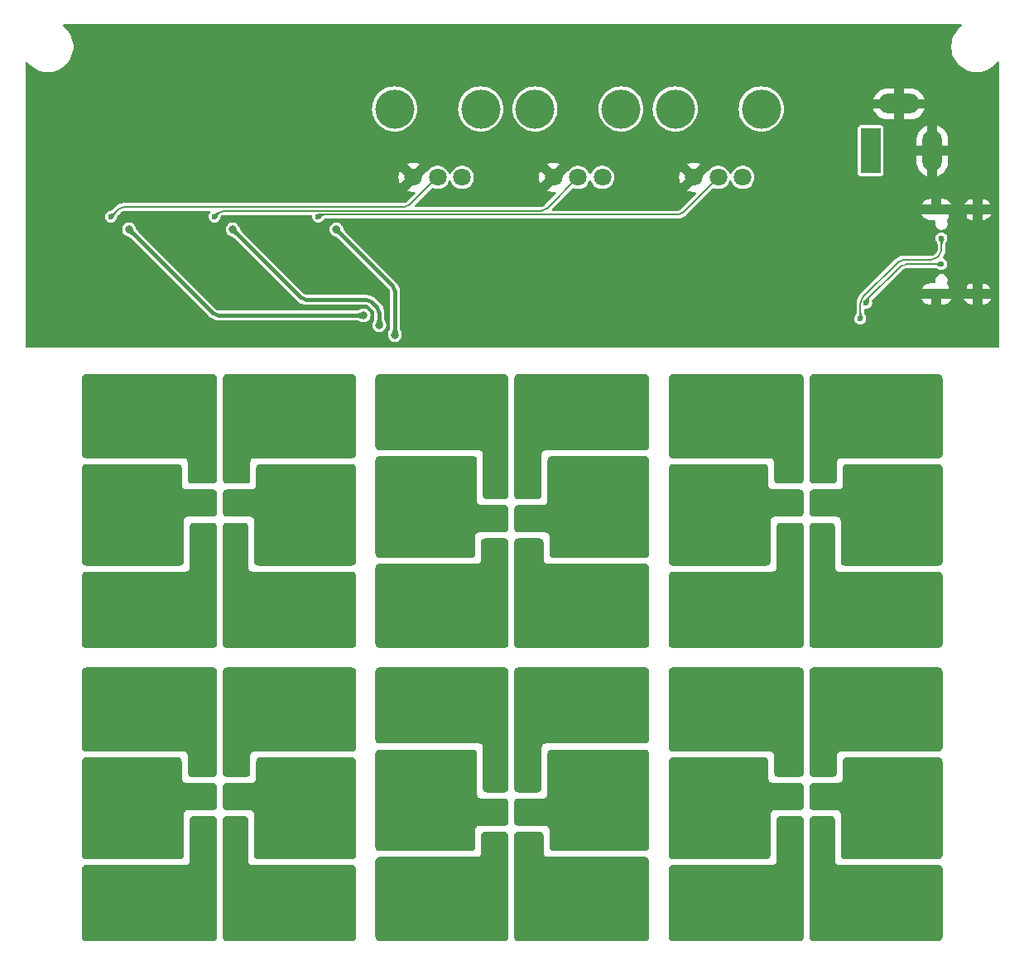
<source format=gbl>
G04 #@! TF.GenerationSoftware,KiCad,Pcbnew,8.0.4*
G04 #@! TF.CreationDate,2024-08-02T19:36:33-07:00*
G04 #@! TF.ProjectId,backlight,6261636b-6c69-4676-9874-2e6b69636164,rev?*
G04 #@! TF.SameCoordinates,Original*
G04 #@! TF.FileFunction,Copper,L2,Bot*
G04 #@! TF.FilePolarity,Positive*
%FSLAX46Y46*%
G04 Gerber Fmt 4.6, Leading zero omitted, Abs format (unit mm)*
G04 Created by KiCad (PCBNEW 8.0.4) date 2024-08-02 19:36:33*
%MOMM*%
%LPD*%
G01*
G04 APERTURE LIST*
G04 #@! TA.AperFunction,WasherPad*
%ADD10C,4.000000*%
G04 #@! TD*
G04 #@! TA.AperFunction,ComponentPad*
%ADD11C,1.800000*%
G04 #@! TD*
G04 #@! TA.AperFunction,ComponentPad*
%ADD12O,1.800000X1.000000*%
G04 #@! TD*
G04 #@! TA.AperFunction,ComponentPad*
%ADD13O,2.100000X1.000000*%
G04 #@! TD*
G04 #@! TA.AperFunction,ComponentPad*
%ADD14O,4.200000X2.000000*%
G04 #@! TD*
G04 #@! TA.AperFunction,ComponentPad*
%ADD15O,2.000000X4.200000*%
G04 #@! TD*
G04 #@! TA.AperFunction,ComponentPad*
%ADD16R,2.000000X4.600000*%
G04 #@! TD*
G04 #@! TA.AperFunction,ViaPad*
%ADD17C,0.600000*%
G04 #@! TD*
G04 #@! TA.AperFunction,ViaPad*
%ADD18C,1.200000*%
G04 #@! TD*
G04 #@! TA.AperFunction,ViaPad*
%ADD19C,0.800000*%
G04 #@! TD*
G04 #@! TA.AperFunction,Conductor*
%ADD20C,0.400000*%
G04 #@! TD*
G04 #@! TA.AperFunction,Conductor*
%ADD21C,0.200000*%
G04 #@! TD*
G04 APERTURE END LIST*
D10*
X148667843Y-60870000D03*
X157467843Y-60870000D03*
D11*
X155567843Y-67870000D03*
X153067843Y-67870000D03*
X150567843Y-67870000D03*
D10*
X134317843Y-60870000D03*
X143117843Y-60870000D03*
D11*
X141217843Y-67870000D03*
X138717843Y-67870000D03*
X136217843Y-67870000D03*
D10*
X119967843Y-60870000D03*
X128767843Y-60870000D03*
D11*
X126867843Y-67870000D03*
X124367843Y-67870000D03*
X121867843Y-67870000D03*
D12*
X179575000Y-71180000D03*
D13*
X175395000Y-71180000D03*
D12*
X179575000Y-79820000D03*
D13*
X175395000Y-79820000D03*
D14*
X171550000Y-60350000D03*
D15*
X174950000Y-65150000D03*
D16*
X168650000Y-65150000D03*
D17*
X100600000Y-71950000D03*
X87150000Y-63000000D03*
X100600000Y-69550000D03*
X172600000Y-79100000D03*
X164400000Y-75200000D03*
X108350000Y-64000000D03*
X99700000Y-66050000D03*
X110300000Y-66100000D03*
X89100000Y-66100000D03*
X90000000Y-69600000D03*
X87150000Y-65000000D03*
X97750000Y-63950000D03*
X108350000Y-65000000D03*
X108350000Y-63000000D03*
X90000000Y-72000000D03*
X176900000Y-79200000D03*
X97750000Y-62950000D03*
X178200000Y-71800000D03*
X172600000Y-82300000D03*
X111200000Y-69600000D03*
X172600000Y-80700000D03*
X178200000Y-79200000D03*
X97750000Y-64950000D03*
X111200000Y-72000000D03*
X87150000Y-64000000D03*
X176900000Y-71800000D03*
D18*
X101000000Y-96000000D03*
X93000000Y-96000000D03*
X97000000Y-92000000D03*
X99000000Y-90000000D03*
X101000000Y-92000000D03*
X101000000Y-94000000D03*
X97000000Y-96000000D03*
X99000000Y-96000000D03*
X93000000Y-92000000D03*
X95000000Y-94000000D03*
X99000000Y-94000000D03*
X157000000Y-130500000D03*
X157000000Y-136500000D03*
X157000000Y-132500000D03*
D19*
X92800000Y-73200000D03*
D18*
X155000000Y-136500000D03*
X155000000Y-128500000D03*
D19*
X116800000Y-82000000D03*
D18*
X157000000Y-134500000D03*
X153000000Y-130500000D03*
X155000000Y-132500000D03*
X153000000Y-134500000D03*
X157000000Y-128500000D03*
X111000000Y-109000000D03*
X109000000Y-111000000D03*
X107000000Y-113000000D03*
X103000000Y-113000000D03*
X105000000Y-111000000D03*
X103000000Y-109000000D03*
X105000000Y-109000000D03*
X103000000Y-111000000D03*
X115200000Y-109000000D03*
X103000000Y-107500000D03*
X107000000Y-109000000D03*
X161000000Y-141000000D03*
X161000000Y-143000000D03*
X161000000Y-139000000D03*
D19*
X103400000Y-73200000D03*
D18*
X153000000Y-139000000D03*
D19*
X118400000Y-83000000D03*
D18*
X157000000Y-139000000D03*
X159000000Y-141000000D03*
X157000000Y-143000000D03*
X159000000Y-139000000D03*
X161000000Y-137000000D03*
X155000000Y-141000000D03*
X167000000Y-136500000D03*
X169000000Y-136500000D03*
D19*
X120000000Y-84000000D03*
D18*
X171000000Y-130500000D03*
X169000000Y-128500000D03*
X169000000Y-132500000D03*
D19*
X114000000Y-73200000D03*
D18*
X167000000Y-134500000D03*
X167000000Y-132500000D03*
X173400000Y-128000000D03*
X167000000Y-130500000D03*
X167000000Y-128500000D03*
X171000000Y-134500000D03*
X105000000Y-94000000D03*
X103000000Y-96000000D03*
X105000000Y-90000000D03*
X103000000Y-92000000D03*
X105000000Y-96000000D03*
X109000000Y-94000000D03*
X103000000Y-94000000D03*
X111000000Y-92000000D03*
X107000000Y-92000000D03*
X111000000Y-96000000D03*
X115200000Y-88800000D03*
X107000000Y-96000000D03*
X93000000Y-104500000D03*
X88800000Y-118800000D03*
X101000000Y-122000000D03*
X99000000Y-124000000D03*
X97000000Y-106500000D03*
X99000000Y-120000000D03*
X97000000Y-126000000D03*
X93000000Y-100500000D03*
X99000000Y-126000000D03*
X97000000Y-122000000D03*
X97000000Y-100500000D03*
X97000000Y-104500000D03*
X101000000Y-124000000D03*
X95000000Y-124000000D03*
X95000000Y-106500000D03*
X93000000Y-126000000D03*
X93000000Y-122000000D03*
X97000000Y-102500000D03*
X95000000Y-98500000D03*
X101000000Y-126000000D03*
X95000000Y-102500000D03*
X97000000Y-98500000D03*
X133000001Y-140000001D03*
X137000001Y-142000001D03*
X97000000Y-134500000D03*
X135000001Y-140000001D03*
X95000000Y-136500000D03*
X133000001Y-142000001D03*
X97000000Y-136500000D03*
X93000000Y-134500000D03*
X88800000Y-136800000D03*
X95000000Y-132500000D03*
X95000000Y-128500000D03*
X133000001Y-138000001D03*
X97000000Y-128500000D03*
X141000001Y-142000001D03*
X93000000Y-130500000D03*
X97000000Y-132500000D03*
X97000000Y-130500000D03*
X139000001Y-140000001D03*
X135000001Y-144000001D03*
X141000001Y-138000000D03*
X137000001Y-138000001D03*
X135000002Y-138000000D03*
X135000001Y-107999999D03*
X139000001Y-131500001D03*
X133000000Y-112000000D03*
X137000000Y-108000000D03*
X141000000Y-112000000D03*
X137000002Y-135500001D03*
X135000000Y-110000000D03*
X137000001Y-133500001D03*
X139000000Y-110000000D03*
X141000001Y-133500001D03*
X133000000Y-108000000D03*
X133000000Y-110000000D03*
X137000002Y-131500001D03*
X137000001Y-129500001D03*
X137000000Y-112000000D03*
X139000001Y-127500001D03*
X139000001Y-135500001D03*
X137000001Y-127500002D03*
X135000000Y-114000000D03*
X141000000Y-107999999D03*
X141000001Y-129500002D03*
X161000000Y-94000000D03*
X137000001Y-101500000D03*
X161000000Y-92000000D03*
X137000000Y-103500000D03*
X141000000Y-103500000D03*
X139000000Y-105500000D03*
X157000000Y-96000000D03*
X139000000Y-101500000D03*
X137000000Y-99500000D03*
X159000000Y-96000000D03*
X137000000Y-97500001D03*
X153000000Y-96000000D03*
X159000000Y-90000000D03*
X153000000Y-92000000D03*
X141000000Y-99500001D03*
X159000000Y-94000000D03*
X145200000Y-97200000D03*
X139000000Y-97500000D03*
X157000000Y-92000000D03*
X161000000Y-96000000D03*
X137000001Y-105500000D03*
X155000000Y-94000000D03*
X157000000Y-106500000D03*
X153000000Y-104500000D03*
X155000000Y-102500000D03*
X161000000Y-124000000D03*
X153000000Y-126000000D03*
X153000000Y-100500000D03*
X157000000Y-102500000D03*
X155000000Y-106500000D03*
X159000000Y-120000000D03*
X157000000Y-104500000D03*
X153000000Y-122000000D03*
X155000000Y-124000000D03*
X155000000Y-98500000D03*
X157000000Y-126000000D03*
X161000000Y-126000000D03*
X159000000Y-124000000D03*
X157000000Y-122000000D03*
X159000000Y-126000000D03*
X157000000Y-98500000D03*
X148800000Y-118800000D03*
X157000000Y-100500000D03*
X161000000Y-122000000D03*
X101000000Y-109000000D03*
X105000000Y-141000000D03*
X101000000Y-111000000D03*
X107000000Y-139000000D03*
X99000000Y-111000000D03*
X101000000Y-107500000D03*
X103000000Y-141000000D03*
X107000000Y-143000000D03*
X99000000Y-109000000D03*
X111000000Y-139000000D03*
X105000000Y-139000000D03*
X115200000Y-144600000D03*
X93000000Y-109000000D03*
X103000000Y-139000000D03*
X97000000Y-113000000D03*
X95000000Y-111000000D03*
X103000000Y-137500000D03*
X101000000Y-113000000D03*
X109000000Y-141000000D03*
X103000000Y-143000000D03*
X97000000Y-109000000D03*
X129000000Y-125000000D03*
X101000000Y-137500000D03*
X131000000Y-127000000D03*
X118800000Y-125000000D03*
X101000000Y-143000000D03*
X97000000Y-143000000D03*
X99000000Y-141000000D03*
X99000000Y-139000000D03*
X97000000Y-139000000D03*
X131000002Y-125000000D03*
X131000000Y-123000000D03*
X101000000Y-139000000D03*
X101000000Y-141000000D03*
X131000001Y-121000001D03*
X93000000Y-139000000D03*
X129000001Y-123000000D03*
X127000001Y-121000001D03*
X95000000Y-141000000D03*
X123000001Y-125000000D03*
X125000001Y-123000000D03*
X127000001Y-125000000D03*
X131000001Y-94999999D03*
X130999999Y-92999999D03*
X125000000Y-92999999D03*
X118800000Y-95000000D03*
X133000000Y-125000000D03*
X131000000Y-91000000D03*
X127000000Y-94999999D03*
X133000002Y-123000000D03*
X135000001Y-123000000D03*
X133000001Y-121000000D03*
X129000000Y-92999999D03*
X135000002Y-125000000D03*
X123000000Y-94999999D03*
X137000001Y-121000000D03*
X141000001Y-125000000D03*
X127000000Y-91000000D03*
X133000002Y-127000000D03*
X137000001Y-125000000D03*
X128999999Y-94999999D03*
X139000001Y-123000000D03*
X130999999Y-96999999D03*
X135000001Y-94999999D03*
X163000000Y-111000000D03*
X163000000Y-107500000D03*
X163000000Y-115400000D03*
X133000001Y-92999999D03*
X133000001Y-96999999D03*
X163000000Y-113000000D03*
X133000000Y-90999999D03*
X167000000Y-109000000D03*
X165000000Y-111000000D03*
X163000000Y-109000000D03*
X169000000Y-111000000D03*
X137000000Y-94999999D03*
X165000000Y-109000000D03*
X132999999Y-94999999D03*
X135000000Y-92999999D03*
X139000000Y-92999999D03*
X167000000Y-113000000D03*
X171000000Y-109000000D03*
X141000000Y-94999999D03*
X137000000Y-90999999D03*
X157000000Y-113000000D03*
X171000000Y-139000000D03*
X155000000Y-111000000D03*
X167000000Y-139000000D03*
X159000000Y-109000000D03*
X161000000Y-109000000D03*
X163000000Y-143000000D03*
X161000000Y-107500000D03*
X165000000Y-141000000D03*
X157000000Y-109000000D03*
X161000000Y-113000000D03*
X169000000Y-141000000D03*
X163000000Y-139000000D03*
X165000000Y-139000000D03*
X163000000Y-137000000D03*
X161000000Y-111000000D03*
X153000000Y-109000000D03*
X163000000Y-141000000D03*
X159000000Y-111000000D03*
X167000000Y-143000000D03*
X107000000Y-102500000D03*
X111000000Y-100500000D03*
X107000000Y-100500000D03*
X109000000Y-98500000D03*
X107000000Y-106500000D03*
X103000000Y-122000000D03*
X111000000Y-126000000D03*
X105000000Y-124000000D03*
X109000000Y-124000000D03*
X103000000Y-126000000D03*
X109000000Y-102500000D03*
X107000000Y-104500000D03*
X109000000Y-106500000D03*
X103000000Y-124000000D03*
X107000000Y-122000000D03*
X111000000Y-122000000D03*
X105000000Y-126000000D03*
X107000000Y-126000000D03*
X105000000Y-120000000D03*
X107000000Y-98500000D03*
X111000000Y-104500000D03*
X107000000Y-130500000D03*
X127000001Y-138000001D03*
X129000000Y-138000000D03*
X107000000Y-128500000D03*
X131000001Y-138000001D03*
X129000001Y-144000001D03*
X123000001Y-142000001D03*
X127000001Y-142000001D03*
X115200000Y-136800000D03*
X123000001Y-138000001D03*
X131000001Y-142000001D03*
X109000000Y-132500000D03*
X111000000Y-134500000D03*
X129000001Y-140000001D03*
X111000000Y-130500000D03*
X125000001Y-140000001D03*
X109000000Y-136500000D03*
X107000000Y-136500000D03*
X107000000Y-132500000D03*
X131000001Y-140000001D03*
X107000000Y-134500000D03*
X109000000Y-128500000D03*
X127000001Y-129500002D03*
X125000001Y-135500001D03*
X127000000Y-108000000D03*
X129000000Y-110000000D03*
X127000001Y-133500001D03*
X129000000Y-114000000D03*
X125000001Y-127500001D03*
X123000001Y-133500001D03*
X131000000Y-108000000D03*
X123000000Y-112000000D03*
X131000000Y-110000000D03*
X125000001Y-131500001D03*
X128999999Y-107999999D03*
X123000001Y-129500001D03*
X125000000Y-110000000D03*
X131000000Y-112000000D03*
X127000000Y-135500001D03*
X123000000Y-108000000D03*
X127000000Y-131500001D03*
X127000000Y-112000000D03*
X127000001Y-127500002D03*
X118800000Y-115200000D03*
X126999999Y-101500000D03*
X127000000Y-99500001D03*
X171000000Y-92000000D03*
X163000000Y-94000000D03*
X163000000Y-96000000D03*
X163000000Y-92000000D03*
X127000000Y-97500001D03*
X127000000Y-103500000D03*
X165000000Y-94000000D03*
X123000000Y-103500000D03*
X125000000Y-101500000D03*
X171000000Y-96000000D03*
X125000000Y-105500000D03*
X169000000Y-94000000D03*
X165000000Y-96000000D03*
X125000000Y-97500000D03*
X123000000Y-99500000D03*
X167000000Y-92000000D03*
X167000000Y-96000000D03*
X165000000Y-90000000D03*
X126999999Y-105500000D03*
X165000000Y-126000000D03*
X167000000Y-122000000D03*
X167000000Y-126000000D03*
X163000000Y-126000000D03*
X163000000Y-124000000D03*
X169000000Y-98500000D03*
X167000000Y-100500000D03*
X163000000Y-122000000D03*
X172400000Y-106800000D03*
X172400000Y-118800000D03*
X171000000Y-126000000D03*
X167000000Y-104500000D03*
X167000000Y-106500000D03*
X167000000Y-102500000D03*
X165000000Y-120000000D03*
X171000000Y-122000000D03*
X171000000Y-100500000D03*
X169000000Y-106500000D03*
X165000000Y-124000000D03*
X167000000Y-98500000D03*
X169000000Y-102500000D03*
X171000000Y-104500000D03*
X169000000Y-124000000D03*
D17*
X168200000Y-80725000D03*
X175900000Y-76750000D03*
X167600000Y-82325000D03*
X175900000Y-74100000D03*
X90950000Y-71900000D03*
X101550000Y-71900000D03*
X112150000Y-71900000D03*
D20*
X92800000Y-73200000D02*
X101360932Y-81760932D01*
X116800000Y-82000000D02*
X101938092Y-82000000D01*
X101360932Y-81760932D02*
G75*
G03*
X101938092Y-82000013I577168J577132D01*
G01*
X118160932Y-81160932D02*
X117639067Y-80639067D01*
X110360932Y-80160932D02*
X103400000Y-73200000D01*
X118400000Y-81738092D02*
X118400000Y-83000000D01*
X110938092Y-80400000D02*
X117061907Y-80400000D01*
X110360932Y-80160932D02*
G75*
G03*
X110938092Y-80400013I577168J577132D01*
G01*
X118160932Y-81160932D02*
G75*
G02*
X118400013Y-81738092I-577132J-577168D01*
G01*
X117639067Y-80639067D02*
G75*
G03*
X117061907Y-80399987I-577167J-577133D01*
G01*
X119760932Y-78960932D02*
X114000000Y-73200000D01*
X120000000Y-79538092D02*
X120000000Y-84000000D01*
X119760932Y-78960932D02*
G75*
G02*
X120000013Y-79538092I-577132J-577168D01*
G01*
D21*
X168200000Y-80725000D02*
X168200000Y-80612500D01*
X171710932Y-76989067D02*
X168279549Y-80420450D01*
X175900000Y-76750000D02*
X172288092Y-76750000D01*
X172288092Y-76750000D02*
G75*
G03*
X171710942Y-76989077I8J-816200D01*
G01*
X168279549Y-80420450D02*
G75*
G03*
X168200000Y-80612500I192051J-192050D01*
G01*
X167839067Y-80160932D02*
X171460932Y-76539067D01*
X172038092Y-76300000D02*
X174861907Y-76300000D01*
X167600000Y-80738092D02*
X167600000Y-82325000D01*
X175439067Y-76060931D02*
X175660932Y-75839067D01*
X175900000Y-74100000D02*
X175900000Y-75261907D01*
X175900000Y-75261907D02*
G75*
G02*
X175660923Y-75839058I-816200J7D01*
G01*
X175439067Y-76060931D02*
G75*
G02*
X174861907Y-76300012I-577167J577131D01*
G01*
X167839067Y-80160932D02*
G75*
G03*
X167599986Y-80738092I577133J-577168D01*
G01*
X172038092Y-76300000D02*
G75*
G03*
X171460942Y-76539077I8J-816200D01*
G01*
X121539067Y-70660932D02*
X124316620Y-67883379D01*
X124348921Y-67870000D02*
X124367843Y-67870000D01*
X90950000Y-71900000D02*
X91710932Y-71139067D01*
X92288092Y-70900000D02*
X120961907Y-70900000D01*
X124348921Y-67870000D02*
G75*
G03*
X124316606Y-67883365I-21J-45700D01*
G01*
X92288092Y-70900000D02*
G75*
G03*
X91710942Y-71139077I8J-816200D01*
G01*
X121539067Y-70660932D02*
G75*
G02*
X120961907Y-70900013I-577167J577132D01*
G01*
X138717843Y-67876078D02*
X138717843Y-67870000D01*
X101550000Y-71900000D02*
X101910932Y-71539067D01*
X138713544Y-67886455D02*
X135539067Y-71060932D01*
X134961907Y-71300000D02*
X102488092Y-71300000D01*
X138717843Y-67876078D02*
G75*
G02*
X138713549Y-67886460I-14643J-22D01*
G01*
X102488092Y-71300000D02*
G75*
G03*
X101910942Y-71539077I8J-816200D01*
G01*
X135539067Y-71060932D02*
G75*
G02*
X134961907Y-71300013I-577167J577132D01*
G01*
X112250000Y-71800000D02*
X112150000Y-71900000D01*
X112491421Y-71700000D02*
X148899750Y-71700000D01*
X149476910Y-71460932D02*
X153067843Y-67870000D01*
X149476910Y-71460932D02*
G75*
G02*
X148899750Y-71700043I-577210J577132D01*
G01*
X112491421Y-71700000D02*
G75*
G03*
X112249994Y-71799994I-21J-341400D01*
G01*
G04 #@! TA.AperFunction,Conductor*
G36*
X115609641Y-97201527D02*
G01*
X115704207Y-97216504D01*
X115741102Y-97228491D01*
X115817617Y-97267477D01*
X115849002Y-97290281D01*
X115909718Y-97350997D01*
X115932522Y-97382383D01*
X115971507Y-97458895D01*
X115983495Y-97495792D01*
X115998473Y-97590357D01*
X116000000Y-97609755D01*
X116000000Y-107190244D01*
X115998473Y-107209642D01*
X115983495Y-107304207D01*
X115971507Y-107341104D01*
X115932522Y-107417616D01*
X115909718Y-107449002D01*
X115849002Y-107509718D01*
X115817616Y-107532522D01*
X115741104Y-107571507D01*
X115704207Y-107583495D01*
X115624425Y-107596131D01*
X115609640Y-107598473D01*
X115590244Y-107600000D01*
X106009756Y-107600000D01*
X105990359Y-107598473D01*
X105971258Y-107595447D01*
X105895792Y-107583495D01*
X105858895Y-107571507D01*
X105782383Y-107532522D01*
X105750997Y-107509718D01*
X105690281Y-107449002D01*
X105667477Y-107417616D01*
X105628492Y-107341104D01*
X105616504Y-107304206D01*
X105601527Y-107209641D01*
X105600000Y-107190244D01*
X105600000Y-102999994D01*
X105580424Y-102876395D01*
X105580423Y-102876393D01*
X105523607Y-102764886D01*
X105523603Y-102764882D01*
X105523602Y-102764880D01*
X105435119Y-102676397D01*
X105435116Y-102676395D01*
X105435114Y-102676393D01*
X105323607Y-102619577D01*
X105323606Y-102619576D01*
X105323603Y-102619575D01*
X105323604Y-102619575D01*
X105200005Y-102600000D01*
X105200000Y-102600000D01*
X102809756Y-102600000D01*
X102790359Y-102598473D01*
X102771258Y-102595447D01*
X102695792Y-102583495D01*
X102658895Y-102571507D01*
X102582383Y-102532522D01*
X102550997Y-102509718D01*
X102490281Y-102449002D01*
X102467477Y-102417616D01*
X102428492Y-102341104D01*
X102416504Y-102304206D01*
X102401527Y-102209641D01*
X102400000Y-102190244D01*
X102400000Y-100209755D01*
X102401527Y-100190358D01*
X102416504Y-100095793D01*
X102428490Y-100058898D01*
X102467479Y-99982379D01*
X102490278Y-99951000D01*
X102551000Y-99890278D01*
X102582379Y-99867479D01*
X102658898Y-99828490D01*
X102695784Y-99816505D01*
X102790370Y-99801525D01*
X102809756Y-99800000D01*
X105400005Y-99800000D01*
X105523604Y-99780424D01*
X105523605Y-99780423D01*
X105523607Y-99780423D01*
X105635114Y-99723607D01*
X105723607Y-99635114D01*
X105780423Y-99523607D01*
X105780423Y-99523605D01*
X105780424Y-99523604D01*
X105800000Y-99400005D01*
X105800000Y-97609755D01*
X105801527Y-97590358D01*
X105816504Y-97495793D01*
X105816505Y-97495792D01*
X105816504Y-97495790D01*
X105828490Y-97458898D01*
X105867479Y-97382379D01*
X105890278Y-97351000D01*
X105951000Y-97290278D01*
X105982379Y-97267479D01*
X106058898Y-97228490D01*
X106095784Y-97216505D01*
X106190370Y-97201525D01*
X106209756Y-97200000D01*
X115590244Y-97200000D01*
X115609641Y-97201527D01*
G37*
G04 #@! TD.AperFunction*
G04 #@! TA.AperFunction,Conductor*
G36*
X157809641Y-97201527D02*
G01*
X157904207Y-97216504D01*
X157941102Y-97228491D01*
X158017617Y-97267477D01*
X158049002Y-97290281D01*
X158109718Y-97350997D01*
X158132522Y-97382383D01*
X158171507Y-97458895D01*
X158183495Y-97495792D01*
X158198473Y-97590357D01*
X158200000Y-97609755D01*
X158200000Y-99400005D01*
X158219575Y-99523604D01*
X158219577Y-99523607D01*
X158276393Y-99635114D01*
X158276395Y-99635116D01*
X158276397Y-99635119D01*
X158364880Y-99723602D01*
X158364882Y-99723603D01*
X158364886Y-99723607D01*
X158476393Y-99780423D01*
X158476394Y-99780423D01*
X158476396Y-99780424D01*
X158476395Y-99780424D01*
X158599995Y-99800000D01*
X158600000Y-99800000D01*
X161390244Y-99800000D01*
X161409641Y-99801527D01*
X161504207Y-99816504D01*
X161541102Y-99828491D01*
X161617617Y-99867477D01*
X161649002Y-99890281D01*
X161709718Y-99950997D01*
X161732522Y-99982383D01*
X161771507Y-100058895D01*
X161783495Y-100095792D01*
X161798473Y-100190357D01*
X161800000Y-100209755D01*
X161800000Y-102190244D01*
X161798473Y-102209642D01*
X161783495Y-102304207D01*
X161771507Y-102341104D01*
X161732522Y-102417616D01*
X161709718Y-102449002D01*
X161649002Y-102509718D01*
X161617616Y-102532522D01*
X161541104Y-102571507D01*
X161504207Y-102583495D01*
X161424425Y-102596131D01*
X161409640Y-102598473D01*
X161390244Y-102600000D01*
X158799995Y-102600000D01*
X158676395Y-102619575D01*
X158602055Y-102657454D01*
X158564886Y-102676393D01*
X158564885Y-102676394D01*
X158564880Y-102676397D01*
X158476397Y-102764880D01*
X158476394Y-102764885D01*
X158419575Y-102876395D01*
X158400000Y-102999994D01*
X158400000Y-107190244D01*
X158398473Y-107209642D01*
X158383495Y-107304207D01*
X158371507Y-107341104D01*
X158332522Y-107417616D01*
X158309718Y-107449002D01*
X158249002Y-107509718D01*
X158217616Y-107532522D01*
X158141104Y-107571507D01*
X158104207Y-107583495D01*
X158024425Y-107596131D01*
X158009640Y-107598473D01*
X157990244Y-107600000D01*
X148409756Y-107600000D01*
X148390359Y-107598473D01*
X148371258Y-107595447D01*
X148295792Y-107583495D01*
X148258895Y-107571507D01*
X148182383Y-107532522D01*
X148150997Y-107509718D01*
X148090281Y-107449002D01*
X148067477Y-107417616D01*
X148028492Y-107341104D01*
X148016504Y-107304206D01*
X148001527Y-107209641D01*
X148000000Y-107190244D01*
X148000000Y-97609755D01*
X148001527Y-97590358D01*
X148016504Y-97495793D01*
X148016505Y-97495792D01*
X148016504Y-97495790D01*
X148028490Y-97458898D01*
X148067479Y-97382379D01*
X148090278Y-97351000D01*
X148151000Y-97290278D01*
X148182379Y-97267479D01*
X148258898Y-97228490D01*
X148295784Y-97216505D01*
X148390370Y-97201525D01*
X148409756Y-97200000D01*
X157790244Y-97200000D01*
X157809641Y-97201527D01*
G37*
G04 #@! TD.AperFunction*
G04 #@! TA.AperFunction,Conductor*
G36*
X131209641Y-134801527D02*
G01*
X131304207Y-134816504D01*
X131341102Y-134828491D01*
X131417617Y-134867477D01*
X131449002Y-134890281D01*
X131509718Y-134950997D01*
X131532522Y-134982383D01*
X131571507Y-135058895D01*
X131583495Y-135095792D01*
X131598473Y-135190357D01*
X131600000Y-135209755D01*
X131600000Y-145590244D01*
X131598473Y-145609641D01*
X131583496Y-145704206D01*
X131571508Y-145741104D01*
X131532523Y-145817616D01*
X131509719Y-145849002D01*
X131449003Y-145909718D01*
X131417617Y-145932522D01*
X131341105Y-145971507D01*
X131304208Y-145983495D01*
X131224426Y-145996131D01*
X131209641Y-145998473D01*
X131190245Y-146000000D01*
X118409756Y-146000000D01*
X118390359Y-145998473D01*
X118295794Y-145983496D01*
X118258896Y-145971508D01*
X118182384Y-145932523D01*
X118150998Y-145909719D01*
X118090282Y-145849003D01*
X118067478Y-145817617D01*
X118067477Y-145817616D01*
X118028492Y-145741103D01*
X118016505Y-145704207D01*
X118001528Y-145609642D01*
X118000001Y-145590245D01*
X118000001Y-137809755D01*
X118001528Y-137790358D01*
X118016505Y-137695793D01*
X118028491Y-137658898D01*
X118067480Y-137582379D01*
X118090279Y-137551000D01*
X118151001Y-137490278D01*
X118182380Y-137467479D01*
X118258899Y-137428490D01*
X118295785Y-137416505D01*
X118390371Y-137401525D01*
X118409757Y-137400000D01*
X128400007Y-137400000D01*
X128523606Y-137380424D01*
X128523607Y-137380423D01*
X128523609Y-137380423D01*
X128635116Y-137323607D01*
X128723609Y-137235114D01*
X128780424Y-137123607D01*
X128780424Y-137123605D01*
X128780425Y-137123604D01*
X128786528Y-137085063D01*
X128800002Y-137000000D01*
X128800001Y-135209755D01*
X128801528Y-135190359D01*
X128816506Y-135095792D01*
X128816507Y-135095787D01*
X128828492Y-135058898D01*
X128867480Y-134982380D01*
X128890278Y-134951001D01*
X128951001Y-134890278D01*
X128982380Y-134867479D01*
X129058899Y-134828490D01*
X129095785Y-134816505D01*
X129190371Y-134801525D01*
X129209757Y-134800000D01*
X131190244Y-134800000D01*
X131209641Y-134801527D01*
G37*
G04 #@! TD.AperFunction*
G04 #@! TA.AperFunction,Conductor*
G36*
X164609641Y-103201527D02*
G01*
X164704207Y-103216504D01*
X164741102Y-103228491D01*
X164817617Y-103267477D01*
X164849002Y-103290281D01*
X164909718Y-103350997D01*
X164932522Y-103382383D01*
X164971507Y-103458895D01*
X164983495Y-103495792D01*
X164998473Y-103590357D01*
X165000000Y-103609755D01*
X165000000Y-107800005D01*
X165019575Y-107923604D01*
X165019577Y-107923607D01*
X165076393Y-108035114D01*
X165076395Y-108035116D01*
X165076397Y-108035119D01*
X165164880Y-108123602D01*
X165164882Y-108123603D01*
X165164886Y-108123607D01*
X165276393Y-108180423D01*
X165276394Y-108180423D01*
X165276396Y-108180424D01*
X165276395Y-108180424D01*
X165399995Y-108200000D01*
X165400000Y-108200000D01*
X175590244Y-108200000D01*
X175609641Y-108201527D01*
X175704207Y-108216504D01*
X175741102Y-108228491D01*
X175817617Y-108267477D01*
X175849002Y-108290281D01*
X175909718Y-108350997D01*
X175932522Y-108382383D01*
X175971507Y-108458895D01*
X175983495Y-108495792D01*
X175998473Y-108590357D01*
X176000000Y-108609755D01*
X176000000Y-115590244D01*
X175998473Y-115609642D01*
X175983495Y-115704207D01*
X175971507Y-115741104D01*
X175932522Y-115817616D01*
X175909718Y-115849002D01*
X175849002Y-115909718D01*
X175817616Y-115932522D01*
X175741104Y-115971507D01*
X175704207Y-115983495D01*
X175624425Y-115996131D01*
X175609640Y-115998473D01*
X175590244Y-116000000D01*
X162809756Y-116000000D01*
X162790359Y-115998473D01*
X162771258Y-115995447D01*
X162695792Y-115983495D01*
X162658895Y-115971507D01*
X162582383Y-115932522D01*
X162550997Y-115909718D01*
X162490281Y-115849002D01*
X162467477Y-115817616D01*
X162428492Y-115741104D01*
X162416504Y-115704206D01*
X162401527Y-115609641D01*
X162400000Y-115590244D01*
X162400000Y-103609755D01*
X162401527Y-103590358D01*
X162416504Y-103495793D01*
X162416505Y-103495792D01*
X162416504Y-103495790D01*
X162428490Y-103458898D01*
X162467479Y-103382379D01*
X162490278Y-103351000D01*
X162551000Y-103290278D01*
X162582379Y-103267479D01*
X162658898Y-103228490D01*
X162695784Y-103216505D01*
X162790370Y-103201525D01*
X162809756Y-103200000D01*
X164590244Y-103200000D01*
X164609641Y-103201527D01*
G37*
G04 #@! TD.AperFunction*
G04 #@! TA.AperFunction,Conductor*
G36*
X104609641Y-103201527D02*
G01*
X104704207Y-103216504D01*
X104741102Y-103228491D01*
X104817617Y-103267477D01*
X104849002Y-103290281D01*
X104909718Y-103350997D01*
X104932522Y-103382383D01*
X104971507Y-103458895D01*
X104983495Y-103495792D01*
X104998473Y-103590357D01*
X105000000Y-103609755D01*
X105000000Y-107800005D01*
X105019575Y-107923604D01*
X105019577Y-107923607D01*
X105076393Y-108035114D01*
X105076395Y-108035116D01*
X105076397Y-108035119D01*
X105164880Y-108123602D01*
X105164882Y-108123603D01*
X105164886Y-108123607D01*
X105276393Y-108180423D01*
X105276394Y-108180423D01*
X105276396Y-108180424D01*
X105276395Y-108180424D01*
X105399995Y-108200000D01*
X105400000Y-108200000D01*
X115590244Y-108200000D01*
X115609641Y-108201527D01*
X115704207Y-108216504D01*
X115741102Y-108228491D01*
X115817617Y-108267477D01*
X115849002Y-108290281D01*
X115909718Y-108350997D01*
X115932522Y-108382383D01*
X115971507Y-108458895D01*
X115983495Y-108495792D01*
X115998473Y-108590357D01*
X116000000Y-108609755D01*
X116000000Y-115590244D01*
X115998473Y-115609642D01*
X115983495Y-115704207D01*
X115971507Y-115741104D01*
X115932522Y-115817616D01*
X115909718Y-115849002D01*
X115849002Y-115909718D01*
X115817616Y-115932522D01*
X115741104Y-115971507D01*
X115704207Y-115983495D01*
X115624425Y-115996131D01*
X115609640Y-115998473D01*
X115590244Y-116000000D01*
X102809756Y-116000000D01*
X102790359Y-115998473D01*
X102771258Y-115995447D01*
X102695792Y-115983495D01*
X102658895Y-115971507D01*
X102582383Y-115932522D01*
X102550997Y-115909718D01*
X102490281Y-115849002D01*
X102467477Y-115817616D01*
X102428492Y-115741104D01*
X102416504Y-115704206D01*
X102401527Y-115609641D01*
X102400000Y-115590244D01*
X102400000Y-103609755D01*
X102401527Y-103590358D01*
X102416504Y-103495793D01*
X102416505Y-103495792D01*
X102416504Y-103495790D01*
X102428490Y-103458898D01*
X102467479Y-103382379D01*
X102490278Y-103351000D01*
X102551000Y-103290278D01*
X102582379Y-103267479D01*
X102658898Y-103228490D01*
X102695784Y-103216505D01*
X102790370Y-103201525D01*
X102809756Y-103200000D01*
X104590244Y-103200000D01*
X104609641Y-103201527D01*
G37*
G04 #@! TD.AperFunction*
G04 #@! TA.AperFunction,Conductor*
G36*
X134809642Y-134801527D02*
G01*
X134904208Y-134816504D01*
X134941103Y-134828491D01*
X135017618Y-134867477D01*
X135049003Y-134890281D01*
X135109720Y-134950998D01*
X135132524Y-134982385D01*
X135171507Y-135058895D01*
X135183495Y-135095791D01*
X135198473Y-135190359D01*
X135200000Y-135209757D01*
X135200000Y-136999999D01*
X135219576Y-137123604D01*
X135276390Y-137235110D01*
X135276391Y-137235111D01*
X135276393Y-137235114D01*
X135364886Y-137323607D01*
X135476393Y-137380423D01*
X135476394Y-137380423D01*
X135476396Y-137380424D01*
X135476395Y-137380424D01*
X135599995Y-137400000D01*
X135600000Y-137400000D01*
X145590245Y-137400000D01*
X145609642Y-137401527D01*
X145704208Y-137416504D01*
X145741103Y-137428491D01*
X145817618Y-137467477D01*
X145849003Y-137490281D01*
X145909719Y-137550997D01*
X145932523Y-137582383D01*
X145971508Y-137658895D01*
X145983496Y-137695792D01*
X145998474Y-137790357D01*
X146000001Y-137809755D01*
X146000001Y-145590245D01*
X145998474Y-145609643D01*
X145983496Y-145704208D01*
X145971508Y-145741105D01*
X145932523Y-145817617D01*
X145909719Y-145849003D01*
X145849003Y-145909719D01*
X145817617Y-145932523D01*
X145741105Y-145971508D01*
X145704207Y-145983496D01*
X145609642Y-145998473D01*
X145590245Y-146000000D01*
X132609756Y-146000000D01*
X132590361Y-145998473D01*
X132554206Y-145992747D01*
X132495793Y-145983495D01*
X132458896Y-145971507D01*
X132382384Y-145932522D01*
X132350998Y-145909718D01*
X132290282Y-145849002D01*
X132267478Y-145817616D01*
X132228493Y-145741104D01*
X132216505Y-145704206D01*
X132201528Y-145609641D01*
X132200001Y-145590244D01*
X132200001Y-135209755D01*
X132201528Y-135190358D01*
X132216505Y-135095793D01*
X132228491Y-135058898D01*
X132267480Y-134982379D01*
X132290279Y-134951000D01*
X132351001Y-134890278D01*
X132382380Y-134867479D01*
X132458899Y-134828490D01*
X132495785Y-134816505D01*
X132590371Y-134801525D01*
X132609757Y-134800000D01*
X134790245Y-134800000D01*
X134809642Y-134801527D01*
G37*
G04 #@! TD.AperFunction*
G04 #@! TA.AperFunction,Conductor*
G36*
X101409641Y-133201527D02*
G01*
X101504207Y-133216504D01*
X101541102Y-133228491D01*
X101617617Y-133267477D01*
X101649002Y-133290281D01*
X101709718Y-133350997D01*
X101732522Y-133382383D01*
X101771507Y-133458895D01*
X101783495Y-133495792D01*
X101798473Y-133590357D01*
X101800000Y-133609755D01*
X101800000Y-145590244D01*
X101798473Y-145609642D01*
X101783495Y-145704207D01*
X101771507Y-145741104D01*
X101732522Y-145817616D01*
X101709718Y-145849002D01*
X101649002Y-145909718D01*
X101617616Y-145932522D01*
X101541104Y-145971507D01*
X101504207Y-145983495D01*
X101424425Y-145996131D01*
X101409640Y-145998473D01*
X101390244Y-146000000D01*
X88409756Y-146000000D01*
X88390359Y-145998473D01*
X88371258Y-145995447D01*
X88295792Y-145983495D01*
X88258895Y-145971507D01*
X88182383Y-145932522D01*
X88150997Y-145909718D01*
X88090281Y-145849002D01*
X88067477Y-145817616D01*
X88028492Y-145741104D01*
X88016504Y-145704206D01*
X88001527Y-145609641D01*
X88000000Y-145590244D01*
X88000000Y-138609755D01*
X88001527Y-138590358D01*
X88016504Y-138495793D01*
X88028490Y-138458898D01*
X88067479Y-138382379D01*
X88090278Y-138351000D01*
X88151000Y-138290278D01*
X88182379Y-138267479D01*
X88258898Y-138228490D01*
X88295784Y-138216505D01*
X88390370Y-138201525D01*
X88409756Y-138200000D01*
X98600005Y-138200000D01*
X98723604Y-138180424D01*
X98723605Y-138180423D01*
X98723607Y-138180423D01*
X98835114Y-138123607D01*
X98923607Y-138035114D01*
X98980423Y-137923607D01*
X98980423Y-137923605D01*
X98980424Y-137923604D01*
X99000000Y-137800005D01*
X99000000Y-133609755D01*
X99001527Y-133590358D01*
X99016504Y-133495793D01*
X99016505Y-133495792D01*
X99016504Y-133495790D01*
X99028490Y-133458898D01*
X99067479Y-133382379D01*
X99090278Y-133351000D01*
X99151000Y-133290278D01*
X99182379Y-133267479D01*
X99258898Y-133228490D01*
X99295784Y-133216505D01*
X99390370Y-133201525D01*
X99409756Y-133200000D01*
X101390244Y-133200000D01*
X101409641Y-133201527D01*
G37*
G04 #@! TD.AperFunction*
G04 #@! TA.AperFunction,Conductor*
G36*
X131209640Y-88001526D02*
G01*
X131304206Y-88016503D01*
X131341101Y-88028490D01*
X131417616Y-88067476D01*
X131449001Y-88090280D01*
X131509717Y-88150996D01*
X131532521Y-88182382D01*
X131571506Y-88258894D01*
X131583494Y-88295791D01*
X131598472Y-88390356D01*
X131599999Y-88409754D01*
X131599999Y-100390244D01*
X131598472Y-100409641D01*
X131583495Y-100504206D01*
X131571507Y-100541104D01*
X131532522Y-100617616D01*
X131509718Y-100649002D01*
X131449002Y-100709718D01*
X131417616Y-100732522D01*
X131341104Y-100771507D01*
X131304207Y-100783495D01*
X131224425Y-100796131D01*
X131209640Y-100798473D01*
X131190244Y-100800000D01*
X129409756Y-100800000D01*
X129390359Y-100798473D01*
X129371258Y-100795447D01*
X129295792Y-100783495D01*
X129258895Y-100771507D01*
X129182383Y-100732522D01*
X129150997Y-100709718D01*
X129090281Y-100649002D01*
X129067477Y-100617616D01*
X129028492Y-100541104D01*
X129016504Y-100504206D01*
X129001527Y-100409641D01*
X129000000Y-100390244D01*
X129000000Y-96199993D01*
X128980424Y-96076394D01*
X128980423Y-96076392D01*
X128923607Y-95964885D01*
X128923603Y-95964881D01*
X128923602Y-95964879D01*
X128835119Y-95876396D01*
X128835116Y-95876394D01*
X128835114Y-95876392D01*
X128723607Y-95819576D01*
X128723606Y-95819575D01*
X128723603Y-95819574D01*
X128723604Y-95819574D01*
X128600005Y-95799999D01*
X128600000Y-95799999D01*
X118409755Y-95799999D01*
X118390358Y-95798472D01*
X118371257Y-95795446D01*
X118295791Y-95783494D01*
X118258894Y-95771506D01*
X118182382Y-95732521D01*
X118150996Y-95709717D01*
X118090280Y-95649001D01*
X118067476Y-95617615D01*
X118028491Y-95541103D01*
X118016503Y-95504205D01*
X118001526Y-95409640D01*
X117999999Y-95390243D01*
X117999999Y-88409754D01*
X118001526Y-88390357D01*
X118016503Y-88295792D01*
X118016504Y-88295791D01*
X118016503Y-88295789D01*
X118028489Y-88258897D01*
X118067478Y-88182378D01*
X118090277Y-88150999D01*
X118150999Y-88090277D01*
X118182378Y-88067478D01*
X118258897Y-88028489D01*
X118295783Y-88016504D01*
X118390369Y-88001524D01*
X118409755Y-87999999D01*
X131190243Y-87999999D01*
X131209640Y-88001526D01*
G37*
G04 #@! TD.AperFunction*
G04 #@! TA.AperFunction,Conductor*
G36*
X134809641Y-104801526D02*
G01*
X134904207Y-104816503D01*
X134941102Y-104828490D01*
X135017617Y-104867476D01*
X135049002Y-104890280D01*
X135109719Y-104950997D01*
X135132523Y-104982384D01*
X135171506Y-105058894D01*
X135183494Y-105095790D01*
X135198472Y-105190358D01*
X135199999Y-105209756D01*
X135199999Y-106999998D01*
X135219575Y-107123603D01*
X135276389Y-107235109D01*
X135276390Y-107235110D01*
X135276392Y-107235113D01*
X135364885Y-107323606D01*
X135476392Y-107380422D01*
X135476393Y-107380422D01*
X135476395Y-107380423D01*
X135476394Y-107380423D01*
X135599994Y-107399999D01*
X135599999Y-107399999D01*
X145590244Y-107399999D01*
X145609641Y-107401526D01*
X145704207Y-107416503D01*
X145741102Y-107428490D01*
X145817617Y-107467476D01*
X145849002Y-107490280D01*
X145909718Y-107550996D01*
X145932522Y-107582382D01*
X145971507Y-107658894D01*
X145983495Y-107695791D01*
X145998473Y-107790356D01*
X146000000Y-107809754D01*
X146000000Y-115590244D01*
X145998473Y-115609642D01*
X145983495Y-115704207D01*
X145971507Y-115741104D01*
X145932522Y-115817616D01*
X145909718Y-115849002D01*
X145849002Y-115909718D01*
X145817616Y-115932522D01*
X145741104Y-115971507D01*
X145704206Y-115983495D01*
X145609641Y-115998472D01*
X145590244Y-115999999D01*
X132609755Y-115999999D01*
X132590360Y-115998472D01*
X132554205Y-115992746D01*
X132495792Y-115983494D01*
X132458895Y-115971506D01*
X132382383Y-115932521D01*
X132350997Y-115909717D01*
X132290281Y-115849001D01*
X132267477Y-115817615D01*
X132228492Y-115741103D01*
X132216504Y-115704205D01*
X132201527Y-115609640D01*
X132200000Y-115590243D01*
X132200000Y-105209754D01*
X132201527Y-105190357D01*
X132216504Y-105095792D01*
X132228490Y-105058897D01*
X132267479Y-104982378D01*
X132290278Y-104950999D01*
X132351000Y-104890277D01*
X132382379Y-104867478D01*
X132458898Y-104828489D01*
X132495784Y-104816504D01*
X132590370Y-104801524D01*
X132609756Y-104799999D01*
X134790244Y-104799999D01*
X134809641Y-104801526D01*
G37*
G04 #@! TD.AperFunction*
G04 #@! TA.AperFunction,Conductor*
G36*
X131209640Y-104801526D02*
G01*
X131304206Y-104816503D01*
X131341101Y-104828490D01*
X131417616Y-104867476D01*
X131449001Y-104890280D01*
X131509717Y-104950996D01*
X131532521Y-104982382D01*
X131571506Y-105058894D01*
X131583494Y-105095791D01*
X131598472Y-105190356D01*
X131599999Y-105209754D01*
X131599999Y-115590243D01*
X131598472Y-115609640D01*
X131583495Y-115704205D01*
X131571507Y-115741103D01*
X131532522Y-115817615D01*
X131509718Y-115849001D01*
X131449002Y-115909717D01*
X131417616Y-115932521D01*
X131341104Y-115971506D01*
X131304207Y-115983494D01*
X131224425Y-115996130D01*
X131209640Y-115998472D01*
X131190244Y-115999999D01*
X118409755Y-115999999D01*
X118390358Y-115998472D01*
X118295793Y-115983495D01*
X118258895Y-115971507D01*
X118182383Y-115932522D01*
X118150997Y-115909718D01*
X118090281Y-115849002D01*
X118067477Y-115817616D01*
X118067476Y-115817615D01*
X118028491Y-115741102D01*
X118016504Y-115704206D01*
X118001527Y-115609641D01*
X118000000Y-115590244D01*
X118000000Y-107809754D01*
X118001527Y-107790357D01*
X118016504Y-107695792D01*
X118028490Y-107658897D01*
X118067479Y-107582378D01*
X118090278Y-107550999D01*
X118151000Y-107490277D01*
X118182379Y-107467478D01*
X118258898Y-107428489D01*
X118295784Y-107416504D01*
X118390370Y-107401524D01*
X118409756Y-107399999D01*
X128400006Y-107399999D01*
X128523605Y-107380423D01*
X128523606Y-107380422D01*
X128523608Y-107380422D01*
X128635115Y-107323606D01*
X128723608Y-107235113D01*
X128780423Y-107123606D01*
X128780423Y-107123604D01*
X128780424Y-107123603D01*
X128786527Y-107085062D01*
X128800001Y-106999999D01*
X128800000Y-105209754D01*
X128801527Y-105190358D01*
X128816505Y-105095791D01*
X128816506Y-105095786D01*
X128828491Y-105058897D01*
X128867479Y-104982379D01*
X128890277Y-104951000D01*
X128951000Y-104890277D01*
X128982379Y-104867478D01*
X129058898Y-104828489D01*
X129095784Y-104816504D01*
X129190370Y-104801524D01*
X129209756Y-104799999D01*
X131190243Y-104799999D01*
X131209640Y-104801526D01*
G37*
G04 #@! TD.AperFunction*
G04 #@! TA.AperFunction,Conductor*
G36*
X175609641Y-97201527D02*
G01*
X175704207Y-97216504D01*
X175741102Y-97228491D01*
X175817617Y-97267477D01*
X175849002Y-97290281D01*
X175909718Y-97350997D01*
X175932522Y-97382383D01*
X175971507Y-97458895D01*
X175983495Y-97495792D01*
X175998473Y-97590357D01*
X176000000Y-97609755D01*
X176000000Y-107190244D01*
X175998473Y-107209642D01*
X175983495Y-107304207D01*
X175971507Y-107341104D01*
X175932522Y-107417616D01*
X175909718Y-107449002D01*
X175849002Y-107509718D01*
X175817616Y-107532522D01*
X175741104Y-107571507D01*
X175704207Y-107583495D01*
X175624425Y-107596131D01*
X175609640Y-107598473D01*
X175590244Y-107600000D01*
X166009756Y-107600000D01*
X165990359Y-107598473D01*
X165971258Y-107595447D01*
X165895792Y-107583495D01*
X165858895Y-107571507D01*
X165782383Y-107532522D01*
X165750997Y-107509718D01*
X165690281Y-107449002D01*
X165667477Y-107417616D01*
X165628492Y-107341104D01*
X165616504Y-107304206D01*
X165601527Y-107209641D01*
X165600000Y-107190244D01*
X165600000Y-102999994D01*
X165580424Y-102876395D01*
X165580423Y-102876393D01*
X165523607Y-102764886D01*
X165523603Y-102764882D01*
X165523602Y-102764880D01*
X165435119Y-102676397D01*
X165435116Y-102676395D01*
X165435114Y-102676393D01*
X165323607Y-102619577D01*
X165323606Y-102619576D01*
X165323603Y-102619575D01*
X165323604Y-102619575D01*
X165200005Y-102600000D01*
X165200000Y-102600000D01*
X162809756Y-102600000D01*
X162790359Y-102598473D01*
X162771258Y-102595447D01*
X162695792Y-102583495D01*
X162658895Y-102571507D01*
X162582383Y-102532522D01*
X162550997Y-102509718D01*
X162490281Y-102449002D01*
X162467477Y-102417616D01*
X162428492Y-102341104D01*
X162416504Y-102304206D01*
X162401527Y-102209641D01*
X162400000Y-102190244D01*
X162400000Y-100209755D01*
X162401527Y-100190358D01*
X162416504Y-100095793D01*
X162428490Y-100058898D01*
X162467479Y-99982379D01*
X162490278Y-99951000D01*
X162551000Y-99890278D01*
X162582379Y-99867479D01*
X162658898Y-99828490D01*
X162695784Y-99816505D01*
X162790370Y-99801525D01*
X162809756Y-99800000D01*
X165400005Y-99800000D01*
X165523604Y-99780424D01*
X165523605Y-99780423D01*
X165523607Y-99780423D01*
X165635114Y-99723607D01*
X165723607Y-99635114D01*
X165780423Y-99523607D01*
X165780423Y-99523605D01*
X165780424Y-99523604D01*
X165800000Y-99400005D01*
X165800000Y-97609755D01*
X165801527Y-97590358D01*
X165816504Y-97495793D01*
X165816505Y-97495792D01*
X165816504Y-97495790D01*
X165828490Y-97458898D01*
X165867479Y-97382379D01*
X165890278Y-97351000D01*
X165951000Y-97290278D01*
X165982379Y-97267479D01*
X166058898Y-97228490D01*
X166095784Y-97216505D01*
X166190370Y-97201525D01*
X166209756Y-97200000D01*
X175590244Y-97200000D01*
X175609641Y-97201527D01*
G37*
G04 #@! TD.AperFunction*
G04 #@! TA.AperFunction,Conductor*
G36*
X164609641Y-133201527D02*
G01*
X164704207Y-133216504D01*
X164741102Y-133228491D01*
X164817617Y-133267477D01*
X164849002Y-133290281D01*
X164909718Y-133350997D01*
X164932522Y-133382383D01*
X164971507Y-133458895D01*
X164983495Y-133495792D01*
X164998473Y-133590357D01*
X165000000Y-133609755D01*
X165000000Y-137800005D01*
X165019575Y-137923604D01*
X165019577Y-137923607D01*
X165076393Y-138035114D01*
X165076395Y-138035116D01*
X165076397Y-138035119D01*
X165164880Y-138123602D01*
X165164882Y-138123603D01*
X165164886Y-138123607D01*
X165276393Y-138180423D01*
X165276394Y-138180423D01*
X165276396Y-138180424D01*
X165276395Y-138180424D01*
X165399995Y-138200000D01*
X165400000Y-138200000D01*
X175590244Y-138200000D01*
X175609641Y-138201527D01*
X175704207Y-138216504D01*
X175741102Y-138228491D01*
X175817617Y-138267477D01*
X175849002Y-138290281D01*
X175909718Y-138350997D01*
X175932522Y-138382383D01*
X175971507Y-138458895D01*
X175983495Y-138495792D01*
X175998473Y-138590357D01*
X176000000Y-138609755D01*
X176000000Y-145590244D01*
X175998473Y-145609642D01*
X175983495Y-145704207D01*
X175971507Y-145741104D01*
X175932522Y-145817616D01*
X175909718Y-145849002D01*
X175849002Y-145909718D01*
X175817616Y-145932522D01*
X175741104Y-145971507D01*
X175704207Y-145983495D01*
X175624425Y-145996131D01*
X175609640Y-145998473D01*
X175590244Y-146000000D01*
X162809756Y-146000000D01*
X162790359Y-145998473D01*
X162771258Y-145995447D01*
X162695792Y-145983495D01*
X162658895Y-145971507D01*
X162582383Y-145932522D01*
X162550997Y-145909718D01*
X162490281Y-145849002D01*
X162467477Y-145817616D01*
X162428492Y-145741104D01*
X162416504Y-145704206D01*
X162401527Y-145609641D01*
X162400000Y-145590244D01*
X162400000Y-133609755D01*
X162401527Y-133590358D01*
X162416504Y-133495793D01*
X162416505Y-133495792D01*
X162416504Y-133495790D01*
X162428490Y-133458898D01*
X162467479Y-133382379D01*
X162490278Y-133351000D01*
X162551000Y-133290278D01*
X162582379Y-133267479D01*
X162658898Y-133228490D01*
X162695784Y-133216505D01*
X162790370Y-133201525D01*
X162809756Y-133200000D01*
X164590244Y-133200000D01*
X164609641Y-133201527D01*
G37*
G04 #@! TD.AperFunction*
G04 #@! TA.AperFunction,Conductor*
G36*
X128009642Y-126401527D02*
G01*
X128104208Y-126416504D01*
X128141103Y-126428491D01*
X128217618Y-126467477D01*
X128249003Y-126490281D01*
X128309719Y-126550997D01*
X128332523Y-126582383D01*
X128371508Y-126658895D01*
X128383496Y-126695792D01*
X128398474Y-126790357D01*
X128400001Y-126809755D01*
X128400001Y-131000006D01*
X128419576Y-131123605D01*
X128419578Y-131123608D01*
X128476394Y-131235115D01*
X128476396Y-131235117D01*
X128476398Y-131235120D01*
X128564881Y-131323603D01*
X128564883Y-131323604D01*
X128564887Y-131323608D01*
X128676394Y-131380424D01*
X128676395Y-131380424D01*
X128676397Y-131380425D01*
X128676396Y-131380425D01*
X128799995Y-131400000D01*
X128800001Y-131400001D01*
X131190245Y-131400000D01*
X131209642Y-131401527D01*
X131304208Y-131416504D01*
X131341103Y-131428491D01*
X131417618Y-131467477D01*
X131449003Y-131490281D01*
X131509719Y-131550997D01*
X131532523Y-131582383D01*
X131571508Y-131658895D01*
X131583496Y-131695792D01*
X131598474Y-131790357D01*
X131600001Y-131809755D01*
X131600001Y-133790244D01*
X131598474Y-133809642D01*
X131583496Y-133904207D01*
X131571508Y-133941104D01*
X131532523Y-134017616D01*
X131509719Y-134049002D01*
X131449003Y-134109718D01*
X131417617Y-134132522D01*
X131341105Y-134171507D01*
X131304208Y-134183495D01*
X131224426Y-134196131D01*
X131209641Y-134198473D01*
X131190245Y-134200000D01*
X128599996Y-134200000D01*
X128476396Y-134219575D01*
X128402056Y-134257454D01*
X128364887Y-134276393D01*
X128364886Y-134276394D01*
X128364885Y-134276394D01*
X128276391Y-134364889D01*
X128219577Y-134476395D01*
X128200001Y-134600000D01*
X128200001Y-136390242D01*
X128198474Y-136409640D01*
X128183496Y-136504208D01*
X128171508Y-136541104D01*
X128132525Y-136617614D01*
X128109721Y-136649001D01*
X128049004Y-136709718D01*
X128017618Y-136732522D01*
X127941106Y-136771507D01*
X127904209Y-136783495D01*
X127824427Y-136796131D01*
X127809642Y-136798473D01*
X127790246Y-136800000D01*
X118409757Y-136800000D01*
X118390360Y-136798473D01*
X118371259Y-136795447D01*
X118295793Y-136783495D01*
X118258896Y-136771507D01*
X118182384Y-136732522D01*
X118150998Y-136709718D01*
X118090282Y-136649002D01*
X118067478Y-136617616D01*
X118028493Y-136541104D01*
X118016505Y-136504209D01*
X118001525Y-136409628D01*
X118000000Y-136390256D01*
X118000000Y-126809754D01*
X118001527Y-126790358D01*
X118016504Y-126695793D01*
X118016505Y-126695792D01*
X118016504Y-126695790D01*
X118028490Y-126658898D01*
X118067479Y-126582379D01*
X118090278Y-126551000D01*
X118151000Y-126490278D01*
X118182379Y-126467479D01*
X118258898Y-126428490D01*
X118295784Y-126416505D01*
X118390370Y-126401525D01*
X118409756Y-126400000D01*
X127990245Y-126400000D01*
X128009642Y-126401527D01*
G37*
G04 #@! TD.AperFunction*
G04 #@! TA.AperFunction,Conductor*
G36*
X157809641Y-127201527D02*
G01*
X157904207Y-127216504D01*
X157941102Y-127228491D01*
X158017617Y-127267477D01*
X158049002Y-127290281D01*
X158109718Y-127350997D01*
X158132522Y-127382383D01*
X158171507Y-127458895D01*
X158183495Y-127495792D01*
X158198473Y-127590357D01*
X158200000Y-127609755D01*
X158200000Y-129400005D01*
X158219575Y-129523604D01*
X158219577Y-129523607D01*
X158276393Y-129635114D01*
X158276395Y-129635116D01*
X158276397Y-129635119D01*
X158364880Y-129723602D01*
X158364882Y-129723603D01*
X158364886Y-129723607D01*
X158476393Y-129780423D01*
X158476394Y-129780423D01*
X158476396Y-129780424D01*
X158476395Y-129780424D01*
X158599995Y-129800000D01*
X158600000Y-129800000D01*
X161390244Y-129800000D01*
X161409641Y-129801527D01*
X161504207Y-129816504D01*
X161541102Y-129828491D01*
X161617617Y-129867477D01*
X161649002Y-129890281D01*
X161709718Y-129950997D01*
X161732522Y-129982383D01*
X161771507Y-130058895D01*
X161783495Y-130095792D01*
X161798473Y-130190357D01*
X161800000Y-130209755D01*
X161800000Y-132190244D01*
X161798473Y-132209642D01*
X161783495Y-132304207D01*
X161771507Y-132341104D01*
X161732522Y-132417616D01*
X161709718Y-132449002D01*
X161649002Y-132509718D01*
X161617616Y-132532522D01*
X161541104Y-132571507D01*
X161504207Y-132583495D01*
X161424425Y-132596131D01*
X161409640Y-132598473D01*
X161390244Y-132600000D01*
X158799995Y-132600000D01*
X158676395Y-132619575D01*
X158602055Y-132657454D01*
X158564886Y-132676393D01*
X158564885Y-132676394D01*
X158564880Y-132676397D01*
X158476397Y-132764880D01*
X158476394Y-132764885D01*
X158419575Y-132876395D01*
X158400000Y-132999994D01*
X158400000Y-137190244D01*
X158398473Y-137209642D01*
X158383495Y-137304207D01*
X158371507Y-137341104D01*
X158332522Y-137417616D01*
X158309718Y-137449002D01*
X158249002Y-137509718D01*
X158217616Y-137532522D01*
X158141104Y-137571507D01*
X158104207Y-137583495D01*
X158024425Y-137596131D01*
X158009640Y-137598473D01*
X157990244Y-137600000D01*
X148409756Y-137600000D01*
X148390359Y-137598473D01*
X148371258Y-137595447D01*
X148295792Y-137583495D01*
X148258895Y-137571507D01*
X148182383Y-137532522D01*
X148150997Y-137509718D01*
X148090281Y-137449002D01*
X148067477Y-137417616D01*
X148028492Y-137341104D01*
X148016504Y-137304206D01*
X148001527Y-137209641D01*
X148000000Y-137190244D01*
X148000000Y-127609755D01*
X148001527Y-127590358D01*
X148016504Y-127495793D01*
X148016505Y-127495792D01*
X148016504Y-127495790D01*
X148028490Y-127458898D01*
X148067479Y-127382379D01*
X148090278Y-127351000D01*
X148151000Y-127290278D01*
X148182379Y-127267479D01*
X148258898Y-127228490D01*
X148295784Y-127216505D01*
X148390370Y-127201525D01*
X148409756Y-127200000D01*
X157790244Y-127200000D01*
X157809641Y-127201527D01*
G37*
G04 #@! TD.AperFunction*
G04 #@! TA.AperFunction,Conductor*
G36*
X145609642Y-96401526D02*
G01*
X145704208Y-96416503D01*
X145741103Y-96428490D01*
X145817618Y-96467476D01*
X145849003Y-96490280D01*
X145909719Y-96550996D01*
X145932523Y-96582382D01*
X145971508Y-96658894D01*
X145983496Y-96695792D01*
X145998473Y-96790357D01*
X146000000Y-96809754D01*
X146000000Y-106390243D01*
X145998473Y-106409641D01*
X145983495Y-106504206D01*
X145971507Y-106541103D01*
X145932522Y-106617615D01*
X145909718Y-106649001D01*
X145849002Y-106709717D01*
X145817616Y-106732521D01*
X145741104Y-106771506D01*
X145704207Y-106783494D01*
X145624425Y-106796130D01*
X145609640Y-106798472D01*
X145590244Y-106799999D01*
X136209755Y-106799999D01*
X136190358Y-106798472D01*
X136171257Y-106795446D01*
X136095791Y-106783494D01*
X136058894Y-106771506D01*
X135982382Y-106732521D01*
X135950996Y-106709717D01*
X135890279Y-106649000D01*
X135867475Y-106617613D01*
X135828492Y-106541103D01*
X135816504Y-106504207D01*
X135801526Y-106409639D01*
X135799999Y-106390241D01*
X135800000Y-104600000D01*
X135788368Y-104526566D01*
X135780423Y-104476395D01*
X135723609Y-104364889D01*
X135723608Y-104364888D01*
X135723607Y-104364886D01*
X135635114Y-104276393D01*
X135523607Y-104219577D01*
X135523606Y-104219576D01*
X135523603Y-104219575D01*
X135523604Y-104219575D01*
X135400003Y-104199999D01*
X134000000Y-104199999D01*
X132609755Y-104199999D01*
X132590360Y-104198472D01*
X132554205Y-104192746D01*
X132495792Y-104183494D01*
X132458895Y-104171506D01*
X132382383Y-104132521D01*
X132350997Y-104109717D01*
X132290281Y-104049001D01*
X132267477Y-104017615D01*
X132228492Y-103941103D01*
X132216504Y-103904205D01*
X132201527Y-103809640D01*
X132200000Y-103790243D01*
X132200000Y-101809754D01*
X132201527Y-101790357D01*
X132216504Y-101695792D01*
X132228490Y-101658897D01*
X132267479Y-101582378D01*
X132290278Y-101550999D01*
X132351000Y-101490277D01*
X132382379Y-101467478D01*
X132458898Y-101428489D01*
X132495784Y-101416504D01*
X132590370Y-101401524D01*
X132609756Y-101399999D01*
X135200005Y-101399999D01*
X135323604Y-101380423D01*
X135323605Y-101380422D01*
X135323607Y-101380422D01*
X135435114Y-101323606D01*
X135523607Y-101235113D01*
X135580423Y-101123606D01*
X135580423Y-101123604D01*
X135580424Y-101123603D01*
X135600000Y-101000004D01*
X135600000Y-96809754D01*
X135601527Y-96790357D01*
X135616504Y-96695792D01*
X135628490Y-96658897D01*
X135667479Y-96582378D01*
X135690278Y-96550999D01*
X135751000Y-96490277D01*
X135782379Y-96467478D01*
X135858898Y-96428489D01*
X135895784Y-96416504D01*
X135990370Y-96401524D01*
X136009756Y-96399999D01*
X145590245Y-96399999D01*
X145609642Y-96401526D01*
G37*
G04 #@! TD.AperFunction*
G04 #@! TA.AperFunction,Conductor*
G36*
X161409641Y-103201527D02*
G01*
X161504207Y-103216504D01*
X161541102Y-103228491D01*
X161617617Y-103267477D01*
X161649002Y-103290281D01*
X161709718Y-103350997D01*
X161732522Y-103382383D01*
X161771507Y-103458895D01*
X161783495Y-103495792D01*
X161798473Y-103590357D01*
X161800000Y-103609755D01*
X161800000Y-115590244D01*
X161798473Y-115609642D01*
X161783495Y-115704207D01*
X161771507Y-115741104D01*
X161732522Y-115817616D01*
X161709718Y-115849002D01*
X161649002Y-115909718D01*
X161617616Y-115932522D01*
X161541104Y-115971507D01*
X161504207Y-115983495D01*
X161424425Y-115996131D01*
X161409640Y-115998473D01*
X161390244Y-116000000D01*
X148409756Y-116000000D01*
X148390359Y-115998473D01*
X148371258Y-115995447D01*
X148295792Y-115983495D01*
X148258895Y-115971507D01*
X148182383Y-115932522D01*
X148150997Y-115909718D01*
X148090281Y-115849002D01*
X148067477Y-115817616D01*
X148028492Y-115741104D01*
X148016504Y-115704206D01*
X148001527Y-115609641D01*
X148000000Y-115590244D01*
X148000000Y-108609755D01*
X148001527Y-108590358D01*
X148016504Y-108495793D01*
X148028490Y-108458898D01*
X148067479Y-108382379D01*
X148090278Y-108351000D01*
X148151000Y-108290278D01*
X148182379Y-108267479D01*
X148258898Y-108228490D01*
X148295784Y-108216505D01*
X148390370Y-108201525D01*
X148409756Y-108200000D01*
X158600005Y-108200000D01*
X158723604Y-108180424D01*
X158723605Y-108180423D01*
X158723607Y-108180423D01*
X158835114Y-108123607D01*
X158923607Y-108035114D01*
X158980423Y-107923607D01*
X158980423Y-107923605D01*
X158980424Y-107923604D01*
X159000000Y-107800005D01*
X159000000Y-103609755D01*
X159001527Y-103590358D01*
X159016504Y-103495793D01*
X159016505Y-103495792D01*
X159016504Y-103495790D01*
X159028490Y-103458898D01*
X159067479Y-103382379D01*
X159090278Y-103351000D01*
X159151000Y-103290278D01*
X159182379Y-103267479D01*
X159258898Y-103228490D01*
X159295784Y-103216505D01*
X159390370Y-103201525D01*
X159409756Y-103200000D01*
X161390244Y-103200000D01*
X161409641Y-103201527D01*
G37*
G04 #@! TD.AperFunction*
G04 #@! TA.AperFunction,Conductor*
G36*
X115609641Y-88001527D02*
G01*
X115704207Y-88016504D01*
X115741102Y-88028491D01*
X115817617Y-88067477D01*
X115849002Y-88090281D01*
X115909718Y-88150997D01*
X115932522Y-88182383D01*
X115971507Y-88258895D01*
X115983495Y-88295792D01*
X115998473Y-88390357D01*
X116000000Y-88409755D01*
X116000000Y-96190244D01*
X115998473Y-96209642D01*
X115983495Y-96304207D01*
X115971507Y-96341104D01*
X115932522Y-96417616D01*
X115909718Y-96449002D01*
X115849002Y-96509718D01*
X115817616Y-96532522D01*
X115741104Y-96571507D01*
X115704207Y-96583495D01*
X115624425Y-96596131D01*
X115609640Y-96598473D01*
X115590244Y-96600000D01*
X105599995Y-96600000D01*
X105476395Y-96619575D01*
X105402055Y-96657454D01*
X105364886Y-96676393D01*
X105364885Y-96676394D01*
X105364880Y-96676397D01*
X105276397Y-96764880D01*
X105276394Y-96764885D01*
X105219575Y-96876395D01*
X105200000Y-96999994D01*
X105200000Y-98790244D01*
X105198473Y-98809642D01*
X105183495Y-98904207D01*
X105171507Y-98941104D01*
X105132522Y-99017616D01*
X105109718Y-99049002D01*
X105049002Y-99109718D01*
X105017616Y-99132522D01*
X104941104Y-99171507D01*
X104904207Y-99183495D01*
X104824425Y-99196131D01*
X104809640Y-99198473D01*
X104790244Y-99200000D01*
X102809756Y-99200000D01*
X102790359Y-99198473D01*
X102771258Y-99195447D01*
X102695792Y-99183495D01*
X102658895Y-99171507D01*
X102582383Y-99132522D01*
X102550997Y-99109718D01*
X102490281Y-99049002D01*
X102467477Y-99017616D01*
X102428492Y-98941104D01*
X102416504Y-98904206D01*
X102401527Y-98809641D01*
X102400000Y-98790244D01*
X102400000Y-88409755D01*
X102401527Y-88390358D01*
X102416504Y-88295793D01*
X102416505Y-88295792D01*
X102416504Y-88295790D01*
X102428490Y-88258898D01*
X102467479Y-88182379D01*
X102490278Y-88151000D01*
X102551000Y-88090278D01*
X102582379Y-88067479D01*
X102658898Y-88028490D01*
X102695784Y-88016505D01*
X102790370Y-88001525D01*
X102809756Y-88000000D01*
X115590244Y-88000000D01*
X115609641Y-88001527D01*
G37*
G04 #@! TD.AperFunction*
G04 #@! TA.AperFunction,Conductor*
G36*
X145609643Y-126401527D02*
G01*
X145704209Y-126416504D01*
X145741104Y-126428491D01*
X145817619Y-126467477D01*
X145849004Y-126490281D01*
X145909720Y-126550997D01*
X145932524Y-126582383D01*
X145971509Y-126658895D01*
X145983497Y-126695793D01*
X145998474Y-126790358D01*
X146000001Y-126809755D01*
X146000001Y-136390244D01*
X145998474Y-136409642D01*
X145983496Y-136504207D01*
X145971508Y-136541104D01*
X145932523Y-136617616D01*
X145909719Y-136649002D01*
X145849003Y-136709718D01*
X145817617Y-136732522D01*
X145741105Y-136771507D01*
X145704208Y-136783495D01*
X145624426Y-136796131D01*
X145609641Y-136798473D01*
X145590245Y-136800000D01*
X136209756Y-136800000D01*
X136190359Y-136798473D01*
X136171258Y-136795447D01*
X136095792Y-136783495D01*
X136058895Y-136771507D01*
X135982383Y-136732522D01*
X135950997Y-136709718D01*
X135890280Y-136649001D01*
X135867476Y-136617614D01*
X135828493Y-136541104D01*
X135816505Y-136504208D01*
X135801527Y-136409640D01*
X135800000Y-136390242D01*
X135800001Y-134600001D01*
X135788369Y-134526567D01*
X135780424Y-134476396D01*
X135723610Y-134364890D01*
X135723609Y-134364889D01*
X135723608Y-134364887D01*
X135635115Y-134276394D01*
X135523608Y-134219578D01*
X135523607Y-134219577D01*
X135523604Y-134219576D01*
X135523605Y-134219576D01*
X135400004Y-134200000D01*
X134000001Y-134200000D01*
X132609756Y-134200000D01*
X132590361Y-134198473D01*
X132554206Y-134192747D01*
X132495793Y-134183495D01*
X132458896Y-134171507D01*
X132382384Y-134132522D01*
X132350998Y-134109718D01*
X132290282Y-134049002D01*
X132267478Y-134017616D01*
X132228493Y-133941104D01*
X132216505Y-133904206D01*
X132201528Y-133809641D01*
X132200001Y-133790244D01*
X132200001Y-131809755D01*
X132201528Y-131790358D01*
X132216505Y-131695793D01*
X132228491Y-131658898D01*
X132267480Y-131582379D01*
X132290279Y-131551000D01*
X132351001Y-131490278D01*
X132382380Y-131467479D01*
X132458899Y-131428490D01*
X132495785Y-131416505D01*
X132590371Y-131401525D01*
X132609757Y-131400000D01*
X135200006Y-131400000D01*
X135323605Y-131380424D01*
X135323606Y-131380423D01*
X135323608Y-131380423D01*
X135435115Y-131323607D01*
X135523608Y-131235114D01*
X135580424Y-131123607D01*
X135580424Y-131123605D01*
X135580425Y-131123604D01*
X135600001Y-131000005D01*
X135600001Y-126809755D01*
X135601528Y-126790358D01*
X135616505Y-126695793D01*
X135628491Y-126658898D01*
X135667480Y-126582379D01*
X135690279Y-126551000D01*
X135751001Y-126490278D01*
X135782380Y-126467479D01*
X135858899Y-126428490D01*
X135895785Y-126416505D01*
X135990371Y-126401525D01*
X136009757Y-126400000D01*
X145590246Y-126400000D01*
X145609643Y-126401527D01*
G37*
G04 #@! TD.AperFunction*
G04 #@! TA.AperFunction,Conductor*
G36*
X175609641Y-127201527D02*
G01*
X175704207Y-127216504D01*
X175741102Y-127228491D01*
X175817617Y-127267477D01*
X175849002Y-127290281D01*
X175909718Y-127350997D01*
X175932522Y-127382383D01*
X175971507Y-127458895D01*
X175983495Y-127495792D01*
X175998473Y-127590357D01*
X176000000Y-127609755D01*
X176000000Y-137190244D01*
X175998473Y-137209642D01*
X175983495Y-137304207D01*
X175971507Y-137341104D01*
X175932522Y-137417616D01*
X175909718Y-137449002D01*
X175849002Y-137509718D01*
X175817616Y-137532522D01*
X175741104Y-137571507D01*
X175704207Y-137583495D01*
X175624425Y-137596131D01*
X175609640Y-137598473D01*
X175590244Y-137600000D01*
X166009756Y-137600000D01*
X165990359Y-137598473D01*
X165971258Y-137595447D01*
X165895792Y-137583495D01*
X165858895Y-137571507D01*
X165782383Y-137532522D01*
X165750997Y-137509718D01*
X165690281Y-137449002D01*
X165667477Y-137417616D01*
X165628492Y-137341104D01*
X165616504Y-137304206D01*
X165601527Y-137209641D01*
X165600000Y-137190244D01*
X165600000Y-132999994D01*
X165580424Y-132876395D01*
X165580423Y-132876393D01*
X165523607Y-132764886D01*
X165523603Y-132764882D01*
X165523602Y-132764880D01*
X165435119Y-132676397D01*
X165435116Y-132676395D01*
X165435114Y-132676393D01*
X165323607Y-132619577D01*
X165323606Y-132619576D01*
X165323603Y-132619575D01*
X165323604Y-132619575D01*
X165200005Y-132600000D01*
X165200000Y-132600000D01*
X162809756Y-132600000D01*
X162790359Y-132598473D01*
X162771258Y-132595447D01*
X162695792Y-132583495D01*
X162658895Y-132571507D01*
X162582383Y-132532522D01*
X162550997Y-132509718D01*
X162490281Y-132449002D01*
X162467477Y-132417616D01*
X162428492Y-132341104D01*
X162416504Y-132304206D01*
X162401527Y-132209641D01*
X162400000Y-132190244D01*
X162400000Y-130209755D01*
X162401527Y-130190358D01*
X162416504Y-130095793D01*
X162428490Y-130058898D01*
X162467479Y-129982379D01*
X162490278Y-129951000D01*
X162551000Y-129890278D01*
X162582379Y-129867479D01*
X162658898Y-129828490D01*
X162695784Y-129816505D01*
X162790370Y-129801525D01*
X162809756Y-129800000D01*
X165400005Y-129800000D01*
X165523604Y-129780424D01*
X165523605Y-129780423D01*
X165523607Y-129780423D01*
X165635114Y-129723607D01*
X165723607Y-129635114D01*
X165780423Y-129523607D01*
X165780423Y-129523605D01*
X165780424Y-129523604D01*
X165800000Y-129400005D01*
X165800000Y-127609755D01*
X165801527Y-127590358D01*
X165816504Y-127495793D01*
X165816505Y-127495792D01*
X165816504Y-127495790D01*
X165828490Y-127458898D01*
X165867479Y-127382379D01*
X165890278Y-127351000D01*
X165951000Y-127290278D01*
X165982379Y-127267479D01*
X166058898Y-127228490D01*
X166095784Y-127216505D01*
X166190370Y-127201525D01*
X166209756Y-127200000D01*
X175590244Y-127200000D01*
X175609641Y-127201527D01*
G37*
G04 #@! TD.AperFunction*
G04 #@! TA.AperFunction,Conductor*
G36*
X101409641Y-103201527D02*
G01*
X101504207Y-103216504D01*
X101541102Y-103228491D01*
X101617617Y-103267477D01*
X101649002Y-103290281D01*
X101709718Y-103350997D01*
X101732522Y-103382383D01*
X101771507Y-103458895D01*
X101783495Y-103495792D01*
X101798473Y-103590357D01*
X101800000Y-103609755D01*
X101800000Y-115590244D01*
X101798473Y-115609642D01*
X101783495Y-115704207D01*
X101771507Y-115741104D01*
X101732522Y-115817616D01*
X101709718Y-115849002D01*
X101649002Y-115909718D01*
X101617616Y-115932522D01*
X101541104Y-115971507D01*
X101504207Y-115983495D01*
X101424425Y-115996131D01*
X101409640Y-115998473D01*
X101390244Y-116000000D01*
X88409756Y-116000000D01*
X88390359Y-115998473D01*
X88371258Y-115995447D01*
X88295792Y-115983495D01*
X88258895Y-115971507D01*
X88182383Y-115932522D01*
X88150997Y-115909718D01*
X88090281Y-115849002D01*
X88067477Y-115817616D01*
X88028492Y-115741104D01*
X88016504Y-115704206D01*
X88001527Y-115609641D01*
X88000000Y-115590244D01*
X88000000Y-108609755D01*
X88001527Y-108590358D01*
X88016504Y-108495793D01*
X88028490Y-108458898D01*
X88067479Y-108382379D01*
X88090278Y-108351000D01*
X88151000Y-108290278D01*
X88182379Y-108267479D01*
X88258898Y-108228490D01*
X88295784Y-108216505D01*
X88390370Y-108201525D01*
X88409756Y-108200000D01*
X98600005Y-108200000D01*
X98723604Y-108180424D01*
X98723605Y-108180423D01*
X98723607Y-108180423D01*
X98835114Y-108123607D01*
X98923607Y-108035114D01*
X98980423Y-107923607D01*
X98980423Y-107923605D01*
X98980424Y-107923604D01*
X99000000Y-107800005D01*
X99000000Y-103609755D01*
X99001527Y-103590358D01*
X99016504Y-103495793D01*
X99016505Y-103495792D01*
X99016504Y-103495790D01*
X99028490Y-103458898D01*
X99067479Y-103382379D01*
X99090278Y-103351000D01*
X99151000Y-103290278D01*
X99182379Y-103267479D01*
X99258898Y-103228490D01*
X99295784Y-103216505D01*
X99390370Y-103201525D01*
X99409756Y-103200000D01*
X101390244Y-103200000D01*
X101409641Y-103201527D01*
G37*
G04 #@! TD.AperFunction*
G04 #@! TA.AperFunction,Conductor*
G36*
X145609642Y-88001526D02*
G01*
X145704208Y-88016503D01*
X145741103Y-88028490D01*
X145817618Y-88067476D01*
X145849003Y-88090280D01*
X145909719Y-88150996D01*
X145932523Y-88182382D01*
X145971508Y-88258894D01*
X145983496Y-88295791D01*
X145998474Y-88390356D01*
X146000001Y-88409754D01*
X146000001Y-95390243D01*
X145998474Y-95409641D01*
X145983496Y-95504206D01*
X145971508Y-95541103D01*
X145932523Y-95617615D01*
X145909719Y-95649001D01*
X145849003Y-95709717D01*
X145817617Y-95732521D01*
X145741105Y-95771506D01*
X145704208Y-95783494D01*
X145624426Y-95796130D01*
X145609641Y-95798472D01*
X145590245Y-95799999D01*
X135399995Y-95799999D01*
X135276395Y-95819574D01*
X135202055Y-95857453D01*
X135164886Y-95876392D01*
X135164885Y-95876393D01*
X135164880Y-95876396D01*
X135076397Y-95964879D01*
X135076394Y-95964884D01*
X135019575Y-96076394D01*
X135000000Y-96199993D01*
X135000000Y-100390244D01*
X134998473Y-100409642D01*
X134983495Y-100504207D01*
X134971507Y-100541104D01*
X134932522Y-100617616D01*
X134909718Y-100649002D01*
X134849002Y-100709718D01*
X134817616Y-100732522D01*
X134741104Y-100771507D01*
X134704207Y-100783495D01*
X134624425Y-100796131D01*
X134609640Y-100798473D01*
X134590244Y-100800000D01*
X132609756Y-100800000D01*
X132590359Y-100798473D01*
X132571258Y-100795447D01*
X132495792Y-100783495D01*
X132458895Y-100771507D01*
X132382383Y-100732522D01*
X132350997Y-100709718D01*
X132290281Y-100649002D01*
X132267477Y-100617616D01*
X132228492Y-100541104D01*
X132216504Y-100504206D01*
X132201527Y-100409641D01*
X132200000Y-100390244D01*
X132200000Y-98200000D01*
X132200001Y-94399999D01*
X132199999Y-88409754D01*
X132201526Y-88390357D01*
X132216503Y-88295792D01*
X132216504Y-88295791D01*
X132216503Y-88295789D01*
X132228489Y-88258897D01*
X132267478Y-88182378D01*
X132290277Y-88150999D01*
X132350999Y-88090277D01*
X132382378Y-88067478D01*
X132458897Y-88028489D01*
X132495783Y-88016504D01*
X132590369Y-88001524D01*
X132609755Y-87999999D01*
X145590245Y-87999999D01*
X145609642Y-88001526D01*
G37*
G04 #@! TD.AperFunction*
G04 #@! TA.AperFunction,Conductor*
G36*
X97809641Y-97201527D02*
G01*
X97904207Y-97216504D01*
X97941102Y-97228491D01*
X98017617Y-97267477D01*
X98049002Y-97290281D01*
X98109718Y-97350997D01*
X98132522Y-97382383D01*
X98171507Y-97458895D01*
X98183495Y-97495792D01*
X98198473Y-97590357D01*
X98200000Y-97609755D01*
X98200000Y-99400005D01*
X98219575Y-99523604D01*
X98219577Y-99523607D01*
X98276393Y-99635114D01*
X98276395Y-99635116D01*
X98276397Y-99635119D01*
X98364880Y-99723602D01*
X98364882Y-99723603D01*
X98364886Y-99723607D01*
X98476393Y-99780423D01*
X98476394Y-99780423D01*
X98476396Y-99780424D01*
X98476395Y-99780424D01*
X98599995Y-99800000D01*
X98600000Y-99800000D01*
X101390244Y-99800000D01*
X101409641Y-99801527D01*
X101504207Y-99816504D01*
X101541102Y-99828491D01*
X101617617Y-99867477D01*
X101649002Y-99890281D01*
X101709718Y-99950997D01*
X101732522Y-99982383D01*
X101771507Y-100058895D01*
X101783495Y-100095792D01*
X101798473Y-100190357D01*
X101800000Y-100209755D01*
X101800000Y-102190244D01*
X101798473Y-102209642D01*
X101783495Y-102304207D01*
X101771507Y-102341104D01*
X101732522Y-102417616D01*
X101709718Y-102449002D01*
X101649002Y-102509718D01*
X101617616Y-102532522D01*
X101541104Y-102571507D01*
X101504207Y-102583495D01*
X101424425Y-102596131D01*
X101409640Y-102598473D01*
X101390244Y-102600000D01*
X98799995Y-102600000D01*
X98676395Y-102619575D01*
X98602055Y-102657454D01*
X98564886Y-102676393D01*
X98564885Y-102676394D01*
X98564880Y-102676397D01*
X98476397Y-102764880D01*
X98476394Y-102764885D01*
X98419575Y-102876395D01*
X98400000Y-102999994D01*
X98400000Y-107190244D01*
X98398473Y-107209642D01*
X98383495Y-107304207D01*
X98371507Y-107341104D01*
X98332522Y-107417616D01*
X98309718Y-107449002D01*
X98249002Y-107509718D01*
X98217616Y-107532522D01*
X98141104Y-107571507D01*
X98104207Y-107583495D01*
X98024425Y-107596131D01*
X98009640Y-107598473D01*
X97990244Y-107600000D01*
X88409756Y-107600000D01*
X88390359Y-107598473D01*
X88371258Y-107595447D01*
X88295792Y-107583495D01*
X88258895Y-107571507D01*
X88182383Y-107532522D01*
X88150997Y-107509718D01*
X88090281Y-107449002D01*
X88067477Y-107417616D01*
X88028492Y-107341104D01*
X88016504Y-107304206D01*
X88001527Y-107209641D01*
X88000000Y-107190244D01*
X88000000Y-97609755D01*
X88001527Y-97590358D01*
X88016504Y-97495793D01*
X88016505Y-97495792D01*
X88016504Y-97495790D01*
X88028490Y-97458898D01*
X88067479Y-97382379D01*
X88090278Y-97351000D01*
X88151000Y-97290278D01*
X88182379Y-97267479D01*
X88258898Y-97228490D01*
X88295784Y-97216505D01*
X88390370Y-97201525D01*
X88409756Y-97200000D01*
X97790244Y-97200000D01*
X97809641Y-97201527D01*
G37*
G04 #@! TD.AperFunction*
G04 #@! TA.AperFunction,Conductor*
G36*
X161409641Y-133201527D02*
G01*
X161504207Y-133216504D01*
X161541102Y-133228491D01*
X161617617Y-133267477D01*
X161649002Y-133290281D01*
X161709718Y-133350997D01*
X161732522Y-133382383D01*
X161771507Y-133458895D01*
X161783495Y-133495792D01*
X161798473Y-133590357D01*
X161800000Y-133609755D01*
X161800000Y-145590244D01*
X161798473Y-145609642D01*
X161783495Y-145704207D01*
X161771507Y-145741104D01*
X161732522Y-145817616D01*
X161709718Y-145849002D01*
X161649002Y-145909718D01*
X161617616Y-145932522D01*
X161541104Y-145971507D01*
X161504207Y-145983495D01*
X161424425Y-145996131D01*
X161409640Y-145998473D01*
X161390244Y-146000000D01*
X148409756Y-146000000D01*
X148390359Y-145998473D01*
X148371258Y-145995447D01*
X148295792Y-145983495D01*
X148258895Y-145971507D01*
X148182383Y-145932522D01*
X148150997Y-145909718D01*
X148090281Y-145849002D01*
X148067477Y-145817616D01*
X148028492Y-145741104D01*
X148016504Y-145704206D01*
X148001527Y-145609641D01*
X148000000Y-145590244D01*
X148000000Y-138609755D01*
X148001527Y-138590358D01*
X148016504Y-138495793D01*
X148028490Y-138458898D01*
X148067479Y-138382379D01*
X148090278Y-138351000D01*
X148151000Y-138290278D01*
X148182379Y-138267479D01*
X148258898Y-138228490D01*
X148295784Y-138216505D01*
X148390370Y-138201525D01*
X148409756Y-138200000D01*
X158600005Y-138200000D01*
X158723604Y-138180424D01*
X158723605Y-138180423D01*
X158723607Y-138180423D01*
X158835114Y-138123607D01*
X158923607Y-138035114D01*
X158980423Y-137923607D01*
X158980423Y-137923605D01*
X158980424Y-137923604D01*
X159000000Y-137800005D01*
X159000000Y-133609755D01*
X159001527Y-133590358D01*
X159016504Y-133495793D01*
X159016505Y-133495792D01*
X159016504Y-133495790D01*
X159028490Y-133458898D01*
X159067479Y-133382379D01*
X159090278Y-133351000D01*
X159151000Y-133290278D01*
X159182379Y-133267479D01*
X159258898Y-133228490D01*
X159295784Y-133216505D01*
X159390370Y-133201525D01*
X159409756Y-133200000D01*
X161390244Y-133200000D01*
X161409641Y-133201527D01*
G37*
G04 #@! TD.AperFunction*
G04 #@! TA.AperFunction,Conductor*
G36*
X97809641Y-127201527D02*
G01*
X97904207Y-127216504D01*
X97941102Y-127228491D01*
X98017617Y-127267477D01*
X98049002Y-127290281D01*
X98109718Y-127350997D01*
X98132522Y-127382383D01*
X98171507Y-127458895D01*
X98183495Y-127495792D01*
X98198473Y-127590357D01*
X98200000Y-127609755D01*
X98200000Y-129400005D01*
X98219575Y-129523604D01*
X98219577Y-129523607D01*
X98276393Y-129635114D01*
X98276395Y-129635116D01*
X98276397Y-129635119D01*
X98364880Y-129723602D01*
X98364882Y-129723603D01*
X98364886Y-129723607D01*
X98476393Y-129780423D01*
X98476394Y-129780423D01*
X98476396Y-129780424D01*
X98476395Y-129780424D01*
X98599995Y-129800000D01*
X98600000Y-129800000D01*
X101390244Y-129800000D01*
X101409641Y-129801527D01*
X101504207Y-129816504D01*
X101541102Y-129828491D01*
X101617617Y-129867477D01*
X101649002Y-129890281D01*
X101709718Y-129950997D01*
X101732522Y-129982383D01*
X101771507Y-130058895D01*
X101783495Y-130095792D01*
X101798473Y-130190357D01*
X101800000Y-130209755D01*
X101800000Y-132190244D01*
X101798473Y-132209642D01*
X101783495Y-132304207D01*
X101771507Y-132341104D01*
X101732522Y-132417616D01*
X101709718Y-132449002D01*
X101649002Y-132509718D01*
X101617616Y-132532522D01*
X101541104Y-132571507D01*
X101504207Y-132583495D01*
X101424425Y-132596131D01*
X101409640Y-132598473D01*
X101390244Y-132600000D01*
X98799995Y-132600000D01*
X98676395Y-132619575D01*
X98602055Y-132657454D01*
X98564886Y-132676393D01*
X98564885Y-132676394D01*
X98564880Y-132676397D01*
X98476397Y-132764880D01*
X98476394Y-132764885D01*
X98419575Y-132876395D01*
X98400000Y-132999994D01*
X98400000Y-137190244D01*
X98398473Y-137209642D01*
X98383495Y-137304207D01*
X98371507Y-137341104D01*
X98332522Y-137417616D01*
X98309718Y-137449002D01*
X98249002Y-137509718D01*
X98217616Y-137532522D01*
X98141104Y-137571507D01*
X98104207Y-137583495D01*
X98024425Y-137596131D01*
X98009640Y-137598473D01*
X97990244Y-137600000D01*
X88409756Y-137600000D01*
X88390359Y-137598473D01*
X88371258Y-137595447D01*
X88295792Y-137583495D01*
X88258895Y-137571507D01*
X88182383Y-137532522D01*
X88150997Y-137509718D01*
X88090281Y-137449002D01*
X88067477Y-137417616D01*
X88028492Y-137341104D01*
X88016504Y-137304206D01*
X88001527Y-137209641D01*
X88000000Y-137190244D01*
X88000000Y-127609755D01*
X88001527Y-127590358D01*
X88016504Y-127495793D01*
X88016505Y-127495792D01*
X88016504Y-127495790D01*
X88028490Y-127458898D01*
X88067479Y-127382379D01*
X88090278Y-127351000D01*
X88151000Y-127290278D01*
X88182379Y-127267479D01*
X88258898Y-127228490D01*
X88295784Y-127216505D01*
X88390370Y-127201525D01*
X88409756Y-127200000D01*
X97790244Y-127200000D01*
X97809641Y-127201527D01*
G37*
G04 #@! TD.AperFunction*
G04 #@! TA.AperFunction,Conductor*
G36*
X161409641Y-88001527D02*
G01*
X161504207Y-88016504D01*
X161541102Y-88028491D01*
X161617617Y-88067477D01*
X161649002Y-88090281D01*
X161709718Y-88150997D01*
X161732522Y-88182383D01*
X161771507Y-88258895D01*
X161783495Y-88295792D01*
X161798473Y-88390357D01*
X161800000Y-88409755D01*
X161800000Y-98790244D01*
X161798473Y-98809642D01*
X161783495Y-98904207D01*
X161771507Y-98941104D01*
X161732522Y-99017616D01*
X161709718Y-99049002D01*
X161649002Y-99109718D01*
X161617616Y-99132522D01*
X161541104Y-99171507D01*
X161504207Y-99183495D01*
X161424425Y-99196131D01*
X161409640Y-99198473D01*
X161390244Y-99200000D01*
X159209756Y-99200000D01*
X159190359Y-99198473D01*
X159171258Y-99195447D01*
X159095792Y-99183495D01*
X159058895Y-99171507D01*
X158982383Y-99132522D01*
X158950997Y-99109718D01*
X158890281Y-99049002D01*
X158867477Y-99017616D01*
X158828492Y-98941104D01*
X158816504Y-98904206D01*
X158801527Y-98809641D01*
X158800000Y-98790244D01*
X158800000Y-96999994D01*
X158780424Y-96876395D01*
X158780423Y-96876393D01*
X158723607Y-96764886D01*
X158723603Y-96764882D01*
X158723602Y-96764880D01*
X158635119Y-96676397D01*
X158635116Y-96676395D01*
X158635114Y-96676393D01*
X158523607Y-96619577D01*
X158523606Y-96619576D01*
X158523603Y-96619575D01*
X158523604Y-96619575D01*
X158400005Y-96600000D01*
X158400000Y-96600000D01*
X148409756Y-96600000D01*
X148390359Y-96598473D01*
X148371258Y-96595447D01*
X148295792Y-96583495D01*
X148258895Y-96571507D01*
X148182383Y-96532522D01*
X148150997Y-96509718D01*
X148090281Y-96449002D01*
X148067477Y-96417616D01*
X148028492Y-96341104D01*
X148016504Y-96304206D01*
X148001527Y-96209641D01*
X148000000Y-96190244D01*
X148000000Y-88409755D01*
X148001527Y-88390358D01*
X148016504Y-88295793D01*
X148016505Y-88295792D01*
X148016504Y-88295790D01*
X148028490Y-88258898D01*
X148067479Y-88182379D01*
X148090278Y-88151000D01*
X148151000Y-88090278D01*
X148182379Y-88067479D01*
X148258898Y-88028490D01*
X148295784Y-88016505D01*
X148390370Y-88001525D01*
X148409756Y-88000000D01*
X161390244Y-88000000D01*
X161409641Y-88001527D01*
G37*
G04 #@! TD.AperFunction*
G04 #@! TA.AperFunction,Conductor*
G36*
X128009641Y-96401526D02*
G01*
X128104207Y-96416503D01*
X128141102Y-96428490D01*
X128217617Y-96467476D01*
X128249002Y-96490280D01*
X128309718Y-96550996D01*
X128332522Y-96582382D01*
X128371507Y-96658894D01*
X128383495Y-96695791D01*
X128398473Y-96790356D01*
X128400000Y-96809754D01*
X128400000Y-101000005D01*
X128419575Y-101123604D01*
X128419577Y-101123607D01*
X128476393Y-101235114D01*
X128476395Y-101235116D01*
X128476397Y-101235119D01*
X128564880Y-101323602D01*
X128564882Y-101323603D01*
X128564886Y-101323607D01*
X128676393Y-101380423D01*
X128676394Y-101380423D01*
X128676396Y-101380424D01*
X128676395Y-101380424D01*
X128799994Y-101399999D01*
X128800000Y-101400000D01*
X131190244Y-101399999D01*
X131209641Y-101401526D01*
X131304207Y-101416503D01*
X131341102Y-101428490D01*
X131417617Y-101467476D01*
X131449002Y-101490280D01*
X131509718Y-101550996D01*
X131532522Y-101582382D01*
X131571507Y-101658894D01*
X131583495Y-101695791D01*
X131598473Y-101790356D01*
X131600000Y-101809754D01*
X131600000Y-103790243D01*
X131598473Y-103809641D01*
X131583495Y-103904206D01*
X131571507Y-103941103D01*
X131532522Y-104017615D01*
X131509718Y-104049001D01*
X131449002Y-104109717D01*
X131417616Y-104132521D01*
X131341104Y-104171506D01*
X131304207Y-104183494D01*
X131224425Y-104196130D01*
X131209640Y-104198472D01*
X131190244Y-104199999D01*
X128599995Y-104199999D01*
X128476395Y-104219574D01*
X128402055Y-104257453D01*
X128364886Y-104276392D01*
X128364885Y-104276393D01*
X128364884Y-104276393D01*
X128276390Y-104364888D01*
X128219576Y-104476394D01*
X128200000Y-104599999D01*
X128200000Y-106390241D01*
X128198473Y-106409639D01*
X128183495Y-106504207D01*
X128171507Y-106541103D01*
X128132524Y-106617613D01*
X128109720Y-106649000D01*
X128049003Y-106709717D01*
X128017617Y-106732521D01*
X127941105Y-106771506D01*
X127904208Y-106783494D01*
X127824426Y-106796130D01*
X127809641Y-106798472D01*
X127790245Y-106799999D01*
X118409756Y-106799999D01*
X118390359Y-106798472D01*
X118371258Y-106795446D01*
X118295792Y-106783494D01*
X118258895Y-106771506D01*
X118182383Y-106732521D01*
X118150997Y-106709717D01*
X118090281Y-106649001D01*
X118067477Y-106617615D01*
X118028492Y-106541103D01*
X118016504Y-106504208D01*
X118001524Y-106409627D01*
X117999999Y-106390255D01*
X117999999Y-96809753D01*
X118001526Y-96790357D01*
X118016503Y-96695792D01*
X118016504Y-96695791D01*
X118016503Y-96695789D01*
X118028489Y-96658897D01*
X118067478Y-96582378D01*
X118090277Y-96550999D01*
X118150999Y-96490277D01*
X118182378Y-96467478D01*
X118258897Y-96428489D01*
X118295783Y-96416504D01*
X118390369Y-96401524D01*
X118409755Y-96399999D01*
X127990244Y-96399999D01*
X128009641Y-96401526D01*
G37*
G04 #@! TD.AperFunction*
G04 #@! TA.AperFunction,Conductor*
G36*
X145609643Y-118001527D02*
G01*
X145704209Y-118016504D01*
X145741104Y-118028491D01*
X145817619Y-118067477D01*
X145849004Y-118090281D01*
X145909720Y-118150997D01*
X145932524Y-118182383D01*
X145971509Y-118258895D01*
X145983497Y-118295792D01*
X145998475Y-118390357D01*
X146000002Y-118409755D01*
X146000002Y-125390244D01*
X145998475Y-125409642D01*
X145983497Y-125504207D01*
X145971509Y-125541104D01*
X145932524Y-125617616D01*
X145909720Y-125649002D01*
X145849004Y-125709718D01*
X145817618Y-125732522D01*
X145741106Y-125771507D01*
X145704209Y-125783495D01*
X145624427Y-125796131D01*
X145609642Y-125798473D01*
X145590246Y-125800000D01*
X135399996Y-125800000D01*
X135276396Y-125819575D01*
X135202056Y-125857454D01*
X135164887Y-125876393D01*
X135164886Y-125876394D01*
X135164881Y-125876397D01*
X135076398Y-125964880D01*
X135076395Y-125964885D01*
X135019576Y-126076395D01*
X135000001Y-126199994D01*
X135000001Y-130390245D01*
X134998474Y-130409643D01*
X134983496Y-130504208D01*
X134971508Y-130541105D01*
X134932523Y-130617617D01*
X134909719Y-130649003D01*
X134849003Y-130709719D01*
X134817617Y-130732523D01*
X134741105Y-130771508D01*
X134704208Y-130783496D01*
X134624426Y-130796132D01*
X134609641Y-130798474D01*
X134590245Y-130800001D01*
X132609757Y-130800001D01*
X132590360Y-130798474D01*
X132571259Y-130795448D01*
X132495793Y-130783496D01*
X132458896Y-130771508D01*
X132382384Y-130732523D01*
X132350998Y-130709719D01*
X132290282Y-130649003D01*
X132267478Y-130617617D01*
X132228493Y-130541105D01*
X132216505Y-130504207D01*
X132201528Y-130409642D01*
X132200001Y-130390245D01*
X132200001Y-128200001D01*
X132200002Y-124400000D01*
X132200000Y-118409755D01*
X132201527Y-118390358D01*
X132216504Y-118295793D01*
X132216505Y-118295792D01*
X132216504Y-118295790D01*
X132228490Y-118258898D01*
X132267479Y-118182379D01*
X132290278Y-118151000D01*
X132351000Y-118090278D01*
X132382379Y-118067479D01*
X132458898Y-118028490D01*
X132495784Y-118016505D01*
X132590370Y-118001525D01*
X132609756Y-118000000D01*
X145590246Y-118000000D01*
X145609643Y-118001527D01*
G37*
G04 #@! TD.AperFunction*
G04 #@! TA.AperFunction,Conductor*
G36*
X104609641Y-133201527D02*
G01*
X104704207Y-133216504D01*
X104741102Y-133228491D01*
X104817617Y-133267477D01*
X104849002Y-133290281D01*
X104909718Y-133350997D01*
X104932522Y-133382383D01*
X104971507Y-133458895D01*
X104983495Y-133495792D01*
X104998473Y-133590357D01*
X105000000Y-133609755D01*
X105000000Y-137800005D01*
X105019575Y-137923604D01*
X105019577Y-137923607D01*
X105076393Y-138035114D01*
X105076395Y-138035116D01*
X105076397Y-138035119D01*
X105164880Y-138123602D01*
X105164882Y-138123603D01*
X105164886Y-138123607D01*
X105276393Y-138180423D01*
X105276394Y-138180423D01*
X105276396Y-138180424D01*
X105276395Y-138180424D01*
X105399995Y-138200000D01*
X105400000Y-138200000D01*
X115590244Y-138200000D01*
X115609641Y-138201527D01*
X115704207Y-138216504D01*
X115741102Y-138228491D01*
X115817617Y-138267477D01*
X115849002Y-138290281D01*
X115909718Y-138350997D01*
X115932522Y-138382383D01*
X115971507Y-138458895D01*
X115983495Y-138495792D01*
X115998473Y-138590357D01*
X116000000Y-138609755D01*
X116000000Y-145590244D01*
X115998473Y-145609642D01*
X115983495Y-145704207D01*
X115971507Y-145741104D01*
X115932522Y-145817616D01*
X115909718Y-145849002D01*
X115849002Y-145909718D01*
X115817616Y-145932522D01*
X115741104Y-145971507D01*
X115704207Y-145983495D01*
X115624425Y-145996131D01*
X115609640Y-145998473D01*
X115590244Y-146000000D01*
X102809756Y-146000000D01*
X102790359Y-145998473D01*
X102771258Y-145995447D01*
X102695792Y-145983495D01*
X102658895Y-145971507D01*
X102582383Y-145932522D01*
X102550997Y-145909718D01*
X102490281Y-145849002D01*
X102467477Y-145817616D01*
X102428492Y-145741104D01*
X102416504Y-145704206D01*
X102401527Y-145609641D01*
X102400000Y-145590244D01*
X102400000Y-133609755D01*
X102401527Y-133590358D01*
X102416504Y-133495793D01*
X102416505Y-133495792D01*
X102416504Y-133495790D01*
X102428490Y-133458898D01*
X102467479Y-133382379D01*
X102490278Y-133351000D01*
X102551000Y-133290278D01*
X102582379Y-133267479D01*
X102658898Y-133228490D01*
X102695784Y-133216505D01*
X102790370Y-133201525D01*
X102809756Y-133200000D01*
X104590244Y-133200000D01*
X104609641Y-133201527D01*
G37*
G04 #@! TD.AperFunction*
G04 #@! TA.AperFunction,Conductor*
G36*
X101409641Y-88001527D02*
G01*
X101504207Y-88016504D01*
X101541102Y-88028491D01*
X101617617Y-88067477D01*
X101649002Y-88090281D01*
X101709718Y-88150997D01*
X101732522Y-88182383D01*
X101771507Y-88258895D01*
X101783495Y-88295792D01*
X101798473Y-88390357D01*
X101800000Y-88409755D01*
X101800000Y-98790244D01*
X101798473Y-98809642D01*
X101783495Y-98904207D01*
X101771507Y-98941104D01*
X101732522Y-99017616D01*
X101709718Y-99049002D01*
X101649002Y-99109718D01*
X101617616Y-99132522D01*
X101541104Y-99171507D01*
X101504207Y-99183495D01*
X101424425Y-99196131D01*
X101409640Y-99198473D01*
X101390244Y-99200000D01*
X99209756Y-99200000D01*
X99190359Y-99198473D01*
X99171258Y-99195447D01*
X99095792Y-99183495D01*
X99058895Y-99171507D01*
X98982383Y-99132522D01*
X98950997Y-99109718D01*
X98890281Y-99049002D01*
X98867477Y-99017616D01*
X98828492Y-98941104D01*
X98816504Y-98904206D01*
X98801527Y-98809641D01*
X98800000Y-98790244D01*
X98800000Y-96999994D01*
X98780424Y-96876395D01*
X98780423Y-96876393D01*
X98723607Y-96764886D01*
X98723603Y-96764882D01*
X98723602Y-96764880D01*
X98635119Y-96676397D01*
X98635116Y-96676395D01*
X98635114Y-96676393D01*
X98523607Y-96619577D01*
X98523606Y-96619576D01*
X98523603Y-96619575D01*
X98523604Y-96619575D01*
X98400005Y-96600000D01*
X98400000Y-96600000D01*
X88409756Y-96600000D01*
X88390359Y-96598473D01*
X88371258Y-96595447D01*
X88295792Y-96583495D01*
X88258895Y-96571507D01*
X88182383Y-96532522D01*
X88150997Y-96509718D01*
X88090281Y-96449002D01*
X88067477Y-96417616D01*
X88028492Y-96341104D01*
X88016504Y-96304206D01*
X88001527Y-96209641D01*
X88000000Y-96190244D01*
X88000000Y-88409755D01*
X88001527Y-88390358D01*
X88016504Y-88295793D01*
X88016505Y-88295792D01*
X88016504Y-88295790D01*
X88028490Y-88258898D01*
X88067479Y-88182379D01*
X88090278Y-88151000D01*
X88151000Y-88090278D01*
X88182379Y-88067479D01*
X88258898Y-88028490D01*
X88295784Y-88016505D01*
X88390370Y-88001525D01*
X88409756Y-88000000D01*
X101390244Y-88000000D01*
X101409641Y-88001527D01*
G37*
G04 #@! TD.AperFunction*
G04 #@! TA.AperFunction,Conductor*
G36*
X131209641Y-118001527D02*
G01*
X131304207Y-118016504D01*
X131341102Y-118028491D01*
X131417617Y-118067477D01*
X131449002Y-118090281D01*
X131509718Y-118150997D01*
X131532522Y-118182383D01*
X131571507Y-118258895D01*
X131583495Y-118295792D01*
X131598473Y-118390357D01*
X131600000Y-118409755D01*
X131600000Y-130390245D01*
X131598473Y-130409642D01*
X131583496Y-130504207D01*
X131571508Y-130541105D01*
X131532523Y-130617617D01*
X131509719Y-130649003D01*
X131449003Y-130709719D01*
X131417617Y-130732523D01*
X131341105Y-130771508D01*
X131304208Y-130783496D01*
X131224426Y-130796132D01*
X131209641Y-130798474D01*
X131190245Y-130800001D01*
X129409757Y-130800001D01*
X129390360Y-130798474D01*
X129371259Y-130795448D01*
X129295793Y-130783496D01*
X129258896Y-130771508D01*
X129182384Y-130732523D01*
X129150998Y-130709719D01*
X129090282Y-130649003D01*
X129067478Y-130617617D01*
X129028493Y-130541105D01*
X129016505Y-130504207D01*
X129001528Y-130409642D01*
X129000001Y-130390245D01*
X129000001Y-126199994D01*
X128980425Y-126076395D01*
X128980424Y-126076393D01*
X128923608Y-125964886D01*
X128923604Y-125964882D01*
X128923603Y-125964880D01*
X128835120Y-125876397D01*
X128835117Y-125876395D01*
X128835115Y-125876393D01*
X128723608Y-125819577D01*
X128723607Y-125819576D01*
X128723604Y-125819575D01*
X128723605Y-125819575D01*
X128600006Y-125800000D01*
X128600001Y-125800000D01*
X118409756Y-125800000D01*
X118390359Y-125798473D01*
X118371258Y-125795447D01*
X118295792Y-125783495D01*
X118258895Y-125771507D01*
X118182383Y-125732522D01*
X118150997Y-125709718D01*
X118090281Y-125649002D01*
X118067477Y-125617616D01*
X118028492Y-125541104D01*
X118016504Y-125504206D01*
X118001527Y-125409641D01*
X118000000Y-125390244D01*
X118000000Y-118409755D01*
X118001527Y-118390358D01*
X118016504Y-118295793D01*
X118016505Y-118295792D01*
X118016504Y-118295790D01*
X118028490Y-118258898D01*
X118067479Y-118182379D01*
X118090278Y-118151000D01*
X118151000Y-118090278D01*
X118182379Y-118067479D01*
X118258898Y-118028490D01*
X118295784Y-118016505D01*
X118390370Y-118001525D01*
X118409756Y-118000000D01*
X131190244Y-118000000D01*
X131209641Y-118001527D01*
G37*
G04 #@! TD.AperFunction*
G04 #@! TA.AperFunction,Conductor*
G36*
X175609641Y-118001527D02*
G01*
X175704207Y-118016504D01*
X175741102Y-118028491D01*
X175817617Y-118067477D01*
X175849002Y-118090281D01*
X175909718Y-118150997D01*
X175932522Y-118182383D01*
X175971507Y-118258895D01*
X175983495Y-118295792D01*
X175998473Y-118390357D01*
X176000000Y-118409755D01*
X176000000Y-126190244D01*
X175998473Y-126209642D01*
X175983495Y-126304207D01*
X175971507Y-126341104D01*
X175932522Y-126417616D01*
X175909718Y-126449002D01*
X175849002Y-126509718D01*
X175817616Y-126532522D01*
X175741104Y-126571507D01*
X175704207Y-126583495D01*
X175624425Y-126596131D01*
X175609640Y-126598473D01*
X175590244Y-126600000D01*
X165599995Y-126600000D01*
X165476395Y-126619575D01*
X165402055Y-126657454D01*
X165364886Y-126676393D01*
X165364885Y-126676394D01*
X165364880Y-126676397D01*
X165276397Y-126764880D01*
X165276394Y-126764885D01*
X165219575Y-126876395D01*
X165200000Y-126999994D01*
X165200000Y-128790244D01*
X165198473Y-128809642D01*
X165183495Y-128904207D01*
X165171507Y-128941104D01*
X165132522Y-129017616D01*
X165109718Y-129049002D01*
X165049002Y-129109718D01*
X165017616Y-129132522D01*
X164941104Y-129171507D01*
X164904207Y-129183495D01*
X164824425Y-129196131D01*
X164809640Y-129198473D01*
X164790244Y-129200000D01*
X162809756Y-129200000D01*
X162790359Y-129198473D01*
X162771258Y-129195447D01*
X162695792Y-129183495D01*
X162658895Y-129171507D01*
X162582383Y-129132522D01*
X162550997Y-129109718D01*
X162490281Y-129049002D01*
X162467477Y-129017616D01*
X162428492Y-128941104D01*
X162416504Y-128904206D01*
X162401527Y-128809641D01*
X162400000Y-128790244D01*
X162400000Y-118409755D01*
X162401527Y-118390358D01*
X162416504Y-118295793D01*
X162416505Y-118295792D01*
X162416504Y-118295790D01*
X162428490Y-118258898D01*
X162467479Y-118182379D01*
X162490278Y-118151000D01*
X162551000Y-118090278D01*
X162582379Y-118067479D01*
X162658898Y-118028490D01*
X162695784Y-118016505D01*
X162790370Y-118001525D01*
X162809756Y-118000000D01*
X175590244Y-118000000D01*
X175609641Y-118001527D01*
G37*
G04 #@! TD.AperFunction*
G04 #@! TA.AperFunction,Conductor*
G36*
X115609641Y-118001527D02*
G01*
X115704207Y-118016504D01*
X115741102Y-118028491D01*
X115817617Y-118067477D01*
X115849002Y-118090281D01*
X115909718Y-118150997D01*
X115932522Y-118182383D01*
X115971507Y-118258895D01*
X115983495Y-118295792D01*
X115998473Y-118390357D01*
X116000000Y-118409755D01*
X116000000Y-126190244D01*
X115998473Y-126209642D01*
X115983495Y-126304207D01*
X115971507Y-126341104D01*
X115932522Y-126417616D01*
X115909718Y-126449002D01*
X115849002Y-126509718D01*
X115817616Y-126532522D01*
X115741104Y-126571507D01*
X115704207Y-126583495D01*
X115624425Y-126596131D01*
X115609640Y-126598473D01*
X115590244Y-126600000D01*
X105599995Y-126600000D01*
X105476395Y-126619575D01*
X105402055Y-126657454D01*
X105364886Y-126676393D01*
X105364885Y-126676394D01*
X105364880Y-126676397D01*
X105276397Y-126764880D01*
X105276394Y-126764885D01*
X105219575Y-126876395D01*
X105200000Y-126999994D01*
X105200000Y-128790244D01*
X105198473Y-128809642D01*
X105183495Y-128904207D01*
X105171507Y-128941104D01*
X105132522Y-129017616D01*
X105109718Y-129049002D01*
X105049002Y-129109718D01*
X105017616Y-129132522D01*
X104941104Y-129171507D01*
X104904207Y-129183495D01*
X104824425Y-129196131D01*
X104809640Y-129198473D01*
X104790244Y-129200000D01*
X102809756Y-129200000D01*
X102790359Y-129198473D01*
X102771258Y-129195447D01*
X102695792Y-129183495D01*
X102658895Y-129171507D01*
X102582383Y-129132522D01*
X102550997Y-129109718D01*
X102490281Y-129049002D01*
X102467477Y-129017616D01*
X102428492Y-128941104D01*
X102416504Y-128904206D01*
X102401527Y-128809641D01*
X102400000Y-128790244D01*
X102400000Y-118409755D01*
X102401527Y-118390358D01*
X102416504Y-118295793D01*
X102416505Y-118295792D01*
X102416504Y-118295790D01*
X102428490Y-118258898D01*
X102467479Y-118182379D01*
X102490278Y-118151000D01*
X102551000Y-118090278D01*
X102582379Y-118067479D01*
X102658898Y-118028490D01*
X102695784Y-118016505D01*
X102790370Y-118001525D01*
X102809756Y-118000000D01*
X115590244Y-118000000D01*
X115609641Y-118001527D01*
G37*
G04 #@! TD.AperFunction*
G04 #@! TA.AperFunction,Conductor*
G36*
X175609641Y-88001527D02*
G01*
X175704207Y-88016504D01*
X175741102Y-88028491D01*
X175817617Y-88067477D01*
X175849002Y-88090281D01*
X175909718Y-88150997D01*
X175932522Y-88182383D01*
X175971507Y-88258895D01*
X175983495Y-88295792D01*
X175998473Y-88390357D01*
X176000000Y-88409755D01*
X176000000Y-96190244D01*
X175998473Y-96209642D01*
X175983495Y-96304207D01*
X175971507Y-96341104D01*
X175932522Y-96417616D01*
X175909718Y-96449002D01*
X175849002Y-96509718D01*
X175817616Y-96532522D01*
X175741104Y-96571507D01*
X175704207Y-96583495D01*
X175624425Y-96596131D01*
X175609640Y-96598473D01*
X175590244Y-96600000D01*
X165599995Y-96600000D01*
X165476395Y-96619575D01*
X165402055Y-96657454D01*
X165364886Y-96676393D01*
X165364885Y-96676394D01*
X165364880Y-96676397D01*
X165276397Y-96764880D01*
X165276394Y-96764885D01*
X165219575Y-96876395D01*
X165200000Y-96999994D01*
X165200000Y-98790244D01*
X165198473Y-98809642D01*
X165183495Y-98904207D01*
X165171507Y-98941104D01*
X165132522Y-99017616D01*
X165109718Y-99049002D01*
X165049002Y-99109718D01*
X165017616Y-99132522D01*
X164941104Y-99171507D01*
X164904207Y-99183495D01*
X164824425Y-99196131D01*
X164809640Y-99198473D01*
X164790244Y-99200000D01*
X162809756Y-99200000D01*
X162790359Y-99198473D01*
X162771258Y-99195447D01*
X162695792Y-99183495D01*
X162658895Y-99171507D01*
X162582383Y-99132522D01*
X162550997Y-99109718D01*
X162490281Y-99049002D01*
X162467477Y-99017616D01*
X162428492Y-98941104D01*
X162416504Y-98904206D01*
X162401527Y-98809641D01*
X162400000Y-98790244D01*
X162400000Y-88409755D01*
X162401527Y-88390358D01*
X162416504Y-88295793D01*
X162416505Y-88295792D01*
X162416504Y-88295790D01*
X162428490Y-88258898D01*
X162467479Y-88182379D01*
X162490278Y-88151000D01*
X162551000Y-88090278D01*
X162582379Y-88067479D01*
X162658898Y-88028490D01*
X162695784Y-88016505D01*
X162790370Y-88001525D01*
X162809756Y-88000000D01*
X175590244Y-88000000D01*
X175609641Y-88001527D01*
G37*
G04 #@! TD.AperFunction*
G04 #@! TA.AperFunction,Conductor*
G36*
X101409641Y-118001527D02*
G01*
X101504207Y-118016504D01*
X101541102Y-118028491D01*
X101617617Y-118067477D01*
X101649002Y-118090281D01*
X101709718Y-118150997D01*
X101732522Y-118182383D01*
X101771507Y-118258895D01*
X101783495Y-118295792D01*
X101798473Y-118390357D01*
X101800000Y-118409755D01*
X101800000Y-128790244D01*
X101798473Y-128809642D01*
X101783495Y-128904207D01*
X101771507Y-128941104D01*
X101732522Y-129017616D01*
X101709718Y-129049002D01*
X101649002Y-129109718D01*
X101617616Y-129132522D01*
X101541104Y-129171507D01*
X101504207Y-129183495D01*
X101424425Y-129196131D01*
X101409640Y-129198473D01*
X101390244Y-129200000D01*
X99209756Y-129200000D01*
X99190359Y-129198473D01*
X99171258Y-129195447D01*
X99095792Y-129183495D01*
X99058895Y-129171507D01*
X98982383Y-129132522D01*
X98950997Y-129109718D01*
X98890281Y-129049002D01*
X98867477Y-129017616D01*
X98828492Y-128941104D01*
X98816504Y-128904206D01*
X98801527Y-128809641D01*
X98800000Y-128790244D01*
X98800000Y-126999994D01*
X98780424Y-126876395D01*
X98780423Y-126876393D01*
X98723607Y-126764886D01*
X98723603Y-126764882D01*
X98723602Y-126764880D01*
X98635119Y-126676397D01*
X98635116Y-126676395D01*
X98635114Y-126676393D01*
X98523607Y-126619577D01*
X98523606Y-126619576D01*
X98523603Y-126619575D01*
X98523604Y-126619575D01*
X98400005Y-126600000D01*
X98400000Y-126600000D01*
X88409756Y-126600000D01*
X88390359Y-126598473D01*
X88371258Y-126595447D01*
X88295792Y-126583495D01*
X88258895Y-126571507D01*
X88182383Y-126532522D01*
X88150997Y-126509718D01*
X88090281Y-126449002D01*
X88067477Y-126417616D01*
X88028492Y-126341104D01*
X88016504Y-126304206D01*
X88001527Y-126209641D01*
X88000000Y-126190244D01*
X88000000Y-118409755D01*
X88001527Y-118390358D01*
X88016504Y-118295793D01*
X88016505Y-118295792D01*
X88016504Y-118295790D01*
X88028490Y-118258898D01*
X88067479Y-118182379D01*
X88090278Y-118151000D01*
X88151000Y-118090278D01*
X88182379Y-118067479D01*
X88258898Y-118028490D01*
X88295784Y-118016505D01*
X88390370Y-118001525D01*
X88409756Y-118000000D01*
X101390244Y-118000000D01*
X101409641Y-118001527D01*
G37*
G04 #@! TD.AperFunction*
G04 #@! TA.AperFunction,Conductor*
G36*
X115609641Y-127201527D02*
G01*
X115704207Y-127216504D01*
X115741102Y-127228491D01*
X115817617Y-127267477D01*
X115849002Y-127290281D01*
X115909718Y-127350997D01*
X115932522Y-127382383D01*
X115971507Y-127458895D01*
X115983495Y-127495792D01*
X115998473Y-127590357D01*
X116000000Y-127609755D01*
X116000000Y-137190244D01*
X115998473Y-137209642D01*
X115983495Y-137304207D01*
X115971507Y-137341104D01*
X115932522Y-137417616D01*
X115909718Y-137449002D01*
X115849002Y-137509718D01*
X115817616Y-137532522D01*
X115741104Y-137571507D01*
X115704207Y-137583495D01*
X115624425Y-137596131D01*
X115609640Y-137598473D01*
X115590244Y-137600000D01*
X106009756Y-137600000D01*
X105990359Y-137598473D01*
X105971258Y-137595447D01*
X105895792Y-137583495D01*
X105858895Y-137571507D01*
X105782383Y-137532522D01*
X105750997Y-137509718D01*
X105690281Y-137449002D01*
X105667477Y-137417616D01*
X105628492Y-137341104D01*
X105616504Y-137304206D01*
X105601527Y-137209641D01*
X105600000Y-137190244D01*
X105600000Y-132999994D01*
X105580424Y-132876395D01*
X105580423Y-132876393D01*
X105523607Y-132764886D01*
X105523603Y-132764882D01*
X105523602Y-132764880D01*
X105435119Y-132676397D01*
X105435116Y-132676395D01*
X105435114Y-132676393D01*
X105323607Y-132619577D01*
X105323606Y-132619576D01*
X105323603Y-132619575D01*
X105323604Y-132619575D01*
X105200005Y-132600000D01*
X105200000Y-132600000D01*
X102809756Y-132600000D01*
X102790359Y-132598473D01*
X102771258Y-132595447D01*
X102695792Y-132583495D01*
X102658895Y-132571507D01*
X102582383Y-132532522D01*
X102550997Y-132509718D01*
X102490281Y-132449002D01*
X102467477Y-132417616D01*
X102428492Y-132341104D01*
X102416504Y-132304206D01*
X102401527Y-132209641D01*
X102400000Y-132190244D01*
X102400000Y-130209755D01*
X102401527Y-130190358D01*
X102416504Y-130095793D01*
X102428490Y-130058898D01*
X102467479Y-129982379D01*
X102490278Y-129951000D01*
X102551000Y-129890278D01*
X102582379Y-129867479D01*
X102658898Y-129828490D01*
X102695784Y-129816505D01*
X102790370Y-129801525D01*
X102809756Y-129800000D01*
X105400005Y-129800000D01*
X105523604Y-129780424D01*
X105523605Y-129780423D01*
X105523607Y-129780423D01*
X105635114Y-129723607D01*
X105723607Y-129635114D01*
X105780423Y-129523607D01*
X105780423Y-129523605D01*
X105780424Y-129523604D01*
X105800000Y-129400005D01*
X105800000Y-127609755D01*
X105801527Y-127590358D01*
X105816504Y-127495793D01*
X105816505Y-127495792D01*
X105816504Y-127495790D01*
X105828490Y-127458898D01*
X105867479Y-127382379D01*
X105890278Y-127351000D01*
X105951000Y-127290278D01*
X105982379Y-127267479D01*
X106058898Y-127228490D01*
X106095784Y-127216505D01*
X106190370Y-127201525D01*
X106209756Y-127200000D01*
X115590244Y-127200000D01*
X115609641Y-127201527D01*
G37*
G04 #@! TD.AperFunction*
G04 #@! TA.AperFunction,Conductor*
G36*
X161409641Y-118001527D02*
G01*
X161504207Y-118016504D01*
X161541102Y-118028491D01*
X161617617Y-118067477D01*
X161649002Y-118090281D01*
X161709718Y-118150997D01*
X161732522Y-118182383D01*
X161771507Y-118258895D01*
X161783495Y-118295792D01*
X161798473Y-118390357D01*
X161800000Y-118409755D01*
X161800000Y-128790244D01*
X161798473Y-128809642D01*
X161783495Y-128904207D01*
X161771507Y-128941104D01*
X161732522Y-129017616D01*
X161709718Y-129049002D01*
X161649002Y-129109718D01*
X161617616Y-129132522D01*
X161541104Y-129171507D01*
X161504207Y-129183495D01*
X161424425Y-129196131D01*
X161409640Y-129198473D01*
X161390244Y-129200000D01*
X159209756Y-129200000D01*
X159190359Y-129198473D01*
X159171258Y-129195447D01*
X159095792Y-129183495D01*
X159058895Y-129171507D01*
X158982383Y-129132522D01*
X158950997Y-129109718D01*
X158890281Y-129049002D01*
X158867477Y-129017616D01*
X158828492Y-128941104D01*
X158816504Y-128904206D01*
X158801527Y-128809641D01*
X158800000Y-128790244D01*
X158800000Y-126999994D01*
X158780424Y-126876395D01*
X158780423Y-126876393D01*
X158723607Y-126764886D01*
X158723603Y-126764882D01*
X158723602Y-126764880D01*
X158635119Y-126676397D01*
X158635116Y-126676395D01*
X158635114Y-126676393D01*
X158523607Y-126619577D01*
X158523606Y-126619576D01*
X158523603Y-126619575D01*
X158523604Y-126619575D01*
X158400005Y-126600000D01*
X158400000Y-126600000D01*
X148409756Y-126600000D01*
X148390359Y-126598473D01*
X148371258Y-126595447D01*
X148295792Y-126583495D01*
X148258895Y-126571507D01*
X148182383Y-126532522D01*
X148150997Y-126509718D01*
X148090281Y-126449002D01*
X148067477Y-126417616D01*
X148028492Y-126341104D01*
X148016504Y-126304206D01*
X148001527Y-126209641D01*
X148000000Y-126190244D01*
X148000000Y-118409755D01*
X148001527Y-118390358D01*
X148016504Y-118295793D01*
X148016505Y-118295792D01*
X148016504Y-118295790D01*
X148028490Y-118258898D01*
X148067479Y-118182379D01*
X148090278Y-118151000D01*
X148151000Y-118090278D01*
X148182379Y-118067479D01*
X148258898Y-118028490D01*
X148295784Y-118016505D01*
X148390370Y-118001525D01*
X148409756Y-118000000D01*
X161390244Y-118000000D01*
X161409641Y-118001527D01*
G37*
G04 #@! TD.AperFunction*
G04 #@! TA.AperFunction,Conductor*
G36*
X177925270Y-52220185D02*
G01*
X177971025Y-52272989D01*
X177980969Y-52342147D01*
X177951944Y-52405703D01*
X177935544Y-52421447D01*
X177764435Y-52557901D01*
X177557901Y-52764435D01*
X177375791Y-52992795D01*
X177220393Y-53240109D01*
X177093665Y-53503261D01*
X176997197Y-53778953D01*
X176997196Y-53778955D01*
X176932202Y-54063714D01*
X176932199Y-54063728D01*
X176899500Y-54353952D01*
X176899500Y-54646047D01*
X176932199Y-54936271D01*
X176932202Y-54936285D01*
X176997196Y-55221044D01*
X176997197Y-55221046D01*
X177093665Y-55496738D01*
X177220393Y-55759890D01*
X177220395Y-55759893D01*
X177375792Y-56007206D01*
X177557902Y-56235565D01*
X177764435Y-56442098D01*
X177992794Y-56624208D01*
X178240107Y-56779605D01*
X178503263Y-56906335D01*
X178778955Y-57002803D01*
X179063714Y-57067798D01*
X179063723Y-57067799D01*
X179063728Y-57067800D01*
X179257210Y-57089599D01*
X179353953Y-57100499D01*
X179353956Y-57100500D01*
X179353959Y-57100500D01*
X179646044Y-57100500D01*
X179646045Y-57100499D01*
X179794371Y-57083787D01*
X179936271Y-57067800D01*
X179936274Y-57067799D01*
X179936286Y-57067798D01*
X180221045Y-57002803D01*
X180496737Y-56906335D01*
X180759893Y-56779605D01*
X181007206Y-56624208D01*
X181235565Y-56442098D01*
X181442098Y-56235565D01*
X181534953Y-56119129D01*
X181578553Y-56064456D01*
X181635741Y-56024315D01*
X181705553Y-56021465D01*
X181765823Y-56056810D01*
X181797416Y-56119129D01*
X181799500Y-56141768D01*
X181799500Y-85162497D01*
X181779815Y-85229536D01*
X181727011Y-85275291D01*
X181694898Y-85284969D01*
X181609640Y-85298473D01*
X181590244Y-85300000D01*
X82409756Y-85300000D01*
X82390359Y-85298473D01*
X82305101Y-85284969D01*
X82241968Y-85255041D01*
X82205036Y-85195730D01*
X82200500Y-85162497D01*
X82200500Y-73200000D01*
X92094355Y-73200000D01*
X92114859Y-73368869D01*
X92114860Y-73368874D01*
X92175182Y-73527931D01*
X92237475Y-73618177D01*
X92271817Y-73667929D01*
X92399148Y-73780734D01*
X92539704Y-73854504D01*
X92545444Y-73857799D01*
X92548261Y-73859216D01*
X92556803Y-73862456D01*
X92556786Y-73862499D01*
X92558677Y-73863099D01*
X92717081Y-73925244D01*
X92720265Y-73926545D01*
X92808432Y-73964001D01*
X92827671Y-73974257D01*
X92881167Y-74009136D01*
X92897298Y-74021661D01*
X92982634Y-74099998D01*
X93009412Y-74124579D01*
X93009789Y-74124925D01*
X93017016Y-74129417D01*
X93039233Y-74147047D01*
X101059529Y-82167343D01*
X101059656Y-82167454D01*
X101061071Y-82168869D01*
X101068048Y-82175846D01*
X101204983Y-82280926D01*
X101354463Y-82367233D01*
X101513929Y-82433290D01*
X101680654Y-82477967D01*
X101851784Y-82500499D01*
X101862198Y-82500499D01*
X101862210Y-82500500D01*
X101938087Y-82500500D01*
X102003979Y-82500501D01*
X102003983Y-82500500D01*
X115961526Y-82500500D01*
X115989497Y-82503696D01*
X115990846Y-82504008D01*
X115998148Y-82505699D01*
X116150199Y-82512200D01*
X116170458Y-82514750D01*
X116185711Y-82517963D01*
X116185716Y-82517965D01*
X116228744Y-82527028D01*
X116228744Y-82527029D01*
X116232947Y-82527914D01*
X116253799Y-82534265D01*
X116342595Y-82570107D01*
X116345752Y-82571432D01*
X116513821Y-82644787D01*
X116513965Y-82644849D01*
X116515918Y-82645693D01*
X116516232Y-82645827D01*
X116530945Y-82651837D01*
X116530937Y-82651855D01*
X116547312Y-82658497D01*
X116549775Y-82659790D01*
X116714944Y-82700500D01*
X116885056Y-82700500D01*
X117050225Y-82659790D01*
X117129692Y-82618081D01*
X117200849Y-82580736D01*
X117200850Y-82580734D01*
X117200852Y-82580734D01*
X117328183Y-82467929D01*
X117424818Y-82327930D01*
X117485140Y-82168872D01*
X117505645Y-82000000D01*
X117485140Y-81831128D01*
X117424818Y-81672070D01*
X117413989Y-81656382D01*
X117371842Y-81595322D01*
X117328183Y-81532071D01*
X117200852Y-81419266D01*
X117200849Y-81419263D01*
X117050226Y-81340210D01*
X116885056Y-81299500D01*
X116714944Y-81299500D01*
X116549775Y-81340209D01*
X116541132Y-81344746D01*
X116519096Y-81352918D01*
X116519260Y-81353414D01*
X116513820Y-81355211D01*
X116345819Y-81428536D01*
X116342648Y-81429867D01*
X116303149Y-81445812D01*
X116253800Y-81465732D01*
X116232946Y-81472083D01*
X116170459Y-81485246D01*
X116150199Y-81487796D01*
X115998164Y-81494299D01*
X115997620Y-81494323D01*
X115995457Y-81494827D01*
X115989339Y-81496255D01*
X115961161Y-81499500D01*
X101946227Y-81499500D01*
X101930040Y-81498439D01*
X101920550Y-81497189D01*
X101872568Y-81490871D01*
X101841305Y-81482493D01*
X101795326Y-81463448D01*
X101767297Y-81447265D01*
X101721223Y-81411911D01*
X101709033Y-81401218D01*
X101663303Y-81355485D01*
X101663265Y-81355451D01*
X93746800Y-73438986D01*
X93729281Y-73416947D01*
X93724584Y-73409420D01*
X93724583Y-73409419D01*
X93724579Y-73409412D01*
X93621656Y-73297292D01*
X93609142Y-73281176D01*
X93574254Y-73227668D01*
X93564001Y-73208432D01*
X93560419Y-73200000D01*
X102694355Y-73200000D01*
X102714859Y-73368869D01*
X102714860Y-73368874D01*
X102775182Y-73527931D01*
X102837475Y-73618177D01*
X102871817Y-73667929D01*
X102999148Y-73780734D01*
X103139704Y-73854504D01*
X103145444Y-73857799D01*
X103148261Y-73859216D01*
X103156803Y-73862456D01*
X103156786Y-73862499D01*
X103158677Y-73863099D01*
X103317081Y-73925244D01*
X103320265Y-73926545D01*
X103408432Y-73964001D01*
X103427671Y-73974257D01*
X103481167Y-74009136D01*
X103497298Y-74021661D01*
X103582634Y-74099998D01*
X103609412Y-74124579D01*
X103609789Y-74124925D01*
X103617016Y-74129417D01*
X103639233Y-74147047D01*
X110059528Y-80567342D01*
X110059655Y-80567453D01*
X110068045Y-80575843D01*
X110068048Y-80575846D01*
X110204983Y-80680926D01*
X110354463Y-80767233D01*
X110513929Y-80833290D01*
X110680654Y-80877967D01*
X110851784Y-80900499D01*
X110862198Y-80900499D01*
X110862210Y-80900500D01*
X110938087Y-80900500D01*
X111003979Y-80900501D01*
X111003983Y-80900500D01*
X116996011Y-80900500D01*
X117053776Y-80900500D01*
X117069960Y-80901561D01*
X117086080Y-80903683D01*
X117127429Y-80909127D01*
X117158692Y-80917503D01*
X117204675Y-80936552D01*
X117232706Y-80952737D01*
X117278776Y-80988090D01*
X117290972Y-80998786D01*
X117337568Y-81045386D01*
X117337599Y-81045413D01*
X117755451Y-81463265D01*
X117755485Y-81463303D01*
X117801285Y-81509099D01*
X117811982Y-81521295D01*
X117847274Y-81567286D01*
X117863461Y-81595322D01*
X117882506Y-81641300D01*
X117890884Y-81672564D01*
X117898439Y-81729937D01*
X117899500Y-81746126D01*
X117899500Y-82161519D01*
X117896304Y-82189489D01*
X117894300Y-82198143D01*
X117887796Y-82350198D01*
X117885246Y-82370459D01*
X117872083Y-82432946D01*
X117865731Y-82453801D01*
X117829869Y-82542643D01*
X117828532Y-82545829D01*
X117755127Y-82714016D01*
X117753586Y-82717609D01*
X117753583Y-82717617D01*
X117750517Y-82725178D01*
X117748033Y-82738294D01*
X117742142Y-82759185D01*
X117714859Y-82831128D01*
X117694355Y-83000000D01*
X117714859Y-83168869D01*
X117714860Y-83168874D01*
X117775182Y-83327931D01*
X117837475Y-83418177D01*
X117871817Y-83467929D01*
X117959712Y-83545797D01*
X117999150Y-83580736D01*
X118149773Y-83659789D01*
X118149775Y-83659790D01*
X118314944Y-83700500D01*
X118485056Y-83700500D01*
X118650225Y-83659790D01*
X118729692Y-83618081D01*
X118800849Y-83580736D01*
X118800850Y-83580734D01*
X118800852Y-83580734D01*
X118928183Y-83467929D01*
X119024818Y-83327930D01*
X119085140Y-83168872D01*
X119105645Y-83000000D01*
X119085140Y-82831128D01*
X119054193Y-82749527D01*
X119049312Y-82733438D01*
X119044787Y-82713821D01*
X118971446Y-82545784D01*
X118970114Y-82542610D01*
X118934266Y-82453803D01*
X118927915Y-82432954D01*
X118914749Y-82370455D01*
X118912200Y-82350193D01*
X118911248Y-82327931D01*
X118905700Y-82198149D01*
X118905698Y-82198098D01*
X118905678Y-82197626D01*
X118905677Y-82197620D01*
X118903745Y-82189341D01*
X118900500Y-82161160D01*
X118900500Y-81803982D01*
X118900501Y-81803979D01*
X118900500Y-81789463D01*
X118900513Y-81789418D01*
X118900512Y-81707908D01*
X118900512Y-81651783D01*
X118877980Y-81480651D01*
X118833302Y-81313925D01*
X118767245Y-81154457D01*
X118680937Y-81004976D01*
X118586385Y-80881760D01*
X118575854Y-80868036D01*
X118575851Y-80868033D01*
X118514829Y-80807015D01*
X117940653Y-80232839D01*
X117940521Y-80232723D01*
X117931952Y-80224153D01*
X117931943Y-80224145D01*
X117795021Y-80119077D01*
X117795017Y-80119075D01*
X117795015Y-80119073D01*
X117645536Y-80032766D01*
X117645532Y-80032764D01*
X117645528Y-80032762D01*
X117645525Y-80032761D01*
X117486067Y-79966708D01*
X117486064Y-79966707D01*
X117319354Y-79922035D01*
X117319345Y-79922033D01*
X117319344Y-79922033D01*
X117319341Y-79922032D01*
X117319338Y-79922032D01*
X117148215Y-79899500D01*
X117127801Y-79899500D01*
X117127799Y-79899500D01*
X117061911Y-79899500D01*
X116996019Y-79899499D01*
X116996018Y-79899499D01*
X116988425Y-79899499D01*
X116988409Y-79899500D01*
X110946227Y-79899500D01*
X110930040Y-79898439D01*
X110920550Y-79897189D01*
X110872568Y-79890871D01*
X110841305Y-79882493D01*
X110795326Y-79863448D01*
X110767297Y-79847265D01*
X110721223Y-79811911D01*
X110709033Y-79801218D01*
X110663303Y-79755485D01*
X110663265Y-79755451D01*
X104346800Y-73438986D01*
X104329281Y-73416947D01*
X104324584Y-73409420D01*
X104324583Y-73409419D01*
X104324579Y-73409412D01*
X104221656Y-73297292D01*
X104209142Y-73281176D01*
X104174254Y-73227668D01*
X104164001Y-73208432D01*
X104160419Y-73200000D01*
X113294355Y-73200000D01*
X113314859Y-73368869D01*
X113314860Y-73368874D01*
X113375182Y-73527931D01*
X113437475Y-73618177D01*
X113471817Y-73667929D01*
X113599148Y-73780734D01*
X113739704Y-73854504D01*
X113745444Y-73857799D01*
X113748261Y-73859216D01*
X113756803Y-73862456D01*
X113756786Y-73862499D01*
X113758677Y-73863099D01*
X113917081Y-73925244D01*
X113920265Y-73926545D01*
X114008432Y-73964001D01*
X114027671Y-73974257D01*
X114081167Y-74009136D01*
X114097298Y-74021661D01*
X114182634Y-74099998D01*
X114209412Y-74124579D01*
X114209789Y-74124925D01*
X114217016Y-74129417D01*
X114239233Y-74147047D01*
X119355451Y-79263265D01*
X119355485Y-79263303D01*
X119401285Y-79309099D01*
X119411982Y-79321295D01*
X119447274Y-79367286D01*
X119463461Y-79395322D01*
X119482506Y-79441300D01*
X119490884Y-79472564D01*
X119498439Y-79529937D01*
X119499500Y-79546126D01*
X119499500Y-83161519D01*
X119496304Y-83189489D01*
X119494300Y-83198143D01*
X119487796Y-83350198D01*
X119485246Y-83370459D01*
X119472083Y-83432946D01*
X119465731Y-83453801D01*
X119429869Y-83542643D01*
X119428532Y-83545829D01*
X119355127Y-83714016D01*
X119353586Y-83717609D01*
X119353583Y-83717617D01*
X119350517Y-83725178D01*
X119348033Y-83738294D01*
X119342142Y-83759185D01*
X119314859Y-83831128D01*
X119294355Y-84000000D01*
X119314859Y-84168869D01*
X119314860Y-84168874D01*
X119375182Y-84327931D01*
X119437475Y-84418177D01*
X119471817Y-84467929D01*
X119577505Y-84561560D01*
X119599150Y-84580736D01*
X119749773Y-84659789D01*
X119749775Y-84659790D01*
X119914944Y-84700500D01*
X120085056Y-84700500D01*
X120250225Y-84659790D01*
X120329692Y-84618081D01*
X120400849Y-84580736D01*
X120400850Y-84580734D01*
X120400852Y-84580734D01*
X120528183Y-84467929D01*
X120624818Y-84327930D01*
X120685140Y-84168872D01*
X120705645Y-84000000D01*
X120685140Y-83831128D01*
X120654193Y-83749527D01*
X120649312Y-83733438D01*
X120644787Y-83713821D01*
X120571446Y-83545784D01*
X120570114Y-83542610D01*
X120534266Y-83453803D01*
X120527915Y-83432954D01*
X120514749Y-83370455D01*
X120512200Y-83350193D01*
X120511248Y-83327931D01*
X120505700Y-83198149D01*
X120505698Y-83198098D01*
X120505678Y-83197626D01*
X120505677Y-83197620D01*
X120503745Y-83189341D01*
X120500500Y-83161160D01*
X120500500Y-82324998D01*
X166994318Y-82324998D01*
X166994318Y-82325001D01*
X167014955Y-82481760D01*
X167014956Y-82481762D01*
X167055951Y-82580734D01*
X167075464Y-82627841D01*
X167171718Y-82753282D01*
X167297159Y-82849536D01*
X167443238Y-82910044D01*
X167521619Y-82920363D01*
X167599999Y-82930682D01*
X167600000Y-82930682D01*
X167600001Y-82930682D01*
X167652254Y-82923802D01*
X167756762Y-82910044D01*
X167902841Y-82849536D01*
X168028282Y-82753282D01*
X168124536Y-82627841D01*
X168185044Y-82481762D01*
X168205682Y-82325000D01*
X168185044Y-82168238D01*
X168156251Y-82098728D01*
X168151467Y-82084927D01*
X168145422Y-82063489D01*
X168145421Y-82063486D01*
X168081776Y-81934913D01*
X168081772Y-81934904D01*
X168076537Y-81924805D01*
X168076120Y-81924036D01*
X168070469Y-81914066D01*
X168032992Y-81850742D01*
X168023879Y-81831861D01*
X168020298Y-81822489D01*
X168012644Y-81789495D01*
X168005209Y-81707908D01*
X168004813Y-81706449D01*
X168004432Y-81703580D01*
X168004256Y-81702599D01*
X168004300Y-81702590D01*
X168000500Y-81674026D01*
X168000500Y-81445812D01*
X168020185Y-81378773D01*
X168072989Y-81333018D01*
X168140685Y-81322873D01*
X168200000Y-81330682D01*
X168200001Y-81330682D01*
X168252254Y-81323802D01*
X168356762Y-81310044D01*
X168502841Y-81249536D01*
X168628282Y-81153282D01*
X168724536Y-81027841D01*
X168785044Y-80881762D01*
X168805682Y-80725000D01*
X168803179Y-80705993D01*
X168802676Y-80686015D01*
X168802555Y-80686017D01*
X168802485Y-80680290D01*
X168802486Y-80680279D01*
X168789572Y-80557014D01*
X168788197Y-80546225D01*
X168799249Y-80477235D01*
X168823518Y-80442872D01*
X168946390Y-80320000D01*
X173865203Y-80320000D01*
X173904194Y-80396521D01*
X174005967Y-80536602D01*
X174128397Y-80659032D01*
X174268475Y-80760804D01*
X174422742Y-80839408D01*
X174587415Y-80892914D01*
X174758429Y-80920000D01*
X174895000Y-80920000D01*
X175895000Y-80920000D01*
X176031571Y-80920000D01*
X176202584Y-80892914D01*
X176367257Y-80839408D01*
X176521524Y-80760804D01*
X176661602Y-80659032D01*
X176784032Y-80536602D01*
X176885805Y-80396521D01*
X176924796Y-80320000D01*
X178195203Y-80320000D01*
X178234194Y-80396521D01*
X178335967Y-80536602D01*
X178458397Y-80659032D01*
X178598475Y-80760804D01*
X178752742Y-80839408D01*
X178917415Y-80892914D01*
X179075000Y-80917873D01*
X179075000Y-80917872D01*
X180075000Y-80917872D01*
X180232584Y-80892914D01*
X180397257Y-80839408D01*
X180551524Y-80760804D01*
X180691602Y-80659032D01*
X180814032Y-80536602D01*
X180915805Y-80396521D01*
X180954796Y-80320000D01*
X180075000Y-80320000D01*
X180075000Y-80917872D01*
X179075000Y-80917872D01*
X179075000Y-80320000D01*
X178195203Y-80320000D01*
X176924796Y-80320000D01*
X175895000Y-80320000D01*
X175895000Y-80920000D01*
X174895000Y-80920000D01*
X174895000Y-80320000D01*
X173865203Y-80320000D01*
X168946390Y-80320000D01*
X169485886Y-79780504D01*
X174545000Y-79780504D01*
X174545000Y-79859496D01*
X174565444Y-79935796D01*
X174604940Y-80004205D01*
X174660795Y-80060060D01*
X174729204Y-80099556D01*
X174805504Y-80120000D01*
X175984496Y-80120000D01*
X176060796Y-80099556D01*
X176129205Y-80060060D01*
X176185060Y-80004205D01*
X176224556Y-79935796D01*
X176245000Y-79859496D01*
X176245000Y-79780504D01*
X178875000Y-79780504D01*
X178875000Y-79859496D01*
X178895444Y-79935796D01*
X178934940Y-80004205D01*
X178990795Y-80060060D01*
X179059204Y-80099556D01*
X179135504Y-80120000D01*
X180014496Y-80120000D01*
X180090796Y-80099556D01*
X180159205Y-80060060D01*
X180215060Y-80004205D01*
X180254556Y-79935796D01*
X180275000Y-79859496D01*
X180275000Y-79780504D01*
X180254556Y-79704204D01*
X180215060Y-79635795D01*
X180159205Y-79579940D01*
X180090796Y-79540444D01*
X180014496Y-79520000D01*
X179135504Y-79520000D01*
X179059204Y-79540444D01*
X178990795Y-79579940D01*
X178934940Y-79635795D01*
X178895444Y-79704204D01*
X178875000Y-79780504D01*
X176245000Y-79780504D01*
X176224556Y-79704204D01*
X176185060Y-79635795D01*
X176129205Y-79579940D01*
X176060796Y-79540444D01*
X175984496Y-79520000D01*
X174805504Y-79520000D01*
X174729204Y-79540444D01*
X174660795Y-79579940D01*
X174604940Y-79635795D01*
X174565444Y-79704204D01*
X174545000Y-79780504D01*
X169485886Y-79780504D01*
X169946391Y-79319999D01*
X173865203Y-79319999D01*
X173865204Y-79320000D01*
X176924796Y-79320000D01*
X176924796Y-79319999D01*
X178195203Y-79319999D01*
X178195204Y-79320000D01*
X179075000Y-79320000D01*
X180075000Y-79320000D01*
X180954796Y-79320000D01*
X180954796Y-79319999D01*
X180915805Y-79243478D01*
X180814032Y-79103397D01*
X180691602Y-78980967D01*
X180551524Y-78879195D01*
X180397255Y-78800591D01*
X180232581Y-78747085D01*
X180232582Y-78747085D01*
X180075000Y-78722126D01*
X180075000Y-79320000D01*
X179075000Y-79320000D01*
X179075000Y-78722126D01*
X179074999Y-78722126D01*
X178917418Y-78747085D01*
X178752744Y-78800591D01*
X178598475Y-78879195D01*
X178458397Y-78980967D01*
X178335967Y-79103397D01*
X178234194Y-79243478D01*
X178195203Y-79319999D01*
X176924796Y-79319999D01*
X176885805Y-79243478D01*
X176784032Y-79103397D01*
X176661602Y-78980967D01*
X176521521Y-78879194D01*
X176495824Y-78866100D01*
X176445029Y-78818125D01*
X176428234Y-78750304D01*
X176447261Y-78692101D01*
X176446438Y-78691661D01*
X176448930Y-78686997D01*
X176449021Y-78686721D01*
X176449307Y-78686292D01*
X176449307Y-78686291D01*
X176449311Y-78686286D01*
X176496463Y-78572452D01*
X176520500Y-78451606D01*
X176520500Y-78328394D01*
X176496463Y-78207548D01*
X176449311Y-78093714D01*
X176449310Y-78093713D01*
X176449307Y-78093707D01*
X176380858Y-77991267D01*
X176380855Y-77991263D01*
X176293736Y-77904144D01*
X176293732Y-77904141D01*
X176191292Y-77835692D01*
X176191283Y-77835687D01*
X176077454Y-77788538D01*
X176077455Y-77788538D01*
X176077452Y-77788537D01*
X176077448Y-77788536D01*
X176077444Y-77788535D01*
X175956610Y-77764500D01*
X175956606Y-77764500D01*
X175833394Y-77764500D01*
X175833389Y-77764500D01*
X175712555Y-77788535D01*
X175712545Y-77788538D01*
X175598716Y-77835687D01*
X175598707Y-77835692D01*
X175496267Y-77904141D01*
X175496263Y-77904144D01*
X175409144Y-77991263D01*
X175409141Y-77991267D01*
X175340692Y-78093707D01*
X175340687Y-78093716D01*
X175293538Y-78207545D01*
X175293535Y-78207555D01*
X175269500Y-78328389D01*
X175269500Y-78451610D01*
X175293409Y-78571809D01*
X175287182Y-78641401D01*
X175244318Y-78696578D01*
X175178429Y-78719822D01*
X175171792Y-78720000D01*
X174758429Y-78720000D01*
X174587415Y-78747085D01*
X174422742Y-78800591D01*
X174268475Y-78879195D01*
X174128397Y-78980967D01*
X174005967Y-79103397D01*
X173904194Y-79243478D01*
X173865203Y-79319999D01*
X169946391Y-79319999D01*
X171943208Y-77323182D01*
X171943218Y-77323175D01*
X171953420Y-77312973D01*
X171989835Y-77276556D01*
X171998828Y-77268404D01*
X172047702Y-77228292D01*
X172067892Y-77214800D01*
X172118241Y-77187887D01*
X172140681Y-77178591D01*
X172195313Y-77162017D01*
X172219142Y-77157278D01*
X172267976Y-77152467D01*
X172281895Y-77151097D01*
X172294049Y-77150500D01*
X175249060Y-77150500D01*
X175277222Y-77154407D01*
X175277268Y-77154163D01*
X175282633Y-77155157D01*
X175282816Y-77155183D01*
X175282881Y-77155201D01*
X175282906Y-77155208D01*
X175364493Y-77162644D01*
X175397492Y-77170299D01*
X175406862Y-77173879D01*
X175425752Y-77182997D01*
X175489066Y-77220469D01*
X175499036Y-77226120D01*
X175499805Y-77226537D01*
X175509904Y-77231772D01*
X175577921Y-77265441D01*
X175638469Y-77295413D01*
X175647165Y-77299549D01*
X175647500Y-77299701D01*
X175647817Y-77299846D01*
X175663478Y-77306476D01*
X175670892Y-77307884D01*
X175695192Y-77315142D01*
X175743238Y-77335044D01*
X175881762Y-77353280D01*
X175899999Y-77355682D01*
X175900000Y-77355682D01*
X175900001Y-77355682D01*
X175952254Y-77348802D01*
X176056762Y-77335044D01*
X176202841Y-77274536D01*
X176328282Y-77178282D01*
X176424536Y-77052841D01*
X176485044Y-76906762D01*
X176505682Y-76750000D01*
X176485044Y-76593238D01*
X176424536Y-76447159D01*
X176328282Y-76321718D01*
X176202841Y-76225464D01*
X176105882Y-76185302D01*
X176051480Y-76141462D01*
X176029415Y-76075168D01*
X176046694Y-76007469D01*
X176053008Y-75997871D01*
X176124400Y-75899614D01*
X176124404Y-75899607D01*
X176211349Y-75728978D01*
X176211349Y-75728977D01*
X176211349Y-75728976D01*
X176211351Y-75728973D01*
X176270536Y-75546829D01*
X176300499Y-75357669D01*
X176300499Y-75329076D01*
X176300500Y-75329067D01*
X176300500Y-74750940D01*
X176304407Y-74722776D01*
X176304164Y-74722731D01*
X176305157Y-74717369D01*
X176305184Y-74717181D01*
X176305209Y-74717091D01*
X176305209Y-74717090D01*
X176305209Y-74717089D01*
X176312645Y-74635499D01*
X176320302Y-74602494D01*
X176323881Y-74593128D01*
X176332995Y-74574246D01*
X176370466Y-74510936D01*
X176376037Y-74501114D01*
X176376454Y-74500346D01*
X176381768Y-74490102D01*
X176445421Y-74361514D01*
X176449607Y-74352708D01*
X176449917Y-74352028D01*
X176456476Y-74336521D01*
X176457883Y-74329111D01*
X176465144Y-74304803D01*
X176485044Y-74256762D01*
X176505682Y-74100000D01*
X176485044Y-73943238D01*
X176424536Y-73797159D01*
X176328282Y-73671718D01*
X176202841Y-73575464D01*
X176056762Y-73514956D01*
X176056760Y-73514955D01*
X175900001Y-73494318D01*
X175899999Y-73494318D01*
X175743239Y-73514955D01*
X175743237Y-73514956D01*
X175597160Y-73575463D01*
X175471718Y-73671718D01*
X175375463Y-73797160D01*
X175314956Y-73943237D01*
X175314955Y-73943239D01*
X175294318Y-74099998D01*
X175294318Y-74100001D01*
X175314955Y-74256760D01*
X175314956Y-74256761D01*
X175343740Y-74326254D01*
X175348523Y-74340048D01*
X175354574Y-74361504D01*
X175354577Y-74361513D01*
X175418218Y-74490082D01*
X175423451Y-74500175D01*
X175423881Y-74500968D01*
X175429515Y-74510908D01*
X175429529Y-74510932D01*
X175466999Y-74574242D01*
X175476116Y-74593130D01*
X175479698Y-74602503D01*
X175487353Y-74635503D01*
X175494790Y-74717089D01*
X175494791Y-74717096D01*
X175495185Y-74718548D01*
X175495563Y-74721390D01*
X175495743Y-74722391D01*
X175495697Y-74722399D01*
X175499500Y-74750974D01*
X175499500Y-75255808D01*
X175498903Y-75267966D01*
X175492707Y-75330856D01*
X175487964Y-75354694D01*
X175471400Y-75409297D01*
X175462096Y-75431758D01*
X175435192Y-75482088D01*
X175421688Y-75502298D01*
X175381515Y-75551247D01*
X175373343Y-75560262D01*
X175337033Y-75596570D01*
X175337026Y-75596578D01*
X175337026Y-75596579D01*
X175337024Y-75596581D01*
X175204632Y-75728973D01*
X175200917Y-75732688D01*
X175200874Y-75732728D01*
X175160178Y-75773427D01*
X175151167Y-75781595D01*
X175102307Y-75821696D01*
X175082096Y-75835201D01*
X175031762Y-75862107D01*
X175009303Y-75871410D01*
X174954695Y-75887976D01*
X174930854Y-75892719D01*
X174868077Y-75898903D01*
X174855921Y-75899500D01*
X172089465Y-75899500D01*
X172089413Y-75899485D01*
X171942328Y-75899486D01*
X171753166Y-75929449D01*
X171753165Y-75929450D01*
X171571030Y-75988633D01*
X171571024Y-75988635D01*
X171571021Y-75988637D01*
X171505614Y-76021965D01*
X171400384Y-76075585D01*
X171400375Y-76075591D01*
X171245439Y-76188163D01*
X171245438Y-76188164D01*
X171177726Y-76255880D01*
X171165372Y-76268234D01*
X167513359Y-79920245D01*
X167513220Y-79920402D01*
X167488180Y-79945441D01*
X167488173Y-79945449D01*
X167375601Y-80100382D01*
X167288647Y-80271030D01*
X167229464Y-80453168D01*
X167199500Y-80642331D01*
X167199500Y-81674055D01*
X167195592Y-81702221D01*
X167195836Y-81702267D01*
X167194845Y-81707610D01*
X167194818Y-81707808D01*
X167194791Y-81707902D01*
X167194790Y-81707906D01*
X167187353Y-81789491D01*
X167179699Y-81822489D01*
X167176121Y-81831854D01*
X167166999Y-81850752D01*
X167129527Y-81914067D01*
X167123868Y-81924054D01*
X167123439Y-81924845D01*
X167118230Y-81934896D01*
X167054550Y-82063541D01*
X167050334Y-82072416D01*
X167050025Y-82073095D01*
X167043520Y-82088481D01*
X167042108Y-82095912D01*
X167034852Y-82120204D01*
X167014955Y-82168240D01*
X166994318Y-82324998D01*
X120500500Y-82324998D01*
X120500500Y-79603982D01*
X120500501Y-79603979D01*
X120500500Y-79589463D01*
X120500513Y-79589418D01*
X120500512Y-79520000D01*
X120500512Y-79451783D01*
X120477980Y-79280651D01*
X120433302Y-79113925D01*
X120367245Y-78954457D01*
X120280937Y-78804976D01*
X120197756Y-78696578D01*
X120175854Y-78668036D01*
X120175851Y-78668033D01*
X120114829Y-78607015D01*
X114946800Y-73438986D01*
X114929281Y-73416947D01*
X114924584Y-73409420D01*
X114924583Y-73409419D01*
X114924579Y-73409412D01*
X114821656Y-73297292D01*
X114809142Y-73281176D01*
X114774254Y-73227668D01*
X114764001Y-73208432D01*
X114726545Y-73120265D01*
X114725239Y-73117067D01*
X114658297Y-72946434D01*
X114657367Y-72944093D01*
X114657270Y-72943853D01*
X114657255Y-72943815D01*
X114653575Y-72935063D01*
X114650876Y-72931103D01*
X114637395Y-72905234D01*
X114624817Y-72872068D01*
X114590476Y-72822318D01*
X114528183Y-72732071D01*
X114400852Y-72619266D01*
X114400849Y-72619263D01*
X114250226Y-72540210D01*
X114085056Y-72499500D01*
X113914944Y-72499500D01*
X113749773Y-72540210D01*
X113599150Y-72619263D01*
X113471816Y-72732072D01*
X113375182Y-72872068D01*
X113314860Y-73031125D01*
X113314859Y-73031130D01*
X113294355Y-73200000D01*
X104160419Y-73200000D01*
X104126545Y-73120265D01*
X104125239Y-73117067D01*
X104058297Y-72946434D01*
X104057367Y-72944093D01*
X104057270Y-72943853D01*
X104057255Y-72943815D01*
X104053575Y-72935063D01*
X104050876Y-72931103D01*
X104037395Y-72905234D01*
X104024817Y-72872068D01*
X103990476Y-72822318D01*
X103928183Y-72732071D01*
X103800852Y-72619266D01*
X103800849Y-72619263D01*
X103650226Y-72540210D01*
X103485056Y-72499500D01*
X103314944Y-72499500D01*
X103149773Y-72540210D01*
X102999150Y-72619263D01*
X102871816Y-72732072D01*
X102775182Y-72872068D01*
X102714860Y-73031125D01*
X102714859Y-73031130D01*
X102694355Y-73200000D01*
X93560419Y-73200000D01*
X93526545Y-73120265D01*
X93525239Y-73117067D01*
X93458297Y-72946434D01*
X93457367Y-72944093D01*
X93457270Y-72943853D01*
X93457255Y-72943815D01*
X93453575Y-72935063D01*
X93450876Y-72931103D01*
X93437395Y-72905234D01*
X93424817Y-72872068D01*
X93390476Y-72822318D01*
X93328183Y-72732071D01*
X93200852Y-72619266D01*
X93200849Y-72619263D01*
X93050226Y-72540210D01*
X92885056Y-72499500D01*
X92714944Y-72499500D01*
X92549773Y-72540210D01*
X92399150Y-72619263D01*
X92271816Y-72732072D01*
X92175182Y-72872068D01*
X92114860Y-73031125D01*
X92114859Y-73031130D01*
X92094355Y-73200000D01*
X82200500Y-73200000D01*
X82200500Y-71899998D01*
X90344318Y-71899998D01*
X90344318Y-71900001D01*
X90364955Y-72056760D01*
X90364956Y-72056762D01*
X90383294Y-72101035D01*
X90425464Y-72202841D01*
X90521718Y-72328282D01*
X90647159Y-72424536D01*
X90793238Y-72485044D01*
X90871619Y-72495363D01*
X90949999Y-72505682D01*
X90950000Y-72505682D01*
X90950001Y-72505682D01*
X91002254Y-72498802D01*
X91106762Y-72485044D01*
X91252841Y-72424536D01*
X91378282Y-72328282D01*
X91474536Y-72202841D01*
X91503326Y-72133334D01*
X91509696Y-72120203D01*
X91516018Y-72108916D01*
X91520589Y-72100755D01*
X91566507Y-71964817D01*
X91570014Y-71953744D01*
X91570262Y-71952906D01*
X91573250Y-71942084D01*
X91576120Y-71930892D01*
X91591517Y-71870835D01*
X91598428Y-71851024D01*
X91602516Y-71841879D01*
X91620443Y-71813123D01*
X91655902Y-71770552D01*
X91672875Y-71750175D01*
X91673623Y-71748869D01*
X91675371Y-71746584D01*
X91675954Y-71745748D01*
X91675991Y-71745774D01*
X91693499Y-71722891D01*
X91946348Y-71470042D01*
X91946362Y-71470031D01*
X91974245Y-71442147D01*
X91989835Y-71426556D01*
X91998828Y-71418404D01*
X92047702Y-71378292D01*
X92067892Y-71364800D01*
X92118241Y-71337887D01*
X92140681Y-71328591D01*
X92195313Y-71312017D01*
X92219142Y-71307278D01*
X92267976Y-71302467D01*
X92281895Y-71301097D01*
X92294049Y-71300500D01*
X101001651Y-71300500D01*
X101068690Y-71320185D01*
X101114445Y-71372989D01*
X101124389Y-71442147D01*
X101100027Y-71499986D01*
X101025464Y-71597157D01*
X100964956Y-71743237D01*
X100964955Y-71743239D01*
X100944318Y-71899998D01*
X100944318Y-71900001D01*
X100964955Y-72056760D01*
X100964956Y-72056762D01*
X100983294Y-72101035D01*
X101025464Y-72202841D01*
X101121718Y-72328282D01*
X101247159Y-72424536D01*
X101393238Y-72485044D01*
X101471619Y-72495363D01*
X101549999Y-72505682D01*
X101550000Y-72505682D01*
X101550001Y-72505682D01*
X101602254Y-72498802D01*
X101706762Y-72485044D01*
X101852841Y-72424536D01*
X101978282Y-72328282D01*
X102074536Y-72202841D01*
X102113455Y-72108879D01*
X102117021Y-72101055D01*
X102124551Y-72085953D01*
X102126121Y-72080443D01*
X102130808Y-72066986D01*
X102135044Y-72056762D01*
X102135718Y-72051639D01*
X102139407Y-72033830D01*
X102143625Y-72019032D01*
X102162449Y-71952989D01*
X102167537Y-71932471D01*
X102167871Y-71930892D01*
X102171513Y-71910171D01*
X102175631Y-71880856D01*
X102204448Y-71817211D01*
X102214270Y-71807037D01*
X102224282Y-71797791D01*
X102224288Y-71797782D01*
X102224313Y-71797760D01*
X102229749Y-71793026D01*
X102247702Y-71778291D01*
X102267892Y-71764800D01*
X102318241Y-71737887D01*
X102340681Y-71728591D01*
X102395313Y-71712017D01*
X102419142Y-71707278D01*
X102467976Y-71702467D01*
X102481895Y-71701097D01*
X102494049Y-71700500D01*
X111429188Y-71700500D01*
X111496227Y-71720185D01*
X111541982Y-71772989D01*
X111552127Y-71840686D01*
X111544318Y-71900000D01*
X111544318Y-71900001D01*
X111564955Y-72056760D01*
X111564956Y-72056762D01*
X111583294Y-72101035D01*
X111625464Y-72202841D01*
X111721718Y-72328282D01*
X111847159Y-72424536D01*
X111993238Y-72485044D01*
X112071619Y-72495363D01*
X112149999Y-72505682D01*
X112150000Y-72505682D01*
X112150001Y-72505682D01*
X112202254Y-72498802D01*
X112306762Y-72485044D01*
X112452841Y-72424536D01*
X112578282Y-72328282D01*
X112600492Y-72299335D01*
X112614275Y-72284157D01*
X112616126Y-72282430D01*
X112692441Y-72178863D01*
X112707071Y-72157112D01*
X112708295Y-72155293D01*
X112762044Y-72110653D01*
X112811185Y-72100500D01*
X148833125Y-72100500D01*
X148833165Y-72100502D01*
X148842188Y-72100502D01*
X148842191Y-72100503D01*
X148848368Y-72100502D01*
X148848515Y-72100545D01*
X148899775Y-72100542D01*
X148899775Y-72100543D01*
X148995528Y-72100537D01*
X148995536Y-72100537D01*
X149184685Y-72070566D01*
X149184687Y-72070565D01*
X149184696Y-72070564D01*
X149366840Y-72011370D01*
X149537480Y-71924410D01*
X149692417Y-71811826D01*
X149754369Y-71749866D01*
X149824235Y-71680000D01*
X173865203Y-71680000D01*
X173904194Y-71756521D01*
X174005967Y-71896602D01*
X174128397Y-72019032D01*
X174268475Y-72120804D01*
X174422742Y-72199408D01*
X174587415Y-72252914D01*
X174758429Y-72280000D01*
X175171792Y-72280000D01*
X175238831Y-72299685D01*
X175284586Y-72352489D01*
X175294530Y-72421647D01*
X175293409Y-72428191D01*
X175269500Y-72548389D01*
X175269500Y-72671610D01*
X175293535Y-72792444D01*
X175293538Y-72792454D01*
X175340687Y-72906283D01*
X175340692Y-72906292D01*
X175409141Y-73008732D01*
X175409144Y-73008736D01*
X175496263Y-73095855D01*
X175496267Y-73095858D01*
X175598707Y-73164307D01*
X175598713Y-73164310D01*
X175598714Y-73164311D01*
X175712548Y-73211463D01*
X175794029Y-73227670D01*
X175833389Y-73235499D01*
X175833393Y-73235500D01*
X175833394Y-73235500D01*
X175956607Y-73235500D01*
X175956608Y-73235499D01*
X176077452Y-73211463D01*
X176191286Y-73164311D01*
X176293733Y-73095858D01*
X176380858Y-73008733D01*
X176449311Y-72906286D01*
X176496463Y-72792452D01*
X176520500Y-72671606D01*
X176520500Y-72548394D01*
X176496463Y-72427548D01*
X176449311Y-72313714D01*
X176449310Y-72313713D01*
X176449307Y-72313707D01*
X176449023Y-72313282D01*
X176448942Y-72313024D01*
X176446438Y-72308339D01*
X176447326Y-72307864D01*
X176428139Y-72246607D01*
X176446618Y-72179225D01*
X176495826Y-72133897D01*
X176521523Y-72120803D01*
X176661602Y-72019032D01*
X176784032Y-71896602D01*
X176885805Y-71756521D01*
X176924796Y-71680000D01*
X178195203Y-71680000D01*
X178234194Y-71756521D01*
X178335967Y-71896602D01*
X178458397Y-72019032D01*
X178598475Y-72120804D01*
X178752742Y-72199408D01*
X178917415Y-72252914D01*
X179075000Y-72277873D01*
X179075000Y-72277872D01*
X180075000Y-72277872D01*
X180232584Y-72252914D01*
X180397257Y-72199408D01*
X180551524Y-72120804D01*
X180691602Y-72019032D01*
X180814032Y-71896602D01*
X180915805Y-71756521D01*
X180954796Y-71680000D01*
X180075000Y-71680000D01*
X180075000Y-72277872D01*
X179075000Y-72277872D01*
X179075000Y-71680000D01*
X178195203Y-71680000D01*
X176924796Y-71680000D01*
X173865203Y-71680000D01*
X149824235Y-71680000D01*
X150363731Y-71140504D01*
X174545000Y-71140504D01*
X174545000Y-71219496D01*
X174565444Y-71295796D01*
X174604940Y-71364205D01*
X174660795Y-71420060D01*
X174729204Y-71459556D01*
X174805504Y-71480000D01*
X175984496Y-71480000D01*
X176060796Y-71459556D01*
X176129205Y-71420060D01*
X176185060Y-71364205D01*
X176224556Y-71295796D01*
X176245000Y-71219496D01*
X176245000Y-71140504D01*
X178875000Y-71140504D01*
X178875000Y-71219496D01*
X178895444Y-71295796D01*
X178934940Y-71364205D01*
X178990795Y-71420060D01*
X179059204Y-71459556D01*
X179135504Y-71480000D01*
X180014496Y-71480000D01*
X180090796Y-71459556D01*
X180159205Y-71420060D01*
X180215060Y-71364205D01*
X180254556Y-71295796D01*
X180275000Y-71219496D01*
X180275000Y-71140504D01*
X180254556Y-71064204D01*
X180215060Y-70995795D01*
X180159205Y-70939940D01*
X180090796Y-70900444D01*
X180014496Y-70880000D01*
X179135504Y-70880000D01*
X179059204Y-70900444D01*
X178990795Y-70939940D01*
X178934940Y-70995795D01*
X178895444Y-71064204D01*
X178875000Y-71140504D01*
X176245000Y-71140504D01*
X176224556Y-71064204D01*
X176185060Y-70995795D01*
X176129205Y-70939940D01*
X176060796Y-70900444D01*
X175984496Y-70880000D01*
X174805504Y-70880000D01*
X174729204Y-70900444D01*
X174660795Y-70939940D01*
X174604940Y-70995795D01*
X174565444Y-71064204D01*
X174545000Y-71140504D01*
X150363731Y-71140504D01*
X150824236Y-70679999D01*
X173865203Y-70679999D01*
X173865204Y-70680000D01*
X174895000Y-70680000D01*
X175895000Y-70680000D01*
X176924796Y-70680000D01*
X176924796Y-70679999D01*
X178195203Y-70679999D01*
X178195204Y-70680000D01*
X179075000Y-70680000D01*
X180075000Y-70680000D01*
X180954796Y-70680000D01*
X180954796Y-70679999D01*
X180915805Y-70603478D01*
X180814032Y-70463397D01*
X180691602Y-70340967D01*
X180551524Y-70239195D01*
X180397255Y-70160591D01*
X180232581Y-70107085D01*
X180232582Y-70107085D01*
X180075000Y-70082126D01*
X180075000Y-70680000D01*
X179075000Y-70680000D01*
X179075000Y-70082126D01*
X179074999Y-70082126D01*
X178917418Y-70107085D01*
X178752744Y-70160591D01*
X178598475Y-70239195D01*
X178458397Y-70340967D01*
X178335967Y-70463397D01*
X178234194Y-70603478D01*
X178195203Y-70679999D01*
X176924796Y-70679999D01*
X176885805Y-70603478D01*
X176784032Y-70463397D01*
X176661602Y-70340967D01*
X176521524Y-70239195D01*
X176367257Y-70160591D01*
X176202584Y-70107085D01*
X176031571Y-70080000D01*
X175895000Y-70080000D01*
X175895000Y-70680000D01*
X174895000Y-70680000D01*
X174895000Y-70080000D01*
X174758429Y-70080000D01*
X174587415Y-70107085D01*
X174422742Y-70160591D01*
X174268475Y-70239195D01*
X174128397Y-70340967D01*
X174005967Y-70463397D01*
X173904194Y-70603478D01*
X173865203Y-70679999D01*
X150824236Y-70679999D01*
X152491002Y-69013232D01*
X152552323Y-68979749D01*
X152622015Y-68984733D01*
X152623474Y-68985288D01*
X152737903Y-69029618D01*
X152956600Y-69070500D01*
X152956602Y-69070500D01*
X153179084Y-69070500D01*
X153179086Y-69070500D01*
X153397783Y-69029618D01*
X153605244Y-68949247D01*
X153794405Y-68832124D01*
X153958824Y-68682236D01*
X154092901Y-68504689D01*
X154192072Y-68305528D01*
X154198577Y-68282661D01*
X154235855Y-68223571D01*
X154299165Y-68194013D01*
X154368404Y-68203375D01*
X154421591Y-68248684D01*
X154437107Y-68282658D01*
X154443613Y-68305523D01*
X154443615Y-68305530D01*
X154443618Y-68305538D01*
X154542781Y-68504683D01*
X154542786Y-68504691D01*
X154676863Y-68682238D01*
X154841280Y-68832123D01*
X154841282Y-68832125D01*
X155030438Y-68949245D01*
X155030439Y-68949245D01*
X155030442Y-68949247D01*
X155237903Y-69029618D01*
X155456600Y-69070500D01*
X155456602Y-69070500D01*
X155679084Y-69070500D01*
X155679086Y-69070500D01*
X155897783Y-69029618D01*
X156105244Y-68949247D01*
X156294405Y-68832124D01*
X156458824Y-68682236D01*
X156592901Y-68504689D01*
X156692072Y-68305528D01*
X156752958Y-68091536D01*
X156773486Y-67870000D01*
X156773485Y-67869994D01*
X156752958Y-67648464D01*
X156752957Y-67648462D01*
X156745645Y-67622764D01*
X156692072Y-67434472D01*
X156676936Y-67404075D01*
X156592904Y-67235316D01*
X156592899Y-67235308D01*
X156458822Y-67057761D01*
X156294405Y-66907876D01*
X156294403Y-66907874D01*
X156105247Y-66790754D01*
X156105241Y-66790752D01*
X155897783Y-66710382D01*
X155679086Y-66669500D01*
X155456600Y-66669500D01*
X155237903Y-66710382D01*
X155106707Y-66761207D01*
X155030444Y-66790752D01*
X155030438Y-66790754D01*
X154841282Y-66907874D01*
X154841280Y-66907876D01*
X154676863Y-67057761D01*
X154542786Y-67235308D01*
X154542781Y-67235316D01*
X154443618Y-67434461D01*
X154443612Y-67434476D01*
X154437109Y-67457335D01*
X154399830Y-67516429D01*
X154336520Y-67545986D01*
X154267281Y-67536624D01*
X154214094Y-67491314D01*
X154198577Y-67457335D01*
X154192073Y-67434476D01*
X154192072Y-67434472D01*
X154176936Y-67404075D01*
X154092904Y-67235316D01*
X154092899Y-67235308D01*
X153958822Y-67057761D01*
X153794405Y-66907876D01*
X153794403Y-66907874D01*
X153605247Y-66790754D01*
X153605241Y-66790752D01*
X153397783Y-66710382D01*
X153179086Y-66669500D01*
X152956600Y-66669500D01*
X152737903Y-66710382D01*
X152606707Y-66761207D01*
X152530444Y-66790752D01*
X152530438Y-66790754D01*
X152341282Y-66907874D01*
X152341280Y-66907876D01*
X152176863Y-67057761D01*
X152082249Y-67183051D01*
X152026140Y-67224687D01*
X151960362Y-67230185D01*
X151921986Y-67222962D01*
X150567843Y-68577107D01*
X149919986Y-69224963D01*
X149963228Y-69248364D01*
X149963239Y-69248369D01*
X150198349Y-69329083D01*
X150443550Y-69370000D01*
X150692135Y-69370000D01*
X150692268Y-69369989D01*
X150692321Y-69370000D01*
X150697266Y-69370000D01*
X150697266Y-69371016D01*
X150760706Y-69384063D01*
X150810670Y-69432903D01*
X150826298Y-69501002D01*
X150802627Y-69566740D01*
X150790202Y-69581245D01*
X149239401Y-71132046D01*
X149239364Y-71132079D01*
X149205597Y-71165851D01*
X149205581Y-71165868D01*
X149197980Y-71173467D01*
X149188982Y-71181622D01*
X149140138Y-71221713D01*
X149119926Y-71235220D01*
X149069592Y-71262128D01*
X149047135Y-71271431D01*
X148992518Y-71288003D01*
X148968678Y-71292747D01*
X148917314Y-71297809D01*
X148906227Y-71298902D01*
X148894068Y-71299500D01*
X136166254Y-71299500D01*
X136099215Y-71279815D01*
X136053460Y-71227011D01*
X136043516Y-71157853D01*
X136072541Y-71094297D01*
X136078573Y-71087819D01*
X136577759Y-70588633D01*
X138149765Y-69016625D01*
X138211086Y-68983142D01*
X138280778Y-68988126D01*
X138282056Y-68988612D01*
X138387903Y-69029618D01*
X138606600Y-69070500D01*
X138606602Y-69070500D01*
X138829084Y-69070500D01*
X138829086Y-69070500D01*
X139047783Y-69029618D01*
X139255244Y-68949247D01*
X139444405Y-68832124D01*
X139608824Y-68682236D01*
X139742901Y-68504689D01*
X139842072Y-68305528D01*
X139848577Y-68282661D01*
X139885855Y-68223571D01*
X139949165Y-68194013D01*
X140018404Y-68203375D01*
X140071591Y-68248684D01*
X140087107Y-68282658D01*
X140093613Y-68305523D01*
X140093615Y-68305530D01*
X140093618Y-68305538D01*
X140192781Y-68504683D01*
X140192786Y-68504691D01*
X140326863Y-68682238D01*
X140491280Y-68832123D01*
X140491282Y-68832125D01*
X140680438Y-68949245D01*
X140680439Y-68949245D01*
X140680442Y-68949247D01*
X140887903Y-69029618D01*
X141106600Y-69070500D01*
X141106602Y-69070500D01*
X141329084Y-69070500D01*
X141329086Y-69070500D01*
X141547783Y-69029618D01*
X141755244Y-68949247D01*
X141944405Y-68832124D01*
X142108824Y-68682236D01*
X142242901Y-68504689D01*
X142342072Y-68305528D01*
X142402958Y-68091536D01*
X142423486Y-67870000D01*
X142423485Y-67869994D01*
X149062702Y-67869994D01*
X149062702Y-67870005D01*
X149083228Y-68117729D01*
X149083230Y-68117738D01*
X149144255Y-68358717D01*
X149213699Y-68517036D01*
X149860736Y-67870000D01*
X149794910Y-67804174D01*
X150067843Y-67804174D01*
X150067843Y-67935826D01*
X150101918Y-68062993D01*
X150167744Y-68177007D01*
X150260836Y-68270099D01*
X150374850Y-68335925D01*
X150502017Y-68370000D01*
X150633669Y-68370000D01*
X150760836Y-68335925D01*
X150874850Y-68270099D01*
X150967942Y-68177007D01*
X151033768Y-68062993D01*
X151067843Y-67935826D01*
X151067843Y-67804174D01*
X151033768Y-67677007D01*
X150967942Y-67562993D01*
X150874850Y-67469901D01*
X150760836Y-67404075D01*
X150633669Y-67370000D01*
X150502017Y-67370000D01*
X150374850Y-67404075D01*
X150260836Y-67469901D01*
X150167744Y-67562993D01*
X150101918Y-67677007D01*
X150067843Y-67804174D01*
X149794910Y-67804174D01*
X149213699Y-67222963D01*
X149144255Y-67381282D01*
X149083230Y-67622261D01*
X149083228Y-67622270D01*
X149062702Y-67869994D01*
X142423485Y-67869994D01*
X142402958Y-67648464D01*
X142402957Y-67648462D01*
X142395645Y-67622764D01*
X142342072Y-67434472D01*
X142326936Y-67404075D01*
X142242904Y-67235316D01*
X142242899Y-67235308D01*
X142108822Y-67057761D01*
X141944405Y-66907876D01*
X141944403Y-66907874D01*
X141755247Y-66790754D01*
X141755241Y-66790752D01*
X141547783Y-66710382D01*
X141329086Y-66669500D01*
X141106600Y-66669500D01*
X140887903Y-66710382D01*
X140756707Y-66761207D01*
X140680444Y-66790752D01*
X140680438Y-66790754D01*
X140491282Y-66907874D01*
X140491280Y-66907876D01*
X140326863Y-67057761D01*
X140192786Y-67235308D01*
X140192781Y-67235316D01*
X140093618Y-67434461D01*
X140093612Y-67434476D01*
X140087109Y-67457335D01*
X140049830Y-67516429D01*
X139986520Y-67545986D01*
X139917281Y-67536624D01*
X139864094Y-67491314D01*
X139848577Y-67457335D01*
X139842073Y-67434476D01*
X139842072Y-67434472D01*
X139826936Y-67404075D01*
X139742904Y-67235316D01*
X139742899Y-67235308D01*
X139608822Y-67057761D01*
X139444405Y-66907876D01*
X139444403Y-66907874D01*
X139255247Y-66790754D01*
X139255241Y-66790752D01*
X139047783Y-66710382D01*
X138829086Y-66669500D01*
X138606600Y-66669500D01*
X138387903Y-66710382D01*
X138256707Y-66761207D01*
X138180444Y-66790752D01*
X138180438Y-66790754D01*
X137991282Y-66907874D01*
X137991280Y-66907876D01*
X137826863Y-67057761D01*
X137732249Y-67183051D01*
X137676140Y-67224687D01*
X137610362Y-67230185D01*
X137571986Y-67222962D01*
X136217843Y-68577107D01*
X135569986Y-69224963D01*
X135613228Y-69248364D01*
X135613239Y-69248369D01*
X135848349Y-69329083D01*
X136093550Y-69370000D01*
X136342138Y-69370000D01*
X136346193Y-69369323D01*
X136415559Y-69377700D01*
X136469384Y-69422249D01*
X136490579Y-69488826D01*
X136472416Y-69556293D01*
X136454292Y-69579311D01*
X135296581Y-70737024D01*
X135296575Y-70737028D01*
X135260168Y-70773437D01*
X135251153Y-70781608D01*
X135202308Y-70821696D01*
X135182096Y-70835202D01*
X135131762Y-70862107D01*
X135109306Y-70871409D01*
X135054698Y-70887976D01*
X135030855Y-70892720D01*
X134968087Y-70898903D01*
X134955931Y-70899500D01*
X122166254Y-70899500D01*
X122099215Y-70879815D01*
X122053460Y-70827011D01*
X122043516Y-70757853D01*
X122072541Y-70694297D01*
X122078573Y-70687819D01*
X122429368Y-70337024D01*
X123763726Y-69002664D01*
X123825047Y-68969181D01*
X123894738Y-68974165D01*
X123896132Y-68974695D01*
X124037903Y-69029618D01*
X124256600Y-69070500D01*
X124256602Y-69070500D01*
X124479084Y-69070500D01*
X124479086Y-69070500D01*
X124697783Y-69029618D01*
X124905244Y-68949247D01*
X125094405Y-68832124D01*
X125258824Y-68682236D01*
X125392901Y-68504689D01*
X125492072Y-68305528D01*
X125498577Y-68282661D01*
X125535855Y-68223571D01*
X125599165Y-68194013D01*
X125668404Y-68203375D01*
X125721591Y-68248684D01*
X125737107Y-68282658D01*
X125743613Y-68305523D01*
X125743615Y-68305530D01*
X125743618Y-68305538D01*
X125842781Y-68504683D01*
X125842786Y-68504691D01*
X125976863Y-68682238D01*
X126141280Y-68832123D01*
X126141282Y-68832125D01*
X126330438Y-68949245D01*
X126330439Y-68949245D01*
X126330442Y-68949247D01*
X126537903Y-69029618D01*
X126756600Y-69070500D01*
X126756602Y-69070500D01*
X126979084Y-69070500D01*
X126979086Y-69070500D01*
X127197783Y-69029618D01*
X127405244Y-68949247D01*
X127594405Y-68832124D01*
X127758824Y-68682236D01*
X127892901Y-68504689D01*
X127992072Y-68305528D01*
X128052958Y-68091536D01*
X128073486Y-67870000D01*
X128073485Y-67869994D01*
X134712702Y-67869994D01*
X134712702Y-67870005D01*
X134733228Y-68117729D01*
X134733230Y-68117738D01*
X134794255Y-68358717D01*
X134863699Y-68517036D01*
X135510736Y-67870000D01*
X135510736Y-67869999D01*
X135444911Y-67804174D01*
X135717843Y-67804174D01*
X135717843Y-67935826D01*
X135751918Y-68062993D01*
X135817744Y-68177007D01*
X135910836Y-68270099D01*
X136024850Y-68335925D01*
X136152017Y-68370000D01*
X136283669Y-68370000D01*
X136410836Y-68335925D01*
X136524850Y-68270099D01*
X136617942Y-68177007D01*
X136683768Y-68062993D01*
X136717843Y-67935826D01*
X136717843Y-67804174D01*
X136683768Y-67677007D01*
X136617942Y-67562993D01*
X136524850Y-67469901D01*
X136410836Y-67404075D01*
X136283669Y-67370000D01*
X136152017Y-67370000D01*
X136024850Y-67404075D01*
X135910836Y-67469901D01*
X135817744Y-67562993D01*
X135751918Y-67677007D01*
X135717843Y-67804174D01*
X135444911Y-67804174D01*
X134863699Y-67222963D01*
X134794255Y-67381282D01*
X134733230Y-67622261D01*
X134733228Y-67622270D01*
X134712702Y-67869994D01*
X128073485Y-67869994D01*
X128052958Y-67648464D01*
X128052957Y-67648462D01*
X128045645Y-67622764D01*
X127992072Y-67434472D01*
X127976936Y-67404075D01*
X127892904Y-67235316D01*
X127892899Y-67235308D01*
X127758822Y-67057761D01*
X127594405Y-66907876D01*
X127594403Y-66907874D01*
X127405247Y-66790754D01*
X127405241Y-66790752D01*
X127197783Y-66710382D01*
X126979086Y-66669500D01*
X126756600Y-66669500D01*
X126537903Y-66710382D01*
X126406707Y-66761207D01*
X126330444Y-66790752D01*
X126330438Y-66790754D01*
X126141282Y-66907874D01*
X126141280Y-66907876D01*
X125976863Y-67057761D01*
X125842786Y-67235308D01*
X125842781Y-67235316D01*
X125743618Y-67434461D01*
X125743612Y-67434476D01*
X125737109Y-67457335D01*
X125699830Y-67516429D01*
X125636520Y-67545986D01*
X125567281Y-67536624D01*
X125514094Y-67491314D01*
X125498577Y-67457335D01*
X125492073Y-67434476D01*
X125492072Y-67434472D01*
X125476936Y-67404075D01*
X125392904Y-67235316D01*
X125392899Y-67235308D01*
X125258822Y-67057761D01*
X125094405Y-66907876D01*
X125094403Y-66907874D01*
X124905247Y-66790754D01*
X124905241Y-66790752D01*
X124697783Y-66710382D01*
X124479086Y-66669500D01*
X124256600Y-66669500D01*
X124037903Y-66710382D01*
X123906707Y-66761207D01*
X123830444Y-66790752D01*
X123830438Y-66790754D01*
X123641282Y-66907874D01*
X123641280Y-66907876D01*
X123476863Y-67057761D01*
X123382249Y-67183051D01*
X123326140Y-67224687D01*
X123260362Y-67230185D01*
X123221986Y-67222962D01*
X121867843Y-68577107D01*
X121219986Y-69224963D01*
X121263228Y-69248364D01*
X121263239Y-69248369D01*
X121498349Y-69329083D01*
X121743550Y-69370000D01*
X121964242Y-69370000D01*
X122031281Y-69389685D01*
X122077036Y-69442489D01*
X122086980Y-69511647D01*
X122057955Y-69575203D01*
X122051923Y-69581681D01*
X121296581Y-70337024D01*
X121296575Y-70337028D01*
X121260168Y-70373437D01*
X121251153Y-70381608D01*
X121202308Y-70421696D01*
X121182096Y-70435202D01*
X121131762Y-70462107D01*
X121109306Y-70471409D01*
X121054698Y-70487976D01*
X121030855Y-70492720D01*
X120968087Y-70498903D01*
X120955931Y-70499500D01*
X92339465Y-70499500D01*
X92339413Y-70499485D01*
X92192328Y-70499486D01*
X92003166Y-70529449D01*
X92003165Y-70529450D01*
X91821030Y-70588633D01*
X91821024Y-70588635D01*
X91821021Y-70588637D01*
X91791896Y-70603478D01*
X91650384Y-70675585D01*
X91650375Y-70675591D01*
X91495436Y-70788165D01*
X91495435Y-70788167D01*
X91436336Y-70847270D01*
X91436333Y-70847273D01*
X91127085Y-71156520D01*
X91104411Y-71173672D01*
X91104551Y-71173876D01*
X91100081Y-71176947D01*
X91099925Y-71177066D01*
X91099840Y-71177113D01*
X91099824Y-71177123D01*
X91036874Y-71229555D01*
X91008124Y-71247478D01*
X90998982Y-71251565D01*
X90979174Y-71258476D01*
X90907916Y-71276747D01*
X90896978Y-71279768D01*
X90896192Y-71280001D01*
X90885199Y-71283485D01*
X90749231Y-71329414D01*
X90744050Y-71331260D01*
X90739772Y-71332784D01*
X90739089Y-71333040D01*
X90739057Y-71333052D01*
X90723797Y-71339246D01*
X90717514Y-71343521D01*
X90695230Y-71355551D01*
X90647158Y-71375464D01*
X90521719Y-71471716D01*
X90425463Y-71597160D01*
X90364956Y-71743237D01*
X90364955Y-71743239D01*
X90344318Y-71899998D01*
X82200500Y-71899998D01*
X82200500Y-67869994D01*
X120362702Y-67869994D01*
X120362702Y-67870005D01*
X120383228Y-68117729D01*
X120383230Y-68117738D01*
X120444255Y-68358717D01*
X120513699Y-68517036D01*
X121160736Y-67870000D01*
X121094910Y-67804174D01*
X121367843Y-67804174D01*
X121367843Y-67935826D01*
X121401918Y-68062993D01*
X121467744Y-68177007D01*
X121560836Y-68270099D01*
X121674850Y-68335925D01*
X121802017Y-68370000D01*
X121933669Y-68370000D01*
X122060836Y-68335925D01*
X122174850Y-68270099D01*
X122267942Y-68177007D01*
X122333768Y-68062993D01*
X122367843Y-67935826D01*
X122367843Y-67804174D01*
X122333768Y-67677007D01*
X122267942Y-67562993D01*
X122174850Y-67469901D01*
X122060836Y-67404075D01*
X121933669Y-67370000D01*
X121802017Y-67370000D01*
X121674850Y-67404075D01*
X121560836Y-67469901D01*
X121467744Y-67562993D01*
X121401918Y-67677007D01*
X121367843Y-67804174D01*
X121094910Y-67804174D01*
X120513699Y-67222963D01*
X120444255Y-67381282D01*
X120383230Y-67622261D01*
X120383228Y-67622270D01*
X120362702Y-67869994D01*
X82200500Y-67869994D01*
X82200500Y-66515036D01*
X121219986Y-66515036D01*
X121867843Y-67162893D01*
X121867844Y-67162893D01*
X122515699Y-66515036D01*
X135569986Y-66515036D01*
X136217843Y-67162893D01*
X136217844Y-67162893D01*
X136865699Y-66515036D01*
X149919986Y-66515036D01*
X150567843Y-67162893D01*
X150567844Y-67162893D01*
X151215699Y-66515036D01*
X151215699Y-66515035D01*
X151172462Y-66491637D01*
X151172442Y-66491629D01*
X150937336Y-66410916D01*
X150692136Y-66370000D01*
X150443550Y-66370000D01*
X150198349Y-66410916D01*
X149963235Y-66491631D01*
X149919986Y-66515036D01*
X136865699Y-66515036D01*
X136865699Y-66515035D01*
X136822462Y-66491637D01*
X136822442Y-66491629D01*
X136587336Y-66410916D01*
X136342136Y-66370000D01*
X136093550Y-66370000D01*
X135848349Y-66410916D01*
X135613235Y-66491631D01*
X135569986Y-66515036D01*
X122515699Y-66515036D01*
X122515699Y-66515035D01*
X122472462Y-66491637D01*
X122472442Y-66491629D01*
X122237336Y-66410916D01*
X121992136Y-66370000D01*
X121743550Y-66370000D01*
X121498349Y-66410916D01*
X121263235Y-66491631D01*
X121219986Y-66515036D01*
X82200500Y-66515036D01*
X82200500Y-60870000D01*
X117662407Y-60870000D01*
X117682130Y-61170918D01*
X117682131Y-61170930D01*
X117740961Y-61466683D01*
X117740965Y-61466698D01*
X117837896Y-61752247D01*
X117837905Y-61752268D01*
X117971274Y-62022713D01*
X117971278Y-62022720D01*
X118138816Y-62273459D01*
X118337653Y-62500189D01*
X118564383Y-62699026D01*
X118815122Y-62866564D01*
X118815129Y-62866568D01*
X119085574Y-62999937D01*
X119085579Y-62999939D01*
X119085591Y-62999945D01*
X119371152Y-63096880D01*
X119571094Y-63136651D01*
X119666912Y-63155711D01*
X119666913Y-63155711D01*
X119666923Y-63155713D01*
X119967843Y-63175436D01*
X120268763Y-63155713D01*
X120564534Y-63096880D01*
X120850095Y-62999945D01*
X121120561Y-62866566D01*
X121371304Y-62699025D01*
X121598032Y-62500189D01*
X121796868Y-62273461D01*
X121964409Y-62022718D01*
X122097788Y-61752252D01*
X122194723Y-61466691D01*
X122253556Y-61170920D01*
X122273279Y-60870000D01*
X126462407Y-60870000D01*
X126482130Y-61170918D01*
X126482131Y-61170930D01*
X126540961Y-61466683D01*
X126540965Y-61466698D01*
X126637896Y-61752247D01*
X126637905Y-61752268D01*
X126771274Y-62022713D01*
X126771278Y-62022720D01*
X126938816Y-62273459D01*
X127137653Y-62500189D01*
X127364383Y-62699026D01*
X127615122Y-62866564D01*
X127615129Y-62866568D01*
X127885574Y-62999937D01*
X127885579Y-62999939D01*
X127885591Y-62999945D01*
X128171152Y-63096880D01*
X128371094Y-63136651D01*
X128466912Y-63155711D01*
X128466913Y-63155711D01*
X128466923Y-63155713D01*
X128767843Y-63175436D01*
X129068763Y-63155713D01*
X129364534Y-63096880D01*
X129650095Y-62999945D01*
X129920561Y-62866566D01*
X130171304Y-62699025D01*
X130398032Y-62500189D01*
X130596868Y-62273461D01*
X130764409Y-62022718D01*
X130897788Y-61752252D01*
X130994723Y-61466691D01*
X131053556Y-61170920D01*
X131073279Y-60870000D01*
X132012407Y-60870000D01*
X132032130Y-61170918D01*
X132032131Y-61170930D01*
X132090961Y-61466683D01*
X132090965Y-61466698D01*
X132187896Y-61752247D01*
X132187905Y-61752268D01*
X132321274Y-62022713D01*
X132321278Y-62022720D01*
X132488816Y-62273459D01*
X132687653Y-62500189D01*
X132914383Y-62699026D01*
X133165122Y-62866564D01*
X133165129Y-62866568D01*
X133435574Y-62999937D01*
X133435579Y-62999939D01*
X133435591Y-62999945D01*
X133721152Y-63096880D01*
X133921094Y-63136651D01*
X134016912Y-63155711D01*
X134016913Y-63155711D01*
X134016923Y-63155713D01*
X134317843Y-63175436D01*
X134618763Y-63155713D01*
X134914534Y-63096880D01*
X135200095Y-62999945D01*
X135470561Y-62866566D01*
X135721304Y-62699025D01*
X135948032Y-62500189D01*
X136146868Y-62273461D01*
X136314409Y-62022718D01*
X136447788Y-61752252D01*
X136544723Y-61466691D01*
X136603556Y-61170920D01*
X136623279Y-60870000D01*
X140812407Y-60870000D01*
X140832130Y-61170918D01*
X140832131Y-61170930D01*
X140890961Y-61466683D01*
X140890965Y-61466698D01*
X140987896Y-61752247D01*
X140987905Y-61752268D01*
X141121274Y-62022713D01*
X141121278Y-62022720D01*
X141288816Y-62273459D01*
X141487653Y-62500189D01*
X141714383Y-62699026D01*
X141965122Y-62866564D01*
X141965129Y-62866568D01*
X142235574Y-62999937D01*
X142235579Y-62999939D01*
X142235591Y-62999945D01*
X142521152Y-63096880D01*
X142721094Y-63136651D01*
X142816912Y-63155711D01*
X142816913Y-63155711D01*
X142816923Y-63155713D01*
X143117843Y-63175436D01*
X143418763Y-63155713D01*
X143714534Y-63096880D01*
X144000095Y-62999945D01*
X144270561Y-62866566D01*
X144521304Y-62699025D01*
X144748032Y-62500189D01*
X144946868Y-62273461D01*
X145114409Y-62022718D01*
X145247788Y-61752252D01*
X145344723Y-61466691D01*
X145403556Y-61170920D01*
X145423279Y-60870000D01*
X146362407Y-60870000D01*
X146382130Y-61170918D01*
X146382131Y-61170930D01*
X146440961Y-61466683D01*
X146440965Y-61466698D01*
X146537896Y-61752247D01*
X146537905Y-61752268D01*
X146671274Y-62022713D01*
X146671278Y-62022720D01*
X146838816Y-62273459D01*
X147037653Y-62500189D01*
X147264383Y-62699026D01*
X147515122Y-62866564D01*
X147515129Y-62866568D01*
X147785574Y-62999937D01*
X147785579Y-62999939D01*
X147785591Y-62999945D01*
X148071152Y-63096880D01*
X148271094Y-63136651D01*
X148366912Y-63155711D01*
X148366913Y-63155711D01*
X148366923Y-63155713D01*
X148667843Y-63175436D01*
X148968763Y-63155713D01*
X149264534Y-63096880D01*
X149550095Y-62999945D01*
X149820561Y-62866566D01*
X150071304Y-62699025D01*
X150298032Y-62500189D01*
X150496868Y-62273461D01*
X150664409Y-62022718D01*
X150797788Y-61752252D01*
X150894723Y-61466691D01*
X150953556Y-61170920D01*
X150973279Y-60870000D01*
X155162407Y-60870000D01*
X155182130Y-61170918D01*
X155182131Y-61170930D01*
X155240961Y-61466683D01*
X155240965Y-61466698D01*
X155337896Y-61752247D01*
X155337905Y-61752268D01*
X155471274Y-62022713D01*
X155471278Y-62022720D01*
X155638816Y-62273459D01*
X155837653Y-62500189D01*
X156064383Y-62699026D01*
X156315122Y-62866564D01*
X156315129Y-62866568D01*
X156585574Y-62999937D01*
X156585579Y-62999939D01*
X156585591Y-62999945D01*
X156871152Y-63096880D01*
X157071094Y-63136651D01*
X157166912Y-63155711D01*
X157166913Y-63155711D01*
X157166923Y-63155713D01*
X157467843Y-63175436D01*
X157768763Y-63155713D01*
X158064534Y-63096880D01*
X158350095Y-62999945D01*
X158620561Y-62866566D01*
X158712505Y-62805131D01*
X167349500Y-62805131D01*
X167349500Y-67494856D01*
X167349502Y-67494882D01*
X167352413Y-67519987D01*
X167352415Y-67519991D01*
X167397793Y-67622764D01*
X167397794Y-67622765D01*
X167477235Y-67702206D01*
X167580009Y-67747585D01*
X167605135Y-67750500D01*
X169694864Y-67750499D01*
X169694879Y-67750497D01*
X169694882Y-67750497D01*
X169719987Y-67747586D01*
X169719988Y-67747585D01*
X169719991Y-67747585D01*
X169822765Y-67702206D01*
X169902206Y-67622765D01*
X169947585Y-67519991D01*
X169950500Y-67494865D01*
X169950499Y-63924071D01*
X173350000Y-63924071D01*
X173350000Y-64650000D01*
X174450000Y-64650000D01*
X174450000Y-65650000D01*
X173350000Y-65650000D01*
X173350000Y-66375928D01*
X173389397Y-66624669D01*
X173467219Y-66864184D01*
X173581557Y-67088583D01*
X173729590Y-67292331D01*
X173729590Y-67292332D01*
X173907667Y-67470409D01*
X174111416Y-67618442D01*
X174335812Y-67732779D01*
X174335818Y-67732781D01*
X174449999Y-67769880D01*
X174450000Y-67769879D01*
X174450000Y-66315826D01*
X174484075Y-66442993D01*
X174549901Y-66557007D01*
X174642993Y-66650099D01*
X174757007Y-66715925D01*
X174884174Y-66750000D01*
X175015826Y-66750000D01*
X175142993Y-66715925D01*
X175257007Y-66650099D01*
X175350099Y-66557007D01*
X175415925Y-66442993D01*
X175450000Y-66315826D01*
X175450000Y-67769880D01*
X175564181Y-67732781D01*
X175564187Y-67732779D01*
X175788583Y-67618442D01*
X175992331Y-67470409D01*
X175992332Y-67470409D01*
X176170409Y-67292332D01*
X176170409Y-67292331D01*
X176318442Y-67088583D01*
X176432780Y-66864184D01*
X176510602Y-66624669D01*
X176550000Y-66375928D01*
X176550000Y-65650000D01*
X175450000Y-65650000D01*
X175450000Y-64650000D01*
X176550000Y-64650000D01*
X176550000Y-63924071D01*
X176510602Y-63675330D01*
X176432780Y-63435815D01*
X176318442Y-63211416D01*
X176170409Y-63007668D01*
X176170409Y-63007667D01*
X175992332Y-62829590D01*
X175788583Y-62681557D01*
X175564191Y-62567222D01*
X175450000Y-62530119D01*
X175450000Y-63984174D01*
X175415925Y-63857007D01*
X175350099Y-63742993D01*
X175257007Y-63649901D01*
X175142993Y-63584075D01*
X175015826Y-63550000D01*
X174884174Y-63550000D01*
X174757007Y-63584075D01*
X174642993Y-63649901D01*
X174549901Y-63742993D01*
X174484075Y-63857007D01*
X174450000Y-63984174D01*
X174450000Y-62530119D01*
X174335808Y-62567222D01*
X174111416Y-62681557D01*
X173907668Y-62829590D01*
X173907667Y-62829590D01*
X173729590Y-63007667D01*
X173729590Y-63007668D01*
X173581557Y-63211416D01*
X173467219Y-63435815D01*
X173389397Y-63675330D01*
X173350000Y-63924071D01*
X169950499Y-63924071D01*
X169950499Y-62805136D01*
X169950497Y-62805117D01*
X169947586Y-62780012D01*
X169947585Y-62780010D01*
X169947585Y-62780009D01*
X169902206Y-62677235D01*
X169822765Y-62597794D01*
X169753526Y-62567222D01*
X169719992Y-62552415D01*
X169694865Y-62549500D01*
X167605143Y-62549500D01*
X167605117Y-62549502D01*
X167580012Y-62552413D01*
X167580008Y-62552415D01*
X167477235Y-62597793D01*
X167397794Y-62677234D01*
X167352415Y-62780006D01*
X167352415Y-62780008D01*
X167349500Y-62805131D01*
X158712505Y-62805131D01*
X158871304Y-62699025D01*
X159098032Y-62500189D01*
X159296868Y-62273461D01*
X159464409Y-62022718D01*
X159597788Y-61752252D01*
X159694723Y-61466691D01*
X159753556Y-61170920D01*
X159773279Y-60870000D01*
X159753556Y-60569080D01*
X159694723Y-60273309D01*
X159597788Y-59987748D01*
X159529858Y-59849999D01*
X168930119Y-59849999D01*
X168930120Y-59850000D01*
X170384174Y-59850000D01*
X170257007Y-59884075D01*
X170142993Y-59949901D01*
X170049901Y-60042993D01*
X169984075Y-60157007D01*
X169950000Y-60284174D01*
X169950000Y-60415826D01*
X169984075Y-60542993D01*
X170049901Y-60657007D01*
X170142993Y-60750099D01*
X170257007Y-60815925D01*
X170384174Y-60850000D01*
X168930119Y-60850000D01*
X168967218Y-60964181D01*
X168967220Y-60964187D01*
X169081557Y-61188583D01*
X169229590Y-61392331D01*
X169229590Y-61392332D01*
X169407667Y-61570409D01*
X169611416Y-61718442D01*
X169835815Y-61832780D01*
X170075330Y-61910602D01*
X170324072Y-61950000D01*
X171050000Y-61950000D01*
X171050000Y-60850000D01*
X172050000Y-60850000D01*
X172050000Y-61950000D01*
X172775928Y-61950000D01*
X173024669Y-61910602D01*
X173264184Y-61832780D01*
X173488583Y-61718442D01*
X173692331Y-61570409D01*
X173692332Y-61570409D01*
X173870409Y-61392332D01*
X173870409Y-61392331D01*
X174018442Y-61188583D01*
X174132779Y-60964187D01*
X174132781Y-60964181D01*
X174169880Y-60850000D01*
X172715826Y-60850000D01*
X172842993Y-60815925D01*
X172957007Y-60750099D01*
X173050099Y-60657007D01*
X173115925Y-60542993D01*
X173150000Y-60415826D01*
X173150000Y-60284174D01*
X173115925Y-60157007D01*
X173050099Y-60042993D01*
X172957007Y-59949901D01*
X172842993Y-59884075D01*
X172715826Y-59850000D01*
X174169880Y-59850000D01*
X174169880Y-59849999D01*
X174132781Y-59735818D01*
X174132779Y-59735812D01*
X174018442Y-59511416D01*
X173870409Y-59307668D01*
X173870409Y-59307667D01*
X173692332Y-59129590D01*
X173488583Y-58981557D01*
X173264184Y-58867219D01*
X173024669Y-58789397D01*
X172775928Y-58750000D01*
X172050000Y-58750000D01*
X172050000Y-59850000D01*
X171050000Y-59850000D01*
X171050000Y-58750000D01*
X170324072Y-58750000D01*
X170075330Y-58789397D01*
X169835815Y-58867219D01*
X169611416Y-58981557D01*
X169407668Y-59129590D01*
X169407667Y-59129590D01*
X169229590Y-59307667D01*
X169229590Y-59307668D01*
X169081557Y-59511416D01*
X168967220Y-59735812D01*
X168967218Y-59735818D01*
X168930119Y-59849999D01*
X159529858Y-59849999D01*
X159464409Y-59717282D01*
X159296868Y-59466539D01*
X159098032Y-59239810D01*
X158871302Y-59040973D01*
X158620563Y-58873435D01*
X158620556Y-58873431D01*
X158350111Y-58740062D01*
X158350090Y-58740053D01*
X158064541Y-58643122D01*
X158064535Y-58643120D01*
X158064534Y-58643120D01*
X158064532Y-58643119D01*
X158064526Y-58643118D01*
X157768773Y-58584288D01*
X157768764Y-58584287D01*
X157768763Y-58584287D01*
X157467843Y-58564564D01*
X157166923Y-58584287D01*
X157166922Y-58584287D01*
X157166912Y-58584288D01*
X156871159Y-58643118D01*
X156871144Y-58643122D01*
X156585595Y-58740053D01*
X156585574Y-58740062D01*
X156315129Y-58873431D01*
X156315122Y-58873435D01*
X156064383Y-59040973D01*
X155837653Y-59239810D01*
X155638816Y-59466540D01*
X155471278Y-59717279D01*
X155471274Y-59717286D01*
X155337905Y-59987731D01*
X155337896Y-59987752D01*
X155240965Y-60273301D01*
X155240961Y-60273316D01*
X155182131Y-60569069D01*
X155182130Y-60569081D01*
X155162407Y-60870000D01*
X150973279Y-60870000D01*
X150953556Y-60569080D01*
X150894723Y-60273309D01*
X150797788Y-59987748D01*
X150664409Y-59717282D01*
X150496868Y-59466539D01*
X150298032Y-59239810D01*
X150071302Y-59040973D01*
X149820563Y-58873435D01*
X149820556Y-58873431D01*
X149550111Y-58740062D01*
X149550090Y-58740053D01*
X149264541Y-58643122D01*
X149264535Y-58643120D01*
X149264534Y-58643120D01*
X149264532Y-58643119D01*
X149264526Y-58643118D01*
X148968773Y-58584288D01*
X148968764Y-58584287D01*
X148968763Y-58584287D01*
X148667843Y-58564564D01*
X148366923Y-58584287D01*
X148366922Y-58584287D01*
X148366912Y-58584288D01*
X148071159Y-58643118D01*
X148071144Y-58643122D01*
X147785595Y-58740053D01*
X147785574Y-58740062D01*
X147515129Y-58873431D01*
X147515122Y-58873435D01*
X147264383Y-59040973D01*
X147037653Y-59239810D01*
X146838816Y-59466540D01*
X146671278Y-59717279D01*
X146671274Y-59717286D01*
X146537905Y-59987731D01*
X146537896Y-59987752D01*
X146440965Y-60273301D01*
X146440961Y-60273316D01*
X146382131Y-60569069D01*
X146382130Y-60569081D01*
X146362407Y-60870000D01*
X145423279Y-60870000D01*
X145403556Y-60569080D01*
X145344723Y-60273309D01*
X145247788Y-59987748D01*
X145114409Y-59717282D01*
X144946868Y-59466539D01*
X144748032Y-59239810D01*
X144521302Y-59040973D01*
X144270563Y-58873435D01*
X144270556Y-58873431D01*
X144000111Y-58740062D01*
X144000090Y-58740053D01*
X143714541Y-58643122D01*
X143714535Y-58643120D01*
X143714534Y-58643120D01*
X143714532Y-58643119D01*
X143714526Y-58643118D01*
X143418773Y-58584288D01*
X143418764Y-58584287D01*
X143418763Y-58584287D01*
X143117843Y-58564564D01*
X142816923Y-58584287D01*
X142816922Y-58584287D01*
X142816912Y-58584288D01*
X142521159Y-58643118D01*
X142521144Y-58643122D01*
X142235595Y-58740053D01*
X142235574Y-58740062D01*
X141965129Y-58873431D01*
X141965122Y-58873435D01*
X141714383Y-59040973D01*
X141487653Y-59239810D01*
X141288816Y-59466540D01*
X141121278Y-59717279D01*
X141121274Y-59717286D01*
X140987905Y-59987731D01*
X140987896Y-59987752D01*
X140890965Y-60273301D01*
X140890961Y-60273316D01*
X140832131Y-60569069D01*
X140832130Y-60569081D01*
X140812407Y-60870000D01*
X136623279Y-60870000D01*
X136603556Y-60569080D01*
X136544723Y-60273309D01*
X136447788Y-59987748D01*
X136314409Y-59717282D01*
X136146868Y-59466539D01*
X135948032Y-59239810D01*
X135721302Y-59040973D01*
X135470563Y-58873435D01*
X135470556Y-58873431D01*
X135200111Y-58740062D01*
X135200090Y-58740053D01*
X134914541Y-58643122D01*
X134914535Y-58643120D01*
X134914534Y-58643120D01*
X134914532Y-58643119D01*
X134914526Y-58643118D01*
X134618773Y-58584288D01*
X134618764Y-58584287D01*
X134618763Y-58584287D01*
X134317843Y-58564564D01*
X134016923Y-58584287D01*
X134016922Y-58584287D01*
X134016912Y-58584288D01*
X133721159Y-58643118D01*
X133721144Y-58643122D01*
X133435595Y-58740053D01*
X133435574Y-58740062D01*
X133165129Y-58873431D01*
X133165122Y-58873435D01*
X132914383Y-59040973D01*
X132687653Y-59239810D01*
X132488816Y-59466540D01*
X132321278Y-59717279D01*
X132321274Y-59717286D01*
X132187905Y-59987731D01*
X132187896Y-59987752D01*
X132090965Y-60273301D01*
X132090961Y-60273316D01*
X132032131Y-60569069D01*
X132032130Y-60569081D01*
X132012407Y-60870000D01*
X131073279Y-60870000D01*
X131053556Y-60569080D01*
X130994723Y-60273309D01*
X130897788Y-59987748D01*
X130764409Y-59717282D01*
X130596868Y-59466539D01*
X130398032Y-59239810D01*
X130171302Y-59040973D01*
X129920563Y-58873435D01*
X129920556Y-58873431D01*
X129650111Y-58740062D01*
X129650090Y-58740053D01*
X129364541Y-58643122D01*
X129364535Y-58643120D01*
X129364534Y-58643120D01*
X129364532Y-58643119D01*
X129364526Y-58643118D01*
X129068773Y-58584288D01*
X129068764Y-58584287D01*
X129068763Y-58584287D01*
X128767843Y-58564564D01*
X128466923Y-58584287D01*
X128466922Y-58584287D01*
X128466912Y-58584288D01*
X128171159Y-58643118D01*
X128171144Y-58643122D01*
X127885595Y-58740053D01*
X127885574Y-58740062D01*
X127615129Y-58873431D01*
X127615122Y-58873435D01*
X127364383Y-59040973D01*
X127137653Y-59239810D01*
X126938816Y-59466540D01*
X126771278Y-59717279D01*
X126771274Y-59717286D01*
X126637905Y-59987731D01*
X126637896Y-59987752D01*
X126540965Y-60273301D01*
X126540961Y-60273316D01*
X126482131Y-60569069D01*
X126482130Y-60569081D01*
X126462407Y-60870000D01*
X122273279Y-60870000D01*
X122253556Y-60569080D01*
X122194723Y-60273309D01*
X122097788Y-59987748D01*
X121964409Y-59717282D01*
X121796868Y-59466539D01*
X121598032Y-59239810D01*
X121371302Y-59040973D01*
X121120563Y-58873435D01*
X121120556Y-58873431D01*
X120850111Y-58740062D01*
X120850090Y-58740053D01*
X120564541Y-58643122D01*
X120564535Y-58643120D01*
X120564534Y-58643120D01*
X120564532Y-58643119D01*
X120564526Y-58643118D01*
X120268773Y-58584288D01*
X120268764Y-58584287D01*
X120268763Y-58584287D01*
X119967843Y-58564564D01*
X119666923Y-58584287D01*
X119666922Y-58584287D01*
X119666912Y-58584288D01*
X119371159Y-58643118D01*
X119371144Y-58643122D01*
X119085595Y-58740053D01*
X119085574Y-58740062D01*
X118815129Y-58873431D01*
X118815122Y-58873435D01*
X118564383Y-59040973D01*
X118337653Y-59239810D01*
X118138816Y-59466540D01*
X117971278Y-59717279D01*
X117971274Y-59717286D01*
X117837905Y-59987731D01*
X117837896Y-59987752D01*
X117740965Y-60273301D01*
X117740961Y-60273316D01*
X117682131Y-60569069D01*
X117682130Y-60569081D01*
X117662407Y-60870000D01*
X82200500Y-60870000D01*
X82200500Y-56141768D01*
X82220185Y-56074729D01*
X82272989Y-56028974D01*
X82342147Y-56019030D01*
X82405703Y-56048055D01*
X82421447Y-56064456D01*
X82557895Y-56235558D01*
X82557901Y-56235564D01*
X82557902Y-56235565D01*
X82764435Y-56442098D01*
X82992794Y-56624208D01*
X83240107Y-56779605D01*
X83503263Y-56906335D01*
X83778955Y-57002803D01*
X84063714Y-57067798D01*
X84063723Y-57067799D01*
X84063728Y-57067800D01*
X84257210Y-57089599D01*
X84353953Y-57100499D01*
X84353956Y-57100500D01*
X84353959Y-57100500D01*
X84646044Y-57100500D01*
X84646045Y-57100499D01*
X84794371Y-57083787D01*
X84936271Y-57067800D01*
X84936274Y-57067799D01*
X84936286Y-57067798D01*
X85221045Y-57002803D01*
X85496737Y-56906335D01*
X85759893Y-56779605D01*
X86007206Y-56624208D01*
X86235565Y-56442098D01*
X86442098Y-56235565D01*
X86624208Y-56007206D01*
X86779605Y-55759893D01*
X86906335Y-55496737D01*
X87002803Y-55221045D01*
X87067798Y-54936286D01*
X87100500Y-54646041D01*
X87100500Y-54353959D01*
X87067798Y-54063714D01*
X87002803Y-53778955D01*
X86906335Y-53503263D01*
X86779605Y-53240107D01*
X86624208Y-52992794D01*
X86442098Y-52764435D01*
X86235565Y-52557902D01*
X86064456Y-52421447D01*
X86024316Y-52364259D01*
X86021466Y-52294447D01*
X86056811Y-52234177D01*
X86119130Y-52202584D01*
X86141769Y-52200500D01*
X177858231Y-52200500D01*
X177925270Y-52220185D01*
G37*
G04 #@! TD.AperFunction*
G04 #@! TA.AperFunction,Conductor*
G36*
X93167506Y-73051474D02*
G01*
X93173824Y-73057821D01*
X93173896Y-73058000D01*
X93243029Y-73234216D01*
X93243036Y-73234232D01*
X93243037Y-73234235D01*
X93297641Y-73362765D01*
X93297647Y-73362777D01*
X93372607Y-73477747D01*
X93499526Y-73616006D01*
X93502596Y-73624417D01*
X93499180Y-73632190D01*
X93232190Y-73899180D01*
X93223917Y-73902607D01*
X93216006Y-73899526D01*
X93077747Y-73772607D01*
X92962777Y-73697647D01*
X92962765Y-73697641D01*
X92834235Y-73643037D01*
X92834232Y-73643036D01*
X92834216Y-73643029D01*
X92658000Y-73573896D01*
X92651550Y-73567684D01*
X92651381Y-73558731D01*
X92651425Y-73558620D01*
X92797437Y-73203802D01*
X92803753Y-73197457D01*
X93158553Y-73051453D01*
X93167506Y-73051474D01*
G37*
G04 #@! TD.AperFunction*
G04 #@! TA.AperFunction,Conductor*
G36*
X116651428Y-81641248D02*
G01*
X116651500Y-81641418D01*
X116702278Y-81763210D01*
X116799123Y-81995498D01*
X116799144Y-82004452D01*
X116799123Y-82004502D01*
X116651504Y-82358572D01*
X116645157Y-82364890D01*
X116636203Y-82364869D01*
X116636025Y-82364793D01*
X116462524Y-82289068D01*
X116333009Y-82236789D01*
X116291722Y-82228091D01*
X116198708Y-82208497D01*
X116198705Y-82208496D01*
X116198701Y-82208496D01*
X116011200Y-82200478D01*
X116003081Y-82196701D01*
X116000000Y-82188789D01*
X116000000Y-81811210D01*
X116003427Y-81802937D01*
X116011200Y-81799521D01*
X116198708Y-81791502D01*
X116333008Y-81763210D01*
X116462536Y-81710925D01*
X116636027Y-81635204D01*
X116644978Y-81635036D01*
X116651428Y-81641248D01*
G37*
G04 #@! TD.AperFunction*
G04 #@! TA.AperFunction,Conductor*
G36*
X103767506Y-73051474D02*
G01*
X103773824Y-73057821D01*
X103773896Y-73058000D01*
X103843029Y-73234216D01*
X103843036Y-73234232D01*
X103843037Y-73234235D01*
X103897641Y-73362765D01*
X103897647Y-73362777D01*
X103972607Y-73477747D01*
X104099526Y-73616006D01*
X104102596Y-73624417D01*
X104099180Y-73632190D01*
X103832190Y-73899180D01*
X103823917Y-73902607D01*
X103816006Y-73899526D01*
X103677747Y-73772607D01*
X103562777Y-73697647D01*
X103562765Y-73697641D01*
X103434235Y-73643037D01*
X103434232Y-73643036D01*
X103434216Y-73643029D01*
X103258000Y-73573896D01*
X103251550Y-73567684D01*
X103251381Y-73558731D01*
X103251425Y-73558620D01*
X103397437Y-73203802D01*
X103403753Y-73197457D01*
X103758553Y-73051453D01*
X103767506Y-73051474D01*
G37*
G04 #@! TD.AperFunction*
G04 #@! TA.AperFunction,Conductor*
G36*
X118597063Y-82203427D02*
G01*
X118600479Y-82211200D01*
X118608496Y-82398699D01*
X118608496Y-82398704D01*
X118636789Y-82533009D01*
X118689068Y-82662524D01*
X118764793Y-82836025D01*
X118764962Y-82844978D01*
X118758750Y-82851428D01*
X118758572Y-82851504D01*
X118404502Y-82999123D01*
X118395548Y-82999144D01*
X118395498Y-82999123D01*
X118041426Y-82851504D01*
X118035108Y-82845157D01*
X118035129Y-82836203D01*
X118035153Y-82836146D01*
X118110925Y-82662536D01*
X118163210Y-82533008D01*
X118191502Y-82398708D01*
X118199521Y-82211199D01*
X118203298Y-82203081D01*
X118211210Y-82200000D01*
X118588790Y-82200000D01*
X118597063Y-82203427D01*
G37*
G04 #@! TD.AperFunction*
G04 #@! TA.AperFunction,Conductor*
G36*
X114367506Y-73051474D02*
G01*
X114373824Y-73057821D01*
X114373896Y-73058000D01*
X114443029Y-73234216D01*
X114443036Y-73234232D01*
X114443037Y-73234235D01*
X114497641Y-73362765D01*
X114497647Y-73362777D01*
X114572607Y-73477747D01*
X114699526Y-73616006D01*
X114702596Y-73624417D01*
X114699180Y-73632190D01*
X114432190Y-73899180D01*
X114423917Y-73902607D01*
X114416006Y-73899526D01*
X114277747Y-73772607D01*
X114162777Y-73697647D01*
X114162765Y-73697641D01*
X114034235Y-73643037D01*
X114034232Y-73643036D01*
X114034216Y-73643029D01*
X113858000Y-73573896D01*
X113851550Y-73567684D01*
X113851381Y-73558731D01*
X113851425Y-73558620D01*
X113997437Y-73203802D01*
X114003753Y-73197457D01*
X114358553Y-73051453D01*
X114367506Y-73051474D01*
G37*
G04 #@! TD.AperFunction*
G04 #@! TA.AperFunction,Conductor*
G36*
X120197063Y-83203427D02*
G01*
X120200479Y-83211200D01*
X120208496Y-83398699D01*
X120208496Y-83398704D01*
X120236789Y-83533009D01*
X120289068Y-83662524D01*
X120364793Y-83836025D01*
X120364962Y-83844978D01*
X120358750Y-83851428D01*
X120358572Y-83851504D01*
X120004502Y-83999123D01*
X119995548Y-83999144D01*
X119995498Y-83999123D01*
X119641426Y-83851504D01*
X119635108Y-83845157D01*
X119635129Y-83836203D01*
X119635153Y-83836146D01*
X119710925Y-83662536D01*
X119763210Y-83533008D01*
X119791502Y-83398708D01*
X119799521Y-83211199D01*
X119803298Y-83203081D01*
X119811210Y-83200000D01*
X120188790Y-83200000D01*
X120197063Y-83203427D01*
G37*
G04 #@! TD.AperFunction*
G04 #@! TA.AperFunction,Conductor*
G36*
X175789693Y-76483664D02*
G01*
X175790003Y-76484343D01*
X175899115Y-76745489D01*
X175899142Y-76754444D01*
X175899115Y-76754511D01*
X175790003Y-77015655D01*
X175783651Y-77021967D01*
X175774696Y-77021940D01*
X175774017Y-77021630D01*
X175645433Y-76957980D01*
X175644664Y-76957563D01*
X175549969Y-76901519D01*
X175549962Y-76901516D01*
X175451214Y-76863783D01*
X175310638Y-76850969D01*
X175302710Y-76846805D01*
X175300000Y-76839317D01*
X175300000Y-76660682D01*
X175303427Y-76652409D01*
X175310637Y-76649030D01*
X175451213Y-76636216D01*
X175549969Y-76598480D01*
X175644674Y-76542429D01*
X175645423Y-76542023D01*
X175774019Y-76478367D01*
X175782951Y-76477769D01*
X175789693Y-76483664D01*
G37*
G04 #@! TD.AperFunction*
G04 #@! TA.AperFunction,Conductor*
G36*
X168412265Y-80162221D02*
G01*
X168538755Y-80288711D01*
X168542182Y-80296984D01*
X168540033Y-80303742D01*
X168474188Y-80396807D01*
X168474188Y-80396808D01*
X168465623Y-80486630D01*
X168485578Y-80587801D01*
X168485735Y-80588846D01*
X168498649Y-80712111D01*
X168496103Y-80720696D01*
X168488232Y-80724966D01*
X168487041Y-80725030D01*
X168204179Y-80725695D01*
X168195897Y-80722288D01*
X168195850Y-80722241D01*
X168063341Y-80588846D01*
X167996413Y-80521470D01*
X167993015Y-80513187D01*
X167996469Y-80504925D01*
X167996739Y-80504666D01*
X168107217Y-80402526D01*
X168107989Y-80401874D01*
X168196089Y-80333567D01*
X168243271Y-80296984D01*
X168284594Y-80264944D01*
X168396052Y-80161902D01*
X168404451Y-80158803D01*
X168412265Y-80162221D01*
G37*
G04 #@! TD.AperFunction*
G04 #@! TA.AperFunction,Conductor*
G36*
X167697591Y-81728427D02*
G01*
X167700970Y-81735638D01*
X167713783Y-81876214D01*
X167751516Y-81974962D01*
X167751519Y-81974969D01*
X167807563Y-82069664D01*
X167807980Y-82070433D01*
X167871630Y-82199017D01*
X167872229Y-82207951D01*
X167866334Y-82214693D01*
X167865655Y-82215003D01*
X167604511Y-82324115D01*
X167595556Y-82324142D01*
X167595489Y-82324115D01*
X167334343Y-82215003D01*
X167328031Y-82208651D01*
X167328058Y-82199696D01*
X167328354Y-82199046D01*
X167392023Y-82070423D01*
X167392429Y-82069674D01*
X167448480Y-81974969D01*
X167486216Y-81876213D01*
X167499030Y-81735637D01*
X167503194Y-81727710D01*
X167510682Y-81725000D01*
X167689318Y-81725000D01*
X167697591Y-81728427D01*
G37*
G04 #@! TD.AperFunction*
G04 #@! TA.AperFunction,Conductor*
G36*
X176165655Y-74209996D02*
G01*
X176171967Y-74216348D01*
X176171940Y-74225303D01*
X176171630Y-74225983D01*
X176107977Y-74354571D01*
X176107560Y-74355339D01*
X176051519Y-74450029D01*
X176051516Y-74450036D01*
X176013783Y-74548784D01*
X176000970Y-74689362D01*
X175996806Y-74697290D01*
X175989318Y-74700000D01*
X175810682Y-74700000D01*
X175802409Y-74696573D01*
X175799030Y-74689362D01*
X175786216Y-74548786D01*
X175748480Y-74450030D01*
X175692435Y-74355334D01*
X175692018Y-74354565D01*
X175628369Y-74225982D01*
X175627770Y-74217048D01*
X175633665Y-74210306D01*
X175634325Y-74210004D01*
X175895490Y-74100883D01*
X175904444Y-74100857D01*
X176165655Y-74209996D01*
G37*
G04 #@! TD.AperFunction*
G04 #@! TA.AperFunction,Conductor*
G36*
X91311106Y-71412579D02*
G01*
X91437420Y-71538893D01*
X91440847Y-71547166D01*
X91438137Y-71554654D01*
X91347797Y-71663114D01*
X91347796Y-71663116D01*
X91304649Y-71759627D01*
X91304647Y-71759630D01*
X91277321Y-71866212D01*
X91277073Y-71867050D01*
X91231155Y-72002988D01*
X91225260Y-72009730D01*
X91216326Y-72010329D01*
X91215626Y-72010067D01*
X90953815Y-71902563D01*
X90947463Y-71896251D01*
X90947436Y-71896184D01*
X90891363Y-71759627D01*
X90839932Y-71634372D01*
X90839959Y-71625418D01*
X90846311Y-71619106D01*
X90846994Y-71618850D01*
X90982967Y-71572919D01*
X90983767Y-71572682D01*
X91090368Y-71545350D01*
X91186882Y-71502203D01*
X91295346Y-71411861D01*
X91303895Y-71409200D01*
X91311106Y-71412579D01*
G37*
G04 #@! TD.AperFunction*
G04 #@! TA.AperFunction,Conductor*
G36*
X101919505Y-71409701D02*
G01*
X102018787Y-71558279D01*
X102020534Y-71567061D01*
X102016997Y-71573374D01*
X101951489Y-71633881D01*
X101920825Y-71662203D01*
X101884550Y-71756877D01*
X101884548Y-71756883D01*
X101868984Y-71867670D01*
X101868650Y-71869249D01*
X101830752Y-72002213D01*
X101825189Y-72009230D01*
X101816293Y-72010258D01*
X101815063Y-72009832D01*
X101553688Y-71902412D01*
X101547340Y-71896098D01*
X101547313Y-71896033D01*
X101535673Y-71867670D01*
X101439727Y-71633879D01*
X101439756Y-71624926D01*
X101446109Y-71618615D01*
X101446282Y-71618545D01*
X101581818Y-71566099D01*
X101683346Y-71528662D01*
X101780305Y-71482679D01*
X101903616Y-71406255D01*
X101912451Y-71404811D01*
X101919505Y-71409701D01*
G37*
G04 #@! TD.AperFunction*
G04 #@! TA.AperFunction,Conductor*
G36*
X112677404Y-71603927D02*
G01*
X112680831Y-71612200D01*
X112680831Y-71790580D01*
X112677404Y-71798853D01*
X112671628Y-71802010D01*
X112559115Y-71826590D01*
X112559112Y-71826592D01*
X112496985Y-71896917D01*
X112496984Y-71896920D01*
X112447548Y-71995923D01*
X112446499Y-71997637D01*
X112370184Y-72101204D01*
X112362518Y-72105831D01*
X112353824Y-72103682D01*
X112352511Y-72102556D01*
X112152462Y-71903446D01*
X112149016Y-71895181D01*
X112149016Y-71895114D01*
X112149959Y-71612159D01*
X112153413Y-71603899D01*
X112161659Y-71600500D01*
X112669131Y-71600500D01*
X112677404Y-71603927D01*
G37*
G04 #@! TD.AperFunction*
M02*

</source>
